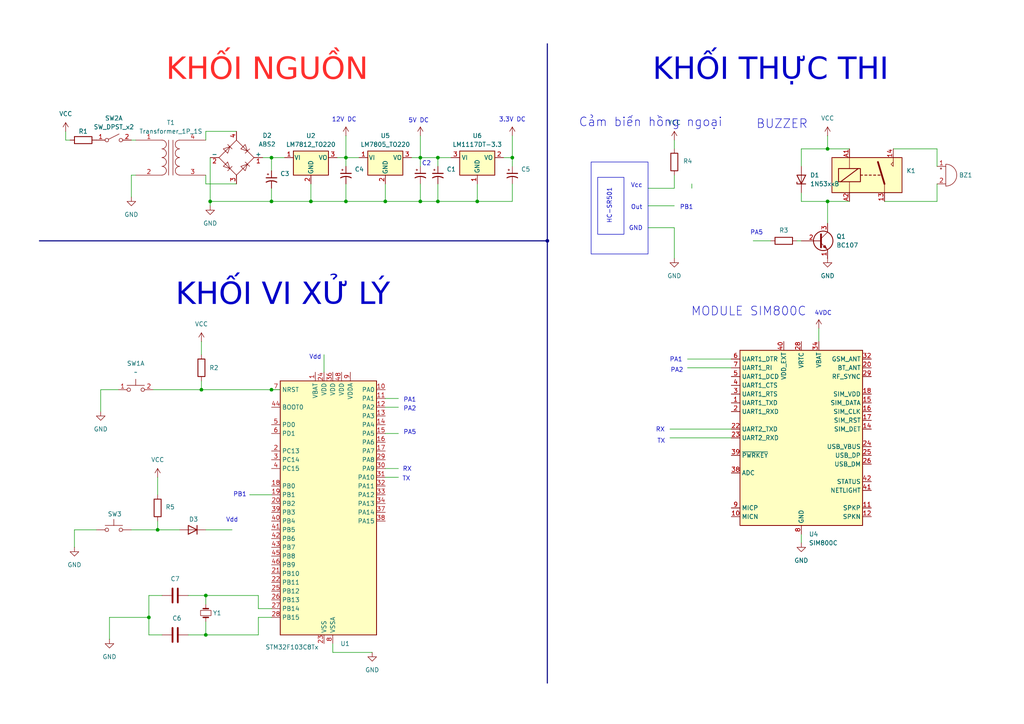
<source format=kicad_sch>
(kicad_sch
	(version 20231120)
	(generator "eeschema")
	(generator_version "8.0")
	(uuid "37f4327a-24c0-448c-b32d-e146b335510a")
	(paper "A4")
	(lib_symbols
		(symbol "Device:Buzzer"
			(pin_names
				(offset 0.0254) hide)
			(exclude_from_sim no)
			(in_bom yes)
			(on_board yes)
			(property "Reference" "BZ"
				(at 3.81 1.27 0)
				(effects
					(font
						(size 1.27 1.27)
					)
					(justify left)
				)
			)
			(property "Value" "Buzzer"
				(at 3.81 -1.27 0)
				(effects
					(font
						(size 1.27 1.27)
					)
					(justify left)
				)
			)
			(property "Footprint" ""
				(at -0.635 2.54 90)
				(effects
					(font
						(size 1.27 1.27)
					)
					(hide yes)
				)
			)
			(property "Datasheet" "~"
				(at -0.635 2.54 90)
				(effects
					(font
						(size 1.27 1.27)
					)
					(hide yes)
				)
			)
			(property "Description" "Buzzer, polarized"
				(at 0 0 0)
				(effects
					(font
						(size 1.27 1.27)
					)
					(hide yes)
				)
			)
			(property "ki_keywords" "quartz resonator ceramic"
				(at 0 0 0)
				(effects
					(font
						(size 1.27 1.27)
					)
					(hide yes)
				)
			)
			(property "ki_fp_filters" "*Buzzer*"
				(at 0 0 0)
				(effects
					(font
						(size 1.27 1.27)
					)
					(hide yes)
				)
			)
			(symbol "Buzzer_0_1"
				(arc
					(start 0 -3.175)
					(mid 3.1612 0)
					(end 0 3.175)
					(stroke
						(width 0)
						(type default)
					)
					(fill
						(type none)
					)
				)
				(polyline
					(pts
						(xy -1.651 1.905) (xy -1.143 1.905)
					)
					(stroke
						(width 0)
						(type default)
					)
					(fill
						(type none)
					)
				)
				(polyline
					(pts
						(xy -1.397 2.159) (xy -1.397 1.651)
					)
					(stroke
						(width 0)
						(type default)
					)
					(fill
						(type none)
					)
				)
				(polyline
					(pts
						(xy 0 3.175) (xy 0 -3.175)
					)
					(stroke
						(width 0)
						(type default)
					)
					(fill
						(type none)
					)
				)
			)
			(symbol "Buzzer_1_1"
				(pin passive line
					(at -2.54 2.54 0)
					(length 2.54)
					(name "+"
						(effects
							(font
								(size 1.27 1.27)
							)
						)
					)
					(number "1"
						(effects
							(font
								(size 1.27 1.27)
							)
						)
					)
				)
				(pin passive line
					(at -2.54 -2.54 0)
					(length 2.54)
					(name "-"
						(effects
							(font
								(size 1.27 1.27)
							)
						)
					)
					(number "2"
						(effects
							(font
								(size 1.27 1.27)
							)
						)
					)
				)
			)
		)
		(symbol "Device:C"
			(pin_numbers hide)
			(pin_names
				(offset 0.254)
			)
			(exclude_from_sim no)
			(in_bom yes)
			(on_board yes)
			(property "Reference" "C"
				(at 0.635 2.54 0)
				(effects
					(font
						(size 1.27 1.27)
					)
					(justify left)
				)
			)
			(property "Value" "C"
				(at 0.635 -2.54 0)
				(effects
					(font
						(size 1.27 1.27)
					)
					(justify left)
				)
			)
			(property "Footprint" ""
				(at 0.9652 -3.81 0)
				(effects
					(font
						(size 1.27 1.27)
					)
					(hide yes)
				)
			)
			(property "Datasheet" "~"
				(at 0 0 0)
				(effects
					(font
						(size 1.27 1.27)
					)
					(hide yes)
				)
			)
			(property "Description" "Unpolarized capacitor"
				(at 0 0 0)
				(effects
					(font
						(size 1.27 1.27)
					)
					(hide yes)
				)
			)
			(property "ki_keywords" "cap capacitor"
				(at 0 0 0)
				(effects
					(font
						(size 1.27 1.27)
					)
					(hide yes)
				)
			)
			(property "ki_fp_filters" "C_*"
				(at 0 0 0)
				(effects
					(font
						(size 1.27 1.27)
					)
					(hide yes)
				)
			)
			(symbol "C_0_1"
				(polyline
					(pts
						(xy -2.032 -0.762) (xy 2.032 -0.762)
					)
					(stroke
						(width 0.508)
						(type default)
					)
					(fill
						(type none)
					)
				)
				(polyline
					(pts
						(xy -2.032 0.762) (xy 2.032 0.762)
					)
					(stroke
						(width 0.508)
						(type default)
					)
					(fill
						(type none)
					)
				)
			)
			(symbol "C_1_1"
				(pin passive line
					(at 0 3.81 270)
					(length 2.794)
					(name "~"
						(effects
							(font
								(size 1.27 1.27)
							)
						)
					)
					(number "1"
						(effects
							(font
								(size 1.27 1.27)
							)
						)
					)
				)
				(pin passive line
					(at 0 -3.81 90)
					(length 2.794)
					(name "~"
						(effects
							(font
								(size 1.27 1.27)
							)
						)
					)
					(number "2"
						(effects
							(font
								(size 1.27 1.27)
							)
						)
					)
				)
			)
		)
		(symbol "Device:C_Polarized_Small_US"
			(pin_numbers hide)
			(pin_names
				(offset 0.254) hide)
			(exclude_from_sim no)
			(in_bom yes)
			(on_board yes)
			(property "Reference" "C"
				(at 0.254 1.778 0)
				(effects
					(font
						(size 1.27 1.27)
					)
					(justify left)
				)
			)
			(property "Value" "C_Polarized_Small_US"
				(at 0.254 -2.032 0)
				(effects
					(font
						(size 1.27 1.27)
					)
					(justify left)
				)
			)
			(property "Footprint" ""
				(at 0 0 0)
				(effects
					(font
						(size 1.27 1.27)
					)
					(hide yes)
				)
			)
			(property "Datasheet" "~"
				(at 0 0 0)
				(effects
					(font
						(size 1.27 1.27)
					)
					(hide yes)
				)
			)
			(property "Description" "Polarized capacitor, small US symbol"
				(at 0 0 0)
				(effects
					(font
						(size 1.27 1.27)
					)
					(hide yes)
				)
			)
			(property "ki_keywords" "cap capacitor"
				(at 0 0 0)
				(effects
					(font
						(size 1.27 1.27)
					)
					(hide yes)
				)
			)
			(property "ki_fp_filters" "CP_*"
				(at 0 0 0)
				(effects
					(font
						(size 1.27 1.27)
					)
					(hide yes)
				)
			)
			(symbol "C_Polarized_Small_US_0_1"
				(polyline
					(pts
						(xy -1.524 0.508) (xy 1.524 0.508)
					)
					(stroke
						(width 0.3048)
						(type default)
					)
					(fill
						(type none)
					)
				)
				(polyline
					(pts
						(xy -1.27 1.524) (xy -0.762 1.524)
					)
					(stroke
						(width 0)
						(type default)
					)
					(fill
						(type none)
					)
				)
				(polyline
					(pts
						(xy -1.016 1.27) (xy -1.016 1.778)
					)
					(stroke
						(width 0)
						(type default)
					)
					(fill
						(type none)
					)
				)
				(arc
					(start 1.524 -0.762)
					(mid 0 -0.3734)
					(end -1.524 -0.762)
					(stroke
						(width 0.3048)
						(type default)
					)
					(fill
						(type none)
					)
				)
			)
			(symbol "C_Polarized_Small_US_1_1"
				(pin passive line
					(at 0 2.54 270)
					(length 2.032)
					(name "~"
						(effects
							(font
								(size 1.27 1.27)
							)
						)
					)
					(number "1"
						(effects
							(font
								(size 1.27 1.27)
							)
						)
					)
				)
				(pin passive line
					(at 0 -2.54 90)
					(length 2.032)
					(name "~"
						(effects
							(font
								(size 1.27 1.27)
							)
						)
					)
					(number "2"
						(effects
							(font
								(size 1.27 1.27)
							)
						)
					)
				)
			)
		)
		(symbol "Device:Crystal_Small"
			(pin_numbers hide)
			(pin_names
				(offset 1.016) hide)
			(exclude_from_sim no)
			(in_bom yes)
			(on_board yes)
			(property "Reference" "Y"
				(at 0 2.54 0)
				(effects
					(font
						(size 1.27 1.27)
					)
				)
			)
			(property "Value" "Crystal_Small"
				(at 0 -2.54 0)
				(effects
					(font
						(size 1.27 1.27)
					)
				)
			)
			(property "Footprint" ""
				(at 0 0 0)
				(effects
					(font
						(size 1.27 1.27)
					)
					(hide yes)
				)
			)
			(property "Datasheet" "~"
				(at 0 0 0)
				(effects
					(font
						(size 1.27 1.27)
					)
					(hide yes)
				)
			)
			(property "Description" "Two pin crystal, small symbol"
				(at 0 0 0)
				(effects
					(font
						(size 1.27 1.27)
					)
					(hide yes)
				)
			)
			(property "ki_keywords" "quartz ceramic resonator oscillator"
				(at 0 0 0)
				(effects
					(font
						(size 1.27 1.27)
					)
					(hide yes)
				)
			)
			(property "ki_fp_filters" "Crystal*"
				(at 0 0 0)
				(effects
					(font
						(size 1.27 1.27)
					)
					(hide yes)
				)
			)
			(symbol "Crystal_Small_0_1"
				(rectangle
					(start -0.762 -1.524)
					(end 0.762 1.524)
					(stroke
						(width 0)
						(type default)
					)
					(fill
						(type none)
					)
				)
				(polyline
					(pts
						(xy -1.27 -0.762) (xy -1.27 0.762)
					)
					(stroke
						(width 0.381)
						(type default)
					)
					(fill
						(type none)
					)
				)
				(polyline
					(pts
						(xy 1.27 -0.762) (xy 1.27 0.762)
					)
					(stroke
						(width 0.381)
						(type default)
					)
					(fill
						(type none)
					)
				)
			)
			(symbol "Crystal_Small_1_1"
				(pin passive line
					(at -2.54 0 0)
					(length 1.27)
					(name "1"
						(effects
							(font
								(size 1.27 1.27)
							)
						)
					)
					(number "1"
						(effects
							(font
								(size 1.27 1.27)
							)
						)
					)
				)
				(pin passive line
					(at 2.54 0 180)
					(length 1.27)
					(name "2"
						(effects
							(font
								(size 1.27 1.27)
							)
						)
					)
					(number "2"
						(effects
							(font
								(size 1.27 1.27)
							)
						)
					)
				)
			)
		)
		(symbol "Device:D"
			(pin_numbers hide)
			(pin_names
				(offset 1.016) hide)
			(exclude_from_sim no)
			(in_bom yes)
			(on_board yes)
			(property "Reference" "D"
				(at 0 2.54 0)
				(effects
					(font
						(size 1.27 1.27)
					)
				)
			)
			(property "Value" "D"
				(at 0 -2.54 0)
				(effects
					(font
						(size 1.27 1.27)
					)
				)
			)
			(property "Footprint" ""
				(at 0 0 0)
				(effects
					(font
						(size 1.27 1.27)
					)
					(hide yes)
				)
			)
			(property "Datasheet" "~"
				(at 0 0 0)
				(effects
					(font
						(size 1.27 1.27)
					)
					(hide yes)
				)
			)
			(property "Description" "Diode"
				(at 0 0 0)
				(effects
					(font
						(size 1.27 1.27)
					)
					(hide yes)
				)
			)
			(property "Sim.Device" "D"
				(at 0 0 0)
				(effects
					(font
						(size 1.27 1.27)
					)
					(hide yes)
				)
			)
			(property "Sim.Pins" "1=K 2=A"
				(at 0 0 0)
				(effects
					(font
						(size 1.27 1.27)
					)
					(hide yes)
				)
			)
			(property "ki_keywords" "diode"
				(at 0 0 0)
				(effects
					(font
						(size 1.27 1.27)
					)
					(hide yes)
				)
			)
			(property "ki_fp_filters" "TO-???* *_Diode_* *SingleDiode* D_*"
				(at 0 0 0)
				(effects
					(font
						(size 1.27 1.27)
					)
					(hide yes)
				)
			)
			(symbol "D_0_1"
				(polyline
					(pts
						(xy -1.27 1.27) (xy -1.27 -1.27)
					)
					(stroke
						(width 0.254)
						(type default)
					)
					(fill
						(type none)
					)
				)
				(polyline
					(pts
						(xy 1.27 0) (xy -1.27 0)
					)
					(stroke
						(width 0)
						(type default)
					)
					(fill
						(type none)
					)
				)
				(polyline
					(pts
						(xy 1.27 1.27) (xy 1.27 -1.27) (xy -1.27 0) (xy 1.27 1.27)
					)
					(stroke
						(width 0.254)
						(type default)
					)
					(fill
						(type none)
					)
				)
			)
			(symbol "D_1_1"
				(pin passive line
					(at -3.81 0 0)
					(length 2.54)
					(name "K"
						(effects
							(font
								(size 1.27 1.27)
							)
						)
					)
					(number "1"
						(effects
							(font
								(size 1.27 1.27)
							)
						)
					)
				)
				(pin passive line
					(at 3.81 0 180)
					(length 2.54)
					(name "A"
						(effects
							(font
								(size 1.27 1.27)
							)
						)
					)
					(number "2"
						(effects
							(font
								(size 1.27 1.27)
							)
						)
					)
				)
			)
		)
		(symbol "Device:R"
			(pin_numbers hide)
			(pin_names
				(offset 0)
			)
			(exclude_from_sim no)
			(in_bom yes)
			(on_board yes)
			(property "Reference" "R"
				(at 2.032 0 90)
				(effects
					(font
						(size 1.27 1.27)
					)
				)
			)
			(property "Value" "R"
				(at 0 0 90)
				(effects
					(font
						(size 1.27 1.27)
					)
				)
			)
			(property "Footprint" ""
				(at -1.778 0 90)
				(effects
					(font
						(size 1.27 1.27)
					)
					(hide yes)
				)
			)
			(property "Datasheet" "~"
				(at 0 0 0)
				(effects
					(font
						(size 1.27 1.27)
					)
					(hide yes)
				)
			)
			(property "Description" "Resistor"
				(at 0 0 0)
				(effects
					(font
						(size 1.27 1.27)
					)
					(hide yes)
				)
			)
			(property "ki_keywords" "R res resistor"
				(at 0 0 0)
				(effects
					(font
						(size 1.27 1.27)
					)
					(hide yes)
				)
			)
			(property "ki_fp_filters" "R_*"
				(at 0 0 0)
				(effects
					(font
						(size 1.27 1.27)
					)
					(hide yes)
				)
			)
			(symbol "R_0_1"
				(rectangle
					(start -1.016 -2.54)
					(end 1.016 2.54)
					(stroke
						(width 0.254)
						(type default)
					)
					(fill
						(type none)
					)
				)
			)
			(symbol "R_1_1"
				(pin passive line
					(at 0 3.81 270)
					(length 1.27)
					(name "~"
						(effects
							(font
								(size 1.27 1.27)
							)
						)
					)
					(number "1"
						(effects
							(font
								(size 1.27 1.27)
							)
						)
					)
				)
				(pin passive line
					(at 0 -3.81 90)
					(length 1.27)
					(name "~"
						(effects
							(font
								(size 1.27 1.27)
							)
						)
					)
					(number "2"
						(effects
							(font
								(size 1.27 1.27)
							)
						)
					)
				)
			)
		)
		(symbol "Device:Transformer_1P_1S"
			(pin_names
				(offset 1.016) hide)
			(exclude_from_sim no)
			(in_bom yes)
			(on_board yes)
			(property "Reference" "T"
				(at 0 6.35 0)
				(effects
					(font
						(size 1.27 1.27)
					)
				)
			)
			(property "Value" "Transformer_1P_1S"
				(at 0 -7.62 0)
				(effects
					(font
						(size 1.27 1.27)
					)
				)
			)
			(property "Footprint" ""
				(at 0 0 0)
				(effects
					(font
						(size 1.27 1.27)
					)
					(hide yes)
				)
			)
			(property "Datasheet" "~"
				(at 0 0 0)
				(effects
					(font
						(size 1.27 1.27)
					)
					(hide yes)
				)
			)
			(property "Description" "Transformer, single primary, single secondary"
				(at 0 0 0)
				(effects
					(font
						(size 1.27 1.27)
					)
					(hide yes)
				)
			)
			(property "ki_keywords" "transformer coil magnet"
				(at 0 0 0)
				(effects
					(font
						(size 1.27 1.27)
					)
					(hide yes)
				)
			)
			(symbol "Transformer_1P_1S_0_1"
				(arc
					(start -2.54 -5.0546)
					(mid -1.6599 -4.6901)
					(end -1.27 -3.81)
					(stroke
						(width 0)
						(type default)
					)
					(fill
						(type none)
					)
				)
				(arc
					(start -2.54 -2.5146)
					(mid -1.6599 -2.1501)
					(end -1.27 -1.27)
					(stroke
						(width 0)
						(type default)
					)
					(fill
						(type none)
					)
				)
				(arc
					(start -2.54 0.0254)
					(mid -1.6599 0.3899)
					(end -1.27 1.27)
					(stroke
						(width 0)
						(type default)
					)
					(fill
						(type none)
					)
				)
				(arc
					(start -2.54 2.5654)
					(mid -1.6599 2.9299)
					(end -1.27 3.81)
					(stroke
						(width 0)
						(type default)
					)
					(fill
						(type none)
					)
				)
				(arc
					(start -1.27 -3.81)
					(mid -1.642 -2.912)
					(end -2.54 -2.54)
					(stroke
						(width 0)
						(type default)
					)
					(fill
						(type none)
					)
				)
				(arc
					(start -1.27 -1.27)
					(mid -1.642 -0.372)
					(end -2.54 0)
					(stroke
						(width 0)
						(type default)
					)
					(fill
						(type none)
					)
				)
				(arc
					(start -1.27 1.27)
					(mid -1.642 2.168)
					(end -2.54 2.54)
					(stroke
						(width 0)
						(type default)
					)
					(fill
						(type none)
					)
				)
				(arc
					(start -1.27 3.81)
					(mid -1.642 4.708)
					(end -2.54 5.08)
					(stroke
						(width 0)
						(type default)
					)
					(fill
						(type none)
					)
				)
				(polyline
					(pts
						(xy -0.635 5.08) (xy -0.635 -5.08)
					)
					(stroke
						(width 0)
						(type default)
					)
					(fill
						(type none)
					)
				)
				(polyline
					(pts
						(xy 0.635 -5.08) (xy 0.635 5.08)
					)
					(stroke
						(width 0)
						(type default)
					)
					(fill
						(type none)
					)
				)
				(arc
					(start 1.2954 -1.27)
					(mid 1.6599 -2.1501)
					(end 2.54 -2.5146)
					(stroke
						(width 0)
						(type default)
					)
					(fill
						(type none)
					)
				)
				(arc
					(start 1.2954 1.27)
					(mid 1.6599 0.3899)
					(end 2.54 0.0254)
					(stroke
						(width 0)
						(type default)
					)
					(fill
						(type none)
					)
				)
				(arc
					(start 1.2954 3.81)
					(mid 1.6599 2.9299)
					(end 2.54 2.5654)
					(stroke
						(width 0)
						(type default)
					)
					(fill
						(type none)
					)
				)
				(arc
					(start 1.3208 -3.81)
					(mid 1.6853 -4.6901)
					(end 2.5654 -5.0546)
					(stroke
						(width 0)
						(type default)
					)
					(fill
						(type none)
					)
				)
				(arc
					(start 2.54 0)
					(mid 1.642 -0.372)
					(end 1.2954 -1.27)
					(stroke
						(width 0)
						(type default)
					)
					(fill
						(type none)
					)
				)
				(arc
					(start 2.54 2.54)
					(mid 1.642 2.168)
					(end 1.2954 1.27)
					(stroke
						(width 0)
						(type default)
					)
					(fill
						(type none)
					)
				)
				(arc
					(start 2.54 5.08)
					(mid 1.642 4.708)
					(end 1.2954 3.81)
					(stroke
						(width 0)
						(type default)
					)
					(fill
						(type none)
					)
				)
				(arc
					(start 2.5654 -2.54)
					(mid 1.6674 -2.912)
					(end 1.3208 -3.81)
					(stroke
						(width 0)
						(type default)
					)
					(fill
						(type none)
					)
				)
			)
			(symbol "Transformer_1P_1S_1_1"
				(pin passive line
					(at -10.16 5.08 0)
					(length 7.62)
					(name "AA"
						(effects
							(font
								(size 1.27 1.27)
							)
						)
					)
					(number "1"
						(effects
							(font
								(size 1.27 1.27)
							)
						)
					)
				)
				(pin passive line
					(at -10.16 -5.08 0)
					(length 7.62)
					(name "AB"
						(effects
							(font
								(size 1.27 1.27)
							)
						)
					)
					(number "2"
						(effects
							(font
								(size 1.27 1.27)
							)
						)
					)
				)
				(pin passive line
					(at 10.16 -5.08 180)
					(length 7.62)
					(name "SA"
						(effects
							(font
								(size 1.27 1.27)
							)
						)
					)
					(number "3"
						(effects
							(font
								(size 1.27 1.27)
							)
						)
					)
				)
				(pin passive line
					(at 10.16 5.08 180)
					(length 7.62)
					(name "SB"
						(effects
							(font
								(size 1.27 1.27)
							)
						)
					)
					(number "4"
						(effects
							(font
								(size 1.27 1.27)
							)
						)
					)
				)
			)
		)
		(symbol "Diode:1N53xxB"
			(pin_numbers hide)
			(pin_names hide)
			(exclude_from_sim no)
			(in_bom yes)
			(on_board yes)
			(property "Reference" "D"
				(at 0 2.54 0)
				(effects
					(font
						(size 1.27 1.27)
					)
				)
			)
			(property "Value" "1N53xxB"
				(at 0 -2.54 0)
				(effects
					(font
						(size 1.27 1.27)
					)
				)
			)
			(property "Footprint" "Diode_THT:D_DO-201_P15.24mm_Horizontal"
				(at 0 -4.445 0)
				(effects
					(font
						(size 1.27 1.27)
					)
					(hide yes)
				)
			)
			(property "Datasheet" "https://diotec.com/tl_files/diotec/files/pdf/datasheets/1n5345b.pdf"
				(at 0 0 0)
				(effects
					(font
						(size 1.27 1.27)
					)
					(hide yes)
				)
			)
			(property "Description" "5000mW Zener Diode, DO-201"
				(at 0 0 0)
				(effects
					(font
						(size 1.27 1.27)
					)
					(hide yes)
				)
			)
			(property "ki_keywords" "zener diode"
				(at 0 0 0)
				(effects
					(font
						(size 1.27 1.27)
					)
					(hide yes)
				)
			)
			(property "ki_fp_filters" "D*DO?201*"
				(at 0 0 0)
				(effects
					(font
						(size 1.27 1.27)
					)
					(hide yes)
				)
			)
			(symbol "1N53xxB_0_1"
				(polyline
					(pts
						(xy 1.27 0) (xy -1.27 0)
					)
					(stroke
						(width 0)
						(type default)
					)
					(fill
						(type none)
					)
				)
				(polyline
					(pts
						(xy -1.27 -1.27) (xy -1.27 1.27) (xy -0.762 1.27)
					)
					(stroke
						(width 0.254)
						(type default)
					)
					(fill
						(type none)
					)
				)
				(polyline
					(pts
						(xy 1.27 -1.27) (xy 1.27 1.27) (xy -1.27 0) (xy 1.27 -1.27)
					)
					(stroke
						(width 0.254)
						(type default)
					)
					(fill
						(type none)
					)
				)
			)
			(symbol "1N53xxB_1_1"
				(pin passive line
					(at -3.81 0 0)
					(length 2.54)
					(name "K"
						(effects
							(font
								(size 1.27 1.27)
							)
						)
					)
					(number "1"
						(effects
							(font
								(size 1.27 1.27)
							)
						)
					)
				)
				(pin passive line
					(at 3.81 0 180)
					(length 2.54)
					(name "A"
						(effects
							(font
								(size 1.27 1.27)
							)
						)
					)
					(number "2"
						(effects
							(font
								(size 1.27 1.27)
							)
						)
					)
				)
			)
		)
		(symbol "Diode_Bridge:ABS2"
			(pin_names
				(offset 0)
			)
			(exclude_from_sim no)
			(in_bom yes)
			(on_board yes)
			(property "Reference" "D"
				(at 2.54 6.985 0)
				(effects
					(font
						(size 1.27 1.27)
					)
					(justify left)
				)
			)
			(property "Value" "ABS2"
				(at 2.54 5.08 0)
				(effects
					(font
						(size 1.27 1.27)
					)
					(justify left)
				)
			)
			(property "Footprint" "Diode_SMD:Diode_Bridge_Diotec_ABS"
				(at 3.81 3.175 0)
				(effects
					(font
						(size 1.27 1.27)
					)
					(justify left)
					(hide yes)
				)
			)
			(property "Datasheet" "https://diotec.com/tl_files/diotec/files/pdf/datasheets/abs2.pdf"
				(at 0 0 0)
				(effects
					(font
						(size 1.27 1.27)
					)
					(hide yes)
				)
			)
			(property "Description" "Miniature Glass Passivated Single-Phase Surface Mount Bridge Rectifiers, 140V Vrms, 0.8A If, ABS SMD package"
				(at 0 0 0)
				(effects
					(font
						(size 1.27 1.27)
					)
					(hide yes)
				)
			)
			(property "ki_keywords" "rectifier acdc"
				(at 0 0 0)
				(effects
					(font
						(size 1.27 1.27)
					)
					(hide yes)
				)
			)
			(property "ki_fp_filters" "Diode*Bridge*Diotec*ABS*"
				(at 0 0 0)
				(effects
					(font
						(size 1.27 1.27)
					)
					(hide yes)
				)
			)
			(symbol "ABS2_0_1"
				(polyline
					(pts
						(xy -2.54 3.81) (xy -1.27 2.54)
					)
					(stroke
						(width 0)
						(type default)
					)
					(fill
						(type none)
					)
				)
				(polyline
					(pts
						(xy -1.27 -2.54) (xy -2.54 -3.81)
					)
					(stroke
						(width 0)
						(type default)
					)
					(fill
						(type none)
					)
				)
				(polyline
					(pts
						(xy 2.54 -1.27) (xy 3.81 -2.54)
					)
					(stroke
						(width 0)
						(type default)
					)
					(fill
						(type none)
					)
				)
				(polyline
					(pts
						(xy 2.54 1.27) (xy 3.81 2.54)
					)
					(stroke
						(width 0)
						(type default)
					)
					(fill
						(type none)
					)
				)
				(polyline
					(pts
						(xy -3.81 2.54) (xy -2.54 1.27) (xy -1.905 3.175) (xy -3.81 2.54)
					)
					(stroke
						(width 0)
						(type default)
					)
					(fill
						(type none)
					)
				)
				(polyline
					(pts
						(xy -2.54 -1.27) (xy -3.81 -2.54) (xy -1.905 -3.175) (xy -2.54 -1.27)
					)
					(stroke
						(width 0)
						(type default)
					)
					(fill
						(type none)
					)
				)
				(polyline
					(pts
						(xy 1.27 2.54) (xy 2.54 3.81) (xy 3.175 1.905) (xy 1.27 2.54)
					)
					(stroke
						(width 0)
						(type default)
					)
					(fill
						(type none)
					)
				)
				(polyline
					(pts
						(xy 3.175 -1.905) (xy 1.27 -2.54) (xy 2.54 -3.81) (xy 3.175 -1.905)
					)
					(stroke
						(width 0)
						(type default)
					)
					(fill
						(type none)
					)
				)
				(polyline
					(pts
						(xy -5.08 0) (xy 0 -5.08) (xy 5.08 0) (xy 0 5.08) (xy -5.08 0)
					)
					(stroke
						(width 0)
						(type default)
					)
					(fill
						(type none)
					)
				)
			)
			(symbol "ABS2_1_1"
				(pin passive line
					(at 7.62 0 180)
					(length 2.54)
					(name "+"
						(effects
							(font
								(size 1.27 1.27)
							)
						)
					)
					(number "1"
						(effects
							(font
								(size 1.27 1.27)
							)
						)
					)
				)
				(pin passive line
					(at -7.62 0 0)
					(length 2.54)
					(name "-"
						(effects
							(font
								(size 1.27 1.27)
							)
						)
					)
					(number "2"
						(effects
							(font
								(size 1.27 1.27)
							)
						)
					)
				)
				(pin passive line
					(at 0 -7.62 90)
					(length 2.54)
					(name "~"
						(effects
							(font
								(size 1.27 1.27)
							)
						)
					)
					(number "3"
						(effects
							(font
								(size 1.27 1.27)
							)
						)
					)
				)
				(pin passive line
					(at 0 7.62 270)
					(length 2.54)
					(name "~"
						(effects
							(font
								(size 1.27 1.27)
							)
						)
					)
					(number "4"
						(effects
							(font
								(size 1.27 1.27)
							)
						)
					)
				)
			)
		)
		(symbol "MCU_ST_STM32F1:STM32F103C8Tx"
			(exclude_from_sim no)
			(in_bom yes)
			(on_board yes)
			(property "Reference" "U"
				(at -12.7 39.37 0)
				(effects
					(font
						(size 1.27 1.27)
					)
					(justify left)
				)
			)
			(property "Value" "STM32F103C8Tx"
				(at 10.16 39.37 0)
				(effects
					(font
						(size 1.27 1.27)
					)
					(justify left)
				)
			)
			(property "Footprint" "Package_QFP:LQFP-48_7x7mm_P0.5mm"
				(at -12.7 -35.56 0)
				(effects
					(font
						(size 1.27 1.27)
					)
					(justify right)
					(hide yes)
				)
			)
			(property "Datasheet" "https://www.st.com/resource/en/datasheet/stm32f103c8.pdf"
				(at 0 0 0)
				(effects
					(font
						(size 1.27 1.27)
					)
					(hide yes)
				)
			)
			(property "Description" "STMicroelectronics Arm Cortex-M3 MCU, 64KB flash, 20KB RAM, 72 MHz, 2.0-3.6V, 37 GPIO, LQFP48"
				(at 0 0 0)
				(effects
					(font
						(size 1.27 1.27)
					)
					(hide yes)
				)
			)
			(property "ki_locked" ""
				(at 0 0 0)
				(effects
					(font
						(size 1.27 1.27)
					)
				)
			)
			(property "ki_keywords" "Arm Cortex-M3 STM32F1 STM32F103"
				(at 0 0 0)
				(effects
					(font
						(size 1.27 1.27)
					)
					(hide yes)
				)
			)
			(property "ki_fp_filters" "LQFP*7x7mm*P0.5mm*"
				(at 0 0 0)
				(effects
					(font
						(size 1.27 1.27)
					)
					(hide yes)
				)
			)
			(symbol "STM32F103C8Tx_0_1"
				(rectangle
					(start -12.7 -35.56)
					(end 15.24 38.1)
					(stroke
						(width 0.254)
						(type default)
					)
					(fill
						(type background)
					)
				)
			)
			(symbol "STM32F103C8Tx_1_1"
				(pin power_in line
					(at -2.54 40.64 270)
					(length 2.54)
					(name "VBAT"
						(effects
							(font
								(size 1.27 1.27)
							)
						)
					)
					(number "1"
						(effects
							(font
								(size 1.27 1.27)
							)
						)
					)
				)
				(pin bidirectional line
					(at 17.78 35.56 180)
					(length 2.54)
					(name "PA0"
						(effects
							(font
								(size 1.27 1.27)
							)
						)
					)
					(number "10"
						(effects
							(font
								(size 1.27 1.27)
							)
						)
					)
					(alternate "ADC1_IN0" bidirectional line)
					(alternate "ADC2_IN0" bidirectional line)
					(alternate "SYS_WKUP" bidirectional line)
					(alternate "TIM2_CH1" bidirectional line)
					(alternate "TIM2_ETR" bidirectional line)
					(alternate "USART2_CTS" bidirectional line)
				)
				(pin bidirectional line
					(at 17.78 33.02 180)
					(length 2.54)
					(name "PA1"
						(effects
							(font
								(size 1.27 1.27)
							)
						)
					)
					(number "11"
						(effects
							(font
								(size 1.27 1.27)
							)
						)
					)
					(alternate "ADC1_IN1" bidirectional line)
					(alternate "ADC2_IN1" bidirectional line)
					(alternate "TIM2_CH2" bidirectional line)
					(alternate "USART2_RTS" bidirectional line)
				)
				(pin bidirectional line
					(at 17.78 30.48 180)
					(length 2.54)
					(name "PA2"
						(effects
							(font
								(size 1.27 1.27)
							)
						)
					)
					(number "12"
						(effects
							(font
								(size 1.27 1.27)
							)
						)
					)
					(alternate "ADC1_IN2" bidirectional line)
					(alternate "ADC2_IN2" bidirectional line)
					(alternate "TIM2_CH3" bidirectional line)
					(alternate "USART2_TX" bidirectional line)
				)
				(pin bidirectional line
					(at 17.78 27.94 180)
					(length 2.54)
					(name "PA3"
						(effects
							(font
								(size 1.27 1.27)
							)
						)
					)
					(number "13"
						(effects
							(font
								(size 1.27 1.27)
							)
						)
					)
					(alternate "ADC1_IN3" bidirectional line)
					(alternate "ADC2_IN3" bidirectional line)
					(alternate "TIM2_CH4" bidirectional line)
					(alternate "USART2_RX" bidirectional line)
				)
				(pin bidirectional line
					(at 17.78 25.4 180)
					(length 2.54)
					(name "PA4"
						(effects
							(font
								(size 1.27 1.27)
							)
						)
					)
					(number "14"
						(effects
							(font
								(size 1.27 1.27)
							)
						)
					)
					(alternate "ADC1_IN4" bidirectional line)
					(alternate "ADC2_IN4" bidirectional line)
					(alternate "SPI1_NSS" bidirectional line)
					(alternate "USART2_CK" bidirectional line)
				)
				(pin bidirectional line
					(at 17.78 22.86 180)
					(length 2.54)
					(name "PA5"
						(effects
							(font
								(size 1.27 1.27)
							)
						)
					)
					(number "15"
						(effects
							(font
								(size 1.27 1.27)
							)
						)
					)
					(alternate "ADC1_IN5" bidirectional line)
					(alternate "ADC2_IN5" bidirectional line)
					(alternate "SPI1_SCK" bidirectional line)
				)
				(pin bidirectional line
					(at 17.78 20.32 180)
					(length 2.54)
					(name "PA6"
						(effects
							(font
								(size 1.27 1.27)
							)
						)
					)
					(number "16"
						(effects
							(font
								(size 1.27 1.27)
							)
						)
					)
					(alternate "ADC1_IN6" bidirectional line)
					(alternate "ADC2_IN6" bidirectional line)
					(alternate "SPI1_MISO" bidirectional line)
					(alternate "TIM1_BKIN" bidirectional line)
					(alternate "TIM3_CH1" bidirectional line)
				)
				(pin bidirectional line
					(at 17.78 17.78 180)
					(length 2.54)
					(name "PA7"
						(effects
							(font
								(size 1.27 1.27)
							)
						)
					)
					(number "17"
						(effects
							(font
								(size 1.27 1.27)
							)
						)
					)
					(alternate "ADC1_IN7" bidirectional line)
					(alternate "ADC2_IN7" bidirectional line)
					(alternate "SPI1_MOSI" bidirectional line)
					(alternate "TIM1_CH1N" bidirectional line)
					(alternate "TIM3_CH2" bidirectional line)
				)
				(pin bidirectional line
					(at -15.24 7.62 0)
					(length 2.54)
					(name "PB0"
						(effects
							(font
								(size 1.27 1.27)
							)
						)
					)
					(number "18"
						(effects
							(font
								(size 1.27 1.27)
							)
						)
					)
					(alternate "ADC1_IN8" bidirectional line)
					(alternate "ADC2_IN8" bidirectional line)
					(alternate "TIM1_CH2N" bidirectional line)
					(alternate "TIM3_CH3" bidirectional line)
				)
				(pin bidirectional line
					(at -15.24 5.08 0)
					(length 2.54)
					(name "PB1"
						(effects
							(font
								(size 1.27 1.27)
							)
						)
					)
					(number "19"
						(effects
							(font
								(size 1.27 1.27)
							)
						)
					)
					(alternate "ADC1_IN9" bidirectional line)
					(alternate "ADC2_IN9" bidirectional line)
					(alternate "TIM1_CH3N" bidirectional line)
					(alternate "TIM3_CH4" bidirectional line)
				)
				(pin bidirectional line
					(at -15.24 17.78 0)
					(length 2.54)
					(name "PC13"
						(effects
							(font
								(size 1.27 1.27)
							)
						)
					)
					(number "2"
						(effects
							(font
								(size 1.27 1.27)
							)
						)
					)
					(alternate "RTC_OUT" bidirectional line)
					(alternate "RTC_TAMPER" bidirectional line)
				)
				(pin bidirectional line
					(at -15.24 2.54 0)
					(length 2.54)
					(name "PB2"
						(effects
							(font
								(size 1.27 1.27)
							)
						)
					)
					(number "20"
						(effects
							(font
								(size 1.27 1.27)
							)
						)
					)
				)
				(pin bidirectional line
					(at -15.24 -17.78 0)
					(length 2.54)
					(name "PB10"
						(effects
							(font
								(size 1.27 1.27)
							)
						)
					)
					(number "21"
						(effects
							(font
								(size 1.27 1.27)
							)
						)
					)
					(alternate "I2C2_SCL" bidirectional line)
					(alternate "TIM2_CH3" bidirectional line)
					(alternate "USART3_TX" bidirectional line)
				)
				(pin bidirectional line
					(at -15.24 -20.32 0)
					(length 2.54)
					(name "PB11"
						(effects
							(font
								(size 1.27 1.27)
							)
						)
					)
					(number "22"
						(effects
							(font
								(size 1.27 1.27)
							)
						)
					)
					(alternate "ADC1_EXTI11" bidirectional line)
					(alternate "ADC2_EXTI11" bidirectional line)
					(alternate "I2C2_SDA" bidirectional line)
					(alternate "TIM2_CH4" bidirectional line)
					(alternate "USART3_RX" bidirectional line)
				)
				(pin power_in line
					(at 0 -38.1 90)
					(length 2.54)
					(name "VSS"
						(effects
							(font
								(size 1.27 1.27)
							)
						)
					)
					(number "23"
						(effects
							(font
								(size 1.27 1.27)
							)
						)
					)
				)
				(pin power_in line
					(at 0 40.64 270)
					(length 2.54)
					(name "VDD"
						(effects
							(font
								(size 1.27 1.27)
							)
						)
					)
					(number "24"
						(effects
							(font
								(size 1.27 1.27)
							)
						)
					)
				)
				(pin bidirectional line
					(at -15.24 -22.86 0)
					(length 2.54)
					(name "PB12"
						(effects
							(font
								(size 1.27 1.27)
							)
						)
					)
					(number "25"
						(effects
							(font
								(size 1.27 1.27)
							)
						)
					)
					(alternate "I2C2_SMBA" bidirectional line)
					(alternate "SPI2_NSS" bidirectional line)
					(alternate "TIM1_BKIN" bidirectional line)
					(alternate "USART3_CK" bidirectional line)
				)
				(pin bidirectional line
					(at -15.24 -25.4 0)
					(length 2.54)
					(name "PB13"
						(effects
							(font
								(size 1.27 1.27)
							)
						)
					)
					(number "26"
						(effects
							(font
								(size 1.27 1.27)
							)
						)
					)
					(alternate "SPI2_SCK" bidirectional line)
					(alternate "TIM1_CH1N" bidirectional line)
					(alternate "USART3_CTS" bidirectional line)
				)
				(pin bidirectional line
					(at -15.24 -27.94 0)
					(length 2.54)
					(name "PB14"
						(effects
							(font
								(size 1.27 1.27)
							)
						)
					)
					(number "27"
						(effects
							(font
								(size 1.27 1.27)
							)
						)
					)
					(alternate "SPI2_MISO" bidirectional line)
					(alternate "TIM1_CH2N" bidirectional line)
					(alternate "USART3_RTS" bidirectional line)
				)
				(pin bidirectional line
					(at -15.24 -30.48 0)
					(length 2.54)
					(name "PB15"
						(effects
							(font
								(size 1.27 1.27)
							)
						)
					)
					(number "28"
						(effects
							(font
								(size 1.27 1.27)
							)
						)
					)
					(alternate "ADC1_EXTI15" bidirectional line)
					(alternate "ADC2_EXTI15" bidirectional line)
					(alternate "SPI2_MOSI" bidirectional line)
					(alternate "TIM1_CH3N" bidirectional line)
				)
				(pin bidirectional line
					(at 17.78 15.24 180)
					(length 2.54)
					(name "PA8"
						(effects
							(font
								(size 1.27 1.27)
							)
						)
					)
					(number "29"
						(effects
							(font
								(size 1.27 1.27)
							)
						)
					)
					(alternate "RCC_MCO" bidirectional line)
					(alternate "TIM1_CH1" bidirectional line)
					(alternate "USART1_CK" bidirectional line)
				)
				(pin bidirectional line
					(at -15.24 15.24 0)
					(length 2.54)
					(name "PC14"
						(effects
							(font
								(size 1.27 1.27)
							)
						)
					)
					(number "3"
						(effects
							(font
								(size 1.27 1.27)
							)
						)
					)
					(alternate "RCC_OSC32_IN" bidirectional line)
				)
				(pin bidirectional line
					(at 17.78 12.7 180)
					(length 2.54)
					(name "PA9"
						(effects
							(font
								(size 1.27 1.27)
							)
						)
					)
					(number "30"
						(effects
							(font
								(size 1.27 1.27)
							)
						)
					)
					(alternate "TIM1_CH2" bidirectional line)
					(alternate "USART1_TX" bidirectional line)
				)
				(pin bidirectional line
					(at 17.78 10.16 180)
					(length 2.54)
					(name "PA10"
						(effects
							(font
								(size 1.27 1.27)
							)
						)
					)
					(number "31"
						(effects
							(font
								(size 1.27 1.27)
							)
						)
					)
					(alternate "TIM1_CH3" bidirectional line)
					(alternate "USART1_RX" bidirectional line)
				)
				(pin bidirectional line
					(at 17.78 7.62 180)
					(length 2.54)
					(name "PA11"
						(effects
							(font
								(size 1.27 1.27)
							)
						)
					)
					(number "32"
						(effects
							(font
								(size 1.27 1.27)
							)
						)
					)
					(alternate "ADC1_EXTI11" bidirectional line)
					(alternate "ADC2_EXTI11" bidirectional line)
					(alternate "CAN_RX" bidirectional line)
					(alternate "TIM1_CH4" bidirectional line)
					(alternate "USART1_CTS" bidirectional line)
					(alternate "USB_DM" bidirectional line)
				)
				(pin bidirectional line
					(at 17.78 5.08 180)
					(length 2.54)
					(name "PA12"
						(effects
							(font
								(size 1.27 1.27)
							)
						)
					)
					(number "33"
						(effects
							(font
								(size 1.27 1.27)
							)
						)
					)
					(alternate "CAN_TX" bidirectional line)
					(alternate "TIM1_ETR" bidirectional line)
					(alternate "USART1_RTS" bidirectional line)
					(alternate "USB_DP" bidirectional line)
				)
				(pin bidirectional line
					(at 17.78 2.54 180)
					(length 2.54)
					(name "PA13"
						(effects
							(font
								(size 1.27 1.27)
							)
						)
					)
					(number "34"
						(effects
							(font
								(size 1.27 1.27)
							)
						)
					)
					(alternate "SYS_JTMS-SWDIO" bidirectional line)
				)
				(pin passive line
					(at 0 -38.1 90)
					(length 2.54) hide
					(name "VSS"
						(effects
							(font
								(size 1.27 1.27)
							)
						)
					)
					(number "35"
						(effects
							(font
								(size 1.27 1.27)
							)
						)
					)
				)
				(pin power_in line
					(at 2.54 40.64 270)
					(length 2.54)
					(name "VDD"
						(effects
							(font
								(size 1.27 1.27)
							)
						)
					)
					(number "36"
						(effects
							(font
								(size 1.27 1.27)
							)
						)
					)
				)
				(pin bidirectional line
					(at 17.78 0 180)
					(length 2.54)
					(name "PA14"
						(effects
							(font
								(size 1.27 1.27)
							)
						)
					)
					(number "37"
						(effects
							(font
								(size 1.27 1.27)
							)
						)
					)
					(alternate "SYS_JTCK-SWCLK" bidirectional line)
				)
				(pin bidirectional line
					(at 17.78 -2.54 180)
					(length 2.54)
					(name "PA15"
						(effects
							(font
								(size 1.27 1.27)
							)
						)
					)
					(number "38"
						(effects
							(font
								(size 1.27 1.27)
							)
						)
					)
					(alternate "ADC1_EXTI15" bidirectional line)
					(alternate "ADC2_EXTI15" bidirectional line)
					(alternate "SPI1_NSS" bidirectional line)
					(alternate "SYS_JTDI" bidirectional line)
					(alternate "TIM2_CH1" bidirectional line)
					(alternate "TIM2_ETR" bidirectional line)
				)
				(pin bidirectional line
					(at -15.24 0 0)
					(length 2.54)
					(name "PB3"
						(effects
							(font
								(size 1.27 1.27)
							)
						)
					)
					(number "39"
						(effects
							(font
								(size 1.27 1.27)
							)
						)
					)
					(alternate "SPI1_SCK" bidirectional line)
					(alternate "SYS_JTDO-TRACESWO" bidirectional line)
					(alternate "TIM2_CH2" bidirectional line)
				)
				(pin bidirectional line
					(at -15.24 12.7 0)
					(length 2.54)
					(name "PC15"
						(effects
							(font
								(size 1.27 1.27)
							)
						)
					)
					(number "4"
						(effects
							(font
								(size 1.27 1.27)
							)
						)
					)
					(alternate "ADC1_EXTI15" bidirectional line)
					(alternate "ADC2_EXTI15" bidirectional line)
					(alternate "RCC_OSC32_OUT" bidirectional line)
				)
				(pin bidirectional line
					(at -15.24 -2.54 0)
					(length 2.54)
					(name "PB4"
						(effects
							(font
								(size 1.27 1.27)
							)
						)
					)
					(number "40"
						(effects
							(font
								(size 1.27 1.27)
							)
						)
					)
					(alternate "SPI1_MISO" bidirectional line)
					(alternate "SYS_NJTRST" bidirectional line)
					(alternate "TIM3_CH1" bidirectional line)
				)
				(pin bidirectional line
					(at -15.24 -5.08 0)
					(length 2.54)
					(name "PB5"
						(effects
							(font
								(size 1.27 1.27)
							)
						)
					)
					(number "41"
						(effects
							(font
								(size 1.27 1.27)
							)
						)
					)
					(alternate "I2C1_SMBA" bidirectional line)
					(alternate "SPI1_MOSI" bidirectional line)
					(alternate "TIM3_CH2" bidirectional line)
				)
				(pin bidirectional line
					(at -15.24 -7.62 0)
					(length 2.54)
					(name "PB6"
						(effects
							(font
								(size 1.27 1.27)
							)
						)
					)
					(number "42"
						(effects
							(font
								(size 1.27 1.27)
							)
						)
					)
					(alternate "I2C1_SCL" bidirectional line)
					(alternate "TIM4_CH1" bidirectional line)
					(alternate "USART1_TX" bidirectional line)
				)
				(pin bidirectional line
					(at -15.24 -10.16 0)
					(length 2.54)
					(name "PB7"
						(effects
							(font
								(size 1.27 1.27)
							)
						)
					)
					(number "43"
						(effects
							(font
								(size 1.27 1.27)
							)
						)
					)
					(alternate "I2C1_SDA" bidirectional line)
					(alternate "TIM4_CH2" bidirectional line)
					(alternate "USART1_RX" bidirectional line)
				)
				(pin input line
					(at -15.24 30.48 0)
					(length 2.54)
					(name "BOOT0"
						(effects
							(font
								(size 1.27 1.27)
							)
						)
					)
					(number "44"
						(effects
							(font
								(size 1.27 1.27)
							)
						)
					)
				)
				(pin bidirectional line
					(at -15.24 -12.7 0)
					(length 2.54)
					(name "PB8"
						(effects
							(font
								(size 1.27 1.27)
							)
						)
					)
					(number "45"
						(effects
							(font
								(size 1.27 1.27)
							)
						)
					)
					(alternate "CAN_RX" bidirectional line)
					(alternate "I2C1_SCL" bidirectional line)
					(alternate "TIM4_CH3" bidirectional line)
				)
				(pin bidirectional line
					(at -15.24 -15.24 0)
					(length 2.54)
					(name "PB9"
						(effects
							(font
								(size 1.27 1.27)
							)
						)
					)
					(number "46"
						(effects
							(font
								(size 1.27 1.27)
							)
						)
					)
					(alternate "CAN_TX" bidirectional line)
					(alternate "I2C1_SDA" bidirectional line)
					(alternate "TIM4_CH4" bidirectional line)
				)
				(pin passive line
					(at 0 -38.1 90)
					(length 2.54) hide
					(name "VSS"
						(effects
							(font
								(size 1.27 1.27)
							)
						)
					)
					(number "47"
						(effects
							(font
								(size 1.27 1.27)
							)
						)
					)
				)
				(pin power_in line
					(at 5.08 40.64 270)
					(length 2.54)
					(name "VDD"
						(effects
							(font
								(size 1.27 1.27)
							)
						)
					)
					(number "48"
						(effects
							(font
								(size 1.27 1.27)
							)
						)
					)
				)
				(pin bidirectional line
					(at -15.24 25.4 0)
					(length 2.54)
					(name "PD0"
						(effects
							(font
								(size 1.27 1.27)
							)
						)
					)
					(number "5"
						(effects
							(font
								(size 1.27 1.27)
							)
						)
					)
					(alternate "RCC_OSC_IN" bidirectional line)
				)
				(pin bidirectional line
					(at -15.24 22.86 0)
					(length 2.54)
					(name "PD1"
						(effects
							(font
								(size 1.27 1.27)
							)
						)
					)
					(number "6"
						(effects
							(font
								(size 1.27 1.27)
							)
						)
					)
					(alternate "RCC_OSC_OUT" bidirectional line)
				)
				(pin input line
					(at -15.24 35.56 0)
					(length 2.54)
					(name "NRST"
						(effects
							(font
								(size 1.27 1.27)
							)
						)
					)
					(number "7"
						(effects
							(font
								(size 1.27 1.27)
							)
						)
					)
				)
				(pin power_in line
					(at 2.54 -38.1 90)
					(length 2.54)
					(name "VSSA"
						(effects
							(font
								(size 1.27 1.27)
							)
						)
					)
					(number "8"
						(effects
							(font
								(size 1.27 1.27)
							)
						)
					)
				)
				(pin power_in line
					(at 7.62 40.64 270)
					(length 2.54)
					(name "VDDA"
						(effects
							(font
								(size 1.27 1.27)
							)
						)
					)
					(number "9"
						(effects
							(font
								(size 1.27 1.27)
							)
						)
					)
				)
			)
		)
		(symbol "RF_GSM:SIM800C"
			(exclude_from_sim no)
			(in_bom yes)
			(on_board yes)
			(property "Reference" "U"
				(at -15.24 26.67 0)
				(effects
					(font
						(size 1.27 1.27)
					)
				)
			)
			(property "Value" "SIM800C"
				(at 12.7 26.67 0)
				(effects
					(font
						(size 1.27 1.27)
					)
				)
			)
			(property "Footprint" "RF_GSM:SIMCom_SIM800C"
				(at 13.97 -26.67 0)
				(effects
					(font
						(size 1.27 1.27)
					)
					(hide yes)
				)
			)
			(property "Datasheet" "http://simcom.ee/documents/SIM800C/SIM800C_Hardware_Design_V1.05.pdf"
				(at -118.11 -59.69 0)
				(effects
					(font
						(size 1.27 1.27)
					)
					(hide yes)
				)
			)
			(property "Description" "GSM Quad-Band Communication Module, GPRS, Audio Engine, AT Command Set, Bluetooth is Optional"
				(at 0 0 0)
				(effects
					(font
						(size 1.27 1.27)
					)
					(hide yes)
				)
			)
			(property "ki_keywords" "GSM GPRS Quad-Band SMS"
				(at 0 0 0)
				(effects
					(font
						(size 1.27 1.27)
					)
					(hide yes)
				)
			)
			(property "ki_fp_filters" "SIMCom*SIM800C*"
				(at 0 0 0)
				(effects
					(font
						(size 1.27 1.27)
					)
					(hide yes)
				)
			)
			(symbol "SIM800C_0_1"
				(rectangle
					(start -17.78 25.4)
					(end 17.78 -25.4)
					(stroke
						(width 0.254)
						(type default)
					)
					(fill
						(type background)
					)
				)
			)
			(symbol "SIM800C_1_1"
				(pin output line
					(at -20.32 10.16 0)
					(length 2.54)
					(name "UART1_TXD"
						(effects
							(font
								(size 1.27 1.27)
							)
						)
					)
					(number "1"
						(effects
							(font
								(size 1.27 1.27)
							)
						)
					)
				)
				(pin input line
					(at -20.32 -22.86 0)
					(length 2.54)
					(name "MICN"
						(effects
							(font
								(size 1.27 1.27)
							)
						)
					)
					(number "10"
						(effects
							(font
								(size 1.27 1.27)
							)
						)
					)
				)
				(pin output line
					(at 20.32 -20.32 180)
					(length 2.54)
					(name "SPKP"
						(effects
							(font
								(size 1.27 1.27)
							)
						)
					)
					(number "11"
						(effects
							(font
								(size 1.27 1.27)
							)
						)
					)
				)
				(pin output line
					(at 20.32 -22.86 180)
					(length 2.54)
					(name "SPKN"
						(effects
							(font
								(size 1.27 1.27)
							)
						)
					)
					(number "12"
						(effects
							(font
								(size 1.27 1.27)
							)
						)
					)
				)
				(pin passive line
					(at 0 -27.94 90)
					(length 2.54) hide
					(name "GND"
						(effects
							(font
								(size 1.27 1.27)
							)
						)
					)
					(number "13"
						(effects
							(font
								(size 1.27 1.27)
							)
						)
					)
				)
				(pin input line
					(at 20.32 2.54 180)
					(length 2.54)
					(name "SIM_DET"
						(effects
							(font
								(size 1.27 1.27)
							)
						)
					)
					(number "14"
						(effects
							(font
								(size 1.27 1.27)
							)
						)
					)
				)
				(pin bidirectional line
					(at 20.32 10.16 180)
					(length 2.54)
					(name "SIM_DATA"
						(effects
							(font
								(size 1.27 1.27)
							)
						)
					)
					(number "15"
						(effects
							(font
								(size 1.27 1.27)
							)
						)
					)
				)
				(pin output line
					(at 20.32 7.62 180)
					(length 2.54)
					(name "SIM_CLK"
						(effects
							(font
								(size 1.27 1.27)
							)
						)
					)
					(number "16"
						(effects
							(font
								(size 1.27 1.27)
							)
						)
					)
				)
				(pin output line
					(at 20.32 5.08 180)
					(length 2.54)
					(name "SIM_RST"
						(effects
							(font
								(size 1.27 1.27)
							)
						)
					)
					(number "17"
						(effects
							(font
								(size 1.27 1.27)
							)
						)
					)
				)
				(pin power_out line
					(at 20.32 12.7 180)
					(length 2.54)
					(name "SIM_VDD"
						(effects
							(font
								(size 1.27 1.27)
							)
						)
					)
					(number "18"
						(effects
							(font
								(size 1.27 1.27)
							)
						)
					)
				)
				(pin passive line
					(at 0 -27.94 90)
					(length 2.54) hide
					(name "GND"
						(effects
							(font
								(size 1.27 1.27)
							)
						)
					)
					(number "19"
						(effects
							(font
								(size 1.27 1.27)
							)
						)
					)
				)
				(pin input line
					(at -20.32 7.62 0)
					(length 2.54)
					(name "UART1_RXD"
						(effects
							(font
								(size 1.27 1.27)
							)
						)
					)
					(number "2"
						(effects
							(font
								(size 1.27 1.27)
							)
						)
					)
				)
				(pin passive line
					(at 20.32 20.32 180)
					(length 2.54)
					(name "BT_ANT"
						(effects
							(font
								(size 1.27 1.27)
							)
						)
					)
					(number "20"
						(effects
							(font
								(size 1.27 1.27)
							)
						)
					)
				)
				(pin passive line
					(at 0 -27.94 90)
					(length 2.54) hide
					(name "GND"
						(effects
							(font
								(size 1.27 1.27)
							)
						)
					)
					(number "21"
						(effects
							(font
								(size 1.27 1.27)
							)
						)
					)
				)
				(pin output line
					(at -20.32 2.54 0)
					(length 2.54)
					(name "UART2_TXD"
						(effects
							(font
								(size 1.27 1.27)
							)
						)
					)
					(number "22"
						(effects
							(font
								(size 1.27 1.27)
							)
						)
					)
				)
				(pin input line
					(at -20.32 0 0)
					(length 2.54)
					(name "UART2_RXD"
						(effects
							(font
								(size 1.27 1.27)
							)
						)
					)
					(number "23"
						(effects
							(font
								(size 1.27 1.27)
							)
						)
					)
				)
				(pin input line
					(at 20.32 -2.54 180)
					(length 2.54)
					(name "USB_VBUS"
						(effects
							(font
								(size 1.27 1.27)
							)
						)
					)
					(number "24"
						(effects
							(font
								(size 1.27 1.27)
							)
						)
					)
				)
				(pin bidirectional line
					(at 20.32 -5.08 180)
					(length 2.54)
					(name "USB_DP"
						(effects
							(font
								(size 1.27 1.27)
							)
						)
					)
					(number "25"
						(effects
							(font
								(size 1.27 1.27)
							)
						)
					)
				)
				(pin bidirectional line
					(at 20.32 -7.62 180)
					(length 2.54)
					(name "USB_DM"
						(effects
							(font
								(size 1.27 1.27)
							)
						)
					)
					(number "26"
						(effects
							(font
								(size 1.27 1.27)
							)
						)
					)
				)
				(pin passive line
					(at 0 -27.94 90)
					(length 2.54) hide
					(name "GND"
						(effects
							(font
								(size 1.27 1.27)
							)
						)
					)
					(number "27"
						(effects
							(font
								(size 1.27 1.27)
							)
						)
					)
				)
				(pin power_in line
					(at 0 27.94 270)
					(length 2.54)
					(name "VRTC"
						(effects
							(font
								(size 1.27 1.27)
							)
						)
					)
					(number "28"
						(effects
							(font
								(size 1.27 1.27)
							)
						)
					)
				)
				(pin output line
					(at 20.32 17.78 180)
					(length 2.54)
					(name "RF_SYNC"
						(effects
							(font
								(size 1.27 1.27)
							)
						)
					)
					(number "29"
						(effects
							(font
								(size 1.27 1.27)
							)
						)
					)
				)
				(pin input line
					(at -20.32 12.7 0)
					(length 2.54)
					(name "UART1_RTS"
						(effects
							(font
								(size 1.27 1.27)
							)
						)
					)
					(number "3"
						(effects
							(font
								(size 1.27 1.27)
							)
						)
					)
				)
				(pin passive line
					(at 0 -27.94 90)
					(length 2.54) hide
					(name "GND"
						(effects
							(font
								(size 1.27 1.27)
							)
						)
					)
					(number "30"
						(effects
							(font
								(size 1.27 1.27)
							)
						)
					)
				)
				(pin passive line
					(at 0 -27.94 90)
					(length 2.54) hide
					(name "GND"
						(effects
							(font
								(size 1.27 1.27)
							)
						)
					)
					(number "31"
						(effects
							(font
								(size 1.27 1.27)
							)
						)
					)
				)
				(pin passive line
					(at 20.32 22.86 180)
					(length 2.54)
					(name "GSM_ANT"
						(effects
							(font
								(size 1.27 1.27)
							)
						)
					)
					(number "32"
						(effects
							(font
								(size 1.27 1.27)
							)
						)
					)
				)
				(pin passive line
					(at 0 -27.94 90)
					(length 2.54) hide
					(name "GND"
						(effects
							(font
								(size 1.27 1.27)
							)
						)
					)
					(number "33"
						(effects
							(font
								(size 1.27 1.27)
							)
						)
					)
				)
				(pin power_in line
					(at 5.08 27.94 270)
					(length 2.54)
					(name "VBAT"
						(effects
							(font
								(size 1.27 1.27)
							)
						)
					)
					(number "34"
						(effects
							(font
								(size 1.27 1.27)
							)
						)
					)
				)
				(pin passive line
					(at 5.08 27.94 270)
					(length 2.54) hide
					(name "VBAT"
						(effects
							(font
								(size 1.27 1.27)
							)
						)
					)
					(number "35"
						(effects
							(font
								(size 1.27 1.27)
							)
						)
					)
				)
				(pin passive line
					(at 0 -27.94 90)
					(length 2.54) hide
					(name "GND"
						(effects
							(font
								(size 1.27 1.27)
							)
						)
					)
					(number "36"
						(effects
							(font
								(size 1.27 1.27)
							)
						)
					)
				)
				(pin passive line
					(at 0 -27.94 90)
					(length 2.54) hide
					(name "GND"
						(effects
							(font
								(size 1.27 1.27)
							)
						)
					)
					(number "37"
						(effects
							(font
								(size 1.27 1.27)
							)
						)
					)
				)
				(pin input line
					(at -20.32 -10.16 0)
					(length 2.54)
					(name "ADC"
						(effects
							(font
								(size 1.27 1.27)
							)
						)
					)
					(number "38"
						(effects
							(font
								(size 1.27 1.27)
							)
						)
					)
				)
				(pin input line
					(at -20.32 -5.08 0)
					(length 2.54)
					(name "~{PWRKEY}"
						(effects
							(font
								(size 1.27 1.27)
							)
						)
					)
					(number "39"
						(effects
							(font
								(size 1.27 1.27)
							)
						)
					)
				)
				(pin output line
					(at -20.32 15.24 0)
					(length 2.54)
					(name "UART1_CTS"
						(effects
							(font
								(size 1.27 1.27)
							)
						)
					)
					(number "4"
						(effects
							(font
								(size 1.27 1.27)
							)
						)
					)
				)
				(pin power_out line
					(at -5.08 27.94 270)
					(length 2.54)
					(name "VDD_EXT"
						(effects
							(font
								(size 1.27 1.27)
							)
						)
					)
					(number "40"
						(effects
							(font
								(size 1.27 1.27)
							)
						)
					)
				)
				(pin output line
					(at 20.32 -15.24 180)
					(length 2.54)
					(name "NETLIGHT"
						(effects
							(font
								(size 1.27 1.27)
							)
						)
					)
					(number "41"
						(effects
							(font
								(size 1.27 1.27)
							)
						)
					)
				)
				(pin output line
					(at 20.32 -12.7 180)
					(length 2.54)
					(name "STATUS"
						(effects
							(font
								(size 1.27 1.27)
							)
						)
					)
					(number "42"
						(effects
							(font
								(size 1.27 1.27)
							)
						)
					)
				)
				(pin output line
					(at -20.32 17.78 0)
					(length 2.54)
					(name "UART1_DCD"
						(effects
							(font
								(size 1.27 1.27)
							)
						)
					)
					(number "5"
						(effects
							(font
								(size 1.27 1.27)
							)
						)
					)
				)
				(pin input line
					(at -20.32 22.86 0)
					(length 2.54)
					(name "UART1_DTR"
						(effects
							(font
								(size 1.27 1.27)
							)
						)
					)
					(number "6"
						(effects
							(font
								(size 1.27 1.27)
							)
						)
					)
				)
				(pin output line
					(at -20.32 20.32 0)
					(length 2.54)
					(name "UART1_RI"
						(effects
							(font
								(size 1.27 1.27)
							)
						)
					)
					(number "7"
						(effects
							(font
								(size 1.27 1.27)
							)
						)
					)
				)
				(pin power_in line
					(at 0 -27.94 90)
					(length 2.54)
					(name "GND"
						(effects
							(font
								(size 1.27 1.27)
							)
						)
					)
					(number "8"
						(effects
							(font
								(size 1.27 1.27)
							)
						)
					)
				)
				(pin input line
					(at -20.32 -20.32 0)
					(length 2.54)
					(name "MICP"
						(effects
							(font
								(size 1.27 1.27)
							)
						)
					)
					(number "9"
						(effects
							(font
								(size 1.27 1.27)
							)
						)
					)
				)
			)
		)
		(symbol "Regulator_Linear:LM1117DT-3.3"
			(exclude_from_sim no)
			(in_bom yes)
			(on_board yes)
			(property "Reference" "U"
				(at -3.81 3.175 0)
				(effects
					(font
						(size 1.27 1.27)
					)
				)
			)
			(property "Value" "LM1117DT-3.3"
				(at 0 3.175 0)
				(effects
					(font
						(size 1.27 1.27)
					)
					(justify left)
				)
			)
			(property "Footprint" "Package_TO_SOT_SMD:TO-252-3_TabPin2"
				(at 0 0 0)
				(effects
					(font
						(size 1.27 1.27)
					)
					(hide yes)
				)
			)
			(property "Datasheet" "http://www.ti.com/lit/ds/symlink/lm1117.pdf"
				(at 0 0 0)
				(effects
					(font
						(size 1.27 1.27)
					)
					(hide yes)
				)
			)
			(property "Description" "800mA Low-Dropout Linear Regulator, 3.3V fixed output, TO-252"
				(at 0 0 0)
				(effects
					(font
						(size 1.27 1.27)
					)
					(hide yes)
				)
			)
			(property "ki_keywords" "linear regulator ldo fixed positive"
				(at 0 0 0)
				(effects
					(font
						(size 1.27 1.27)
					)
					(hide yes)
				)
			)
			(property "ki_fp_filters" "TO?252*"
				(at 0 0 0)
				(effects
					(font
						(size 1.27 1.27)
					)
					(hide yes)
				)
			)
			(symbol "LM1117DT-3.3_0_1"
				(rectangle
					(start -5.08 -5.08)
					(end 5.08 1.905)
					(stroke
						(width 0.254)
						(type default)
					)
					(fill
						(type background)
					)
				)
			)
			(symbol "LM1117DT-3.3_1_1"
				(pin power_in line
					(at 0 -7.62 90)
					(length 2.54)
					(name "GND"
						(effects
							(font
								(size 1.27 1.27)
							)
						)
					)
					(number "1"
						(effects
							(font
								(size 1.27 1.27)
							)
						)
					)
				)
				(pin power_out line
					(at 7.62 0 180)
					(length 2.54)
					(name "VO"
						(effects
							(font
								(size 1.27 1.27)
							)
						)
					)
					(number "2"
						(effects
							(font
								(size 1.27 1.27)
							)
						)
					)
				)
				(pin power_in line
					(at -7.62 0 0)
					(length 2.54)
					(name "VI"
						(effects
							(font
								(size 1.27 1.27)
							)
						)
					)
					(number "3"
						(effects
							(font
								(size 1.27 1.27)
							)
						)
					)
				)
			)
		)
		(symbol "Regulator_Linear:LM7805_TO220"
			(pin_names
				(offset 0.254)
			)
			(exclude_from_sim no)
			(in_bom yes)
			(on_board yes)
			(property "Reference" "U"
				(at -3.81 3.175 0)
				(effects
					(font
						(size 1.27 1.27)
					)
				)
			)
			(property "Value" "LM7805_TO220"
				(at 0 3.175 0)
				(effects
					(font
						(size 1.27 1.27)
					)
					(justify left)
				)
			)
			(property "Footprint" "Package_TO_SOT_THT:TO-220-3_Vertical"
				(at 0 5.715 0)
				(effects
					(font
						(size 1.27 1.27)
						(italic yes)
					)
					(hide yes)
				)
			)
			(property "Datasheet" "https://www.onsemi.cn/PowerSolutions/document/MC7800-D.PDF"
				(at 0 -1.27 0)
				(effects
					(font
						(size 1.27 1.27)
					)
					(hide yes)
				)
			)
			(property "Description" "Positive 1A 35V Linear Regulator, Fixed Output 5V, TO-220"
				(at 0 0 0)
				(effects
					(font
						(size 1.27 1.27)
					)
					(hide yes)
				)
			)
			(property "ki_keywords" "Voltage Regulator 1A Positive"
				(at 0 0 0)
				(effects
					(font
						(size 1.27 1.27)
					)
					(hide yes)
				)
			)
			(property "ki_fp_filters" "TO?220*"
				(at 0 0 0)
				(effects
					(font
						(size 1.27 1.27)
					)
					(hide yes)
				)
			)
			(symbol "LM7805_TO220_0_1"
				(rectangle
					(start -5.08 1.905)
					(end 5.08 -5.08)
					(stroke
						(width 0.254)
						(type default)
					)
					(fill
						(type background)
					)
				)
			)
			(symbol "LM7805_TO220_1_1"
				(pin power_in line
					(at -7.62 0 0)
					(length 2.54)
					(name "VI"
						(effects
							(font
								(size 1.27 1.27)
							)
						)
					)
					(number "1"
						(effects
							(font
								(size 1.27 1.27)
							)
						)
					)
				)
				(pin power_in line
					(at 0 -7.62 90)
					(length 2.54)
					(name "GND"
						(effects
							(font
								(size 1.27 1.27)
							)
						)
					)
					(number "2"
						(effects
							(font
								(size 1.27 1.27)
							)
						)
					)
				)
				(pin power_out line
					(at 7.62 0 180)
					(length 2.54)
					(name "VO"
						(effects
							(font
								(size 1.27 1.27)
							)
						)
					)
					(number "3"
						(effects
							(font
								(size 1.27 1.27)
							)
						)
					)
				)
			)
		)
		(symbol "Regulator_Linear:LM7812_TO220"
			(pin_names
				(offset 0.254)
			)
			(exclude_from_sim no)
			(in_bom yes)
			(on_board yes)
			(property "Reference" "U"
				(at -3.81 3.175 0)
				(effects
					(font
						(size 1.27 1.27)
					)
				)
			)
			(property "Value" "LM7812_TO220"
				(at 0 3.175 0)
				(effects
					(font
						(size 1.27 1.27)
					)
					(justify left)
				)
			)
			(property "Footprint" "Package_TO_SOT_THT:TO-220-3_Vertical"
				(at 0 5.715 0)
				(effects
					(font
						(size 1.27 1.27)
						(italic yes)
					)
					(hide yes)
				)
			)
			(property "Datasheet" "https://www.onsemi.cn/PowerSolutions/document/MC7800-D.PDF"
				(at 0 -1.27 0)
				(effects
					(font
						(size 1.27 1.27)
					)
					(hide yes)
				)
			)
			(property "Description" "Positive 1A 35V Linear Regulator, Fixed Output 12V, TO-220"
				(at 0 0 0)
				(effects
					(font
						(size 1.27 1.27)
					)
					(hide yes)
				)
			)
			(property "ki_keywords" "Voltage Regulator 1A Positive"
				(at 0 0 0)
				(effects
					(font
						(size 1.27 1.27)
					)
					(hide yes)
				)
			)
			(property "ki_fp_filters" "TO?220*"
				(at 0 0 0)
				(effects
					(font
						(size 1.27 1.27)
					)
					(hide yes)
				)
			)
			(symbol "LM7812_TO220_0_1"
				(rectangle
					(start -5.08 1.905)
					(end 5.08 -5.08)
					(stroke
						(width 0.254)
						(type default)
					)
					(fill
						(type background)
					)
				)
			)
			(symbol "LM7812_TO220_1_1"
				(pin power_in line
					(at -7.62 0 0)
					(length 2.54)
					(name "VI"
						(effects
							(font
								(size 1.27 1.27)
							)
						)
					)
					(number "1"
						(effects
							(font
								(size 1.27 1.27)
							)
						)
					)
				)
				(pin power_in line
					(at 0 -7.62 90)
					(length 2.54)
					(name "GND"
						(effects
							(font
								(size 1.27 1.27)
							)
						)
					)
					(number "2"
						(effects
							(font
								(size 1.27 1.27)
							)
						)
					)
				)
				(pin power_out line
					(at 7.62 0 180)
					(length 2.54)
					(name "VO"
						(effects
							(font
								(size 1.27 1.27)
							)
						)
					)
					(number "3"
						(effects
							(font
								(size 1.27 1.27)
							)
						)
					)
				)
			)
		)
		(symbol "Relay:Fujitsu_FTR-LYAA005x"
			(exclude_from_sim no)
			(in_bom yes)
			(on_board yes)
			(property "Reference" "K"
				(at 11.43 3.81 0)
				(effects
					(font
						(size 1.27 1.27)
					)
					(justify left)
				)
			)
			(property "Value" "Fujitsu_FTR-LYAA005x"
				(at 11.43 1.27 0)
				(effects
					(font
						(size 1.27 1.27)
					)
					(justify left)
				)
			)
			(property "Footprint" "Relay_THT:Relay_SPST-NO_Fujitsu_FTR-LYAA005x_FormA_Vertical"
				(at 11.43 -1.27 0)
				(effects
					(font
						(size 1.27 1.27)
					)
					(justify left)
					(hide yes)
				)
			)
			(property "Datasheet" "https://www.fujitsu.com/sg/imagesgig5/ftr-ly.pdf"
				(at 17.78 -3.81 0)
				(effects
					(font
						(size 1.27 1.27)
					)
					(justify left)
					(hide yes)
				)
			)
			(property "Description" "Relay, SPST Form A, vertical mount, 5-60V coil, 6A, 250VAC, 28 x 5 x 15mm"
				(at 0 0 0)
				(effects
					(font
						(size 1.27 1.27)
					)
					(hide yes)
				)
			)
			(property "ki_keywords" "6A SPST-NO Relay"
				(at 0 0 0)
				(effects
					(font
						(size 1.27 1.27)
					)
					(hide yes)
				)
			)
			(property "ki_fp_filters" "Relay*Fujitsu*FTR?LYA*"
				(at 0 0 0)
				(effects
					(font
						(size 1.27 1.27)
					)
					(hide yes)
				)
			)
			(symbol "Fujitsu_FTR-LYAA005x_0_0"
				(polyline
					(pts
						(xy 7.62 5.08) (xy 7.62 2.54) (xy 6.985 3.175) (xy 7.62 3.81)
					)
					(stroke
						(width 0)
						(type default)
					)
					(fill
						(type none)
					)
				)
			)
			(symbol "Fujitsu_FTR-LYAA005x_0_1"
				(rectangle
					(start -10.16 5.08)
					(end 10.16 -5.08)
					(stroke
						(width 0.254)
						(type default)
					)
					(fill
						(type background)
					)
				)
				(rectangle
					(start -8.255 1.905)
					(end -1.905 -1.905)
					(stroke
						(width 0.254)
						(type default)
					)
					(fill
						(type none)
					)
				)
				(polyline
					(pts
						(xy -7.62 -1.905) (xy -2.54 1.905)
					)
					(stroke
						(width 0.254)
						(type default)
					)
					(fill
						(type none)
					)
				)
				(polyline
					(pts
						(xy -5.08 -5.08) (xy -5.08 -1.905)
					)
					(stroke
						(width 0)
						(type default)
					)
					(fill
						(type none)
					)
				)
				(polyline
					(pts
						(xy -5.08 5.08) (xy -5.08 1.905)
					)
					(stroke
						(width 0)
						(type default)
					)
					(fill
						(type none)
					)
				)
				(polyline
					(pts
						(xy -1.905 0) (xy -1.27 0)
					)
					(stroke
						(width 0.254)
						(type default)
					)
					(fill
						(type none)
					)
				)
				(polyline
					(pts
						(xy -0.635 0) (xy 0 0)
					)
					(stroke
						(width 0.254)
						(type default)
					)
					(fill
						(type none)
					)
				)
				(polyline
					(pts
						(xy 0.635 0) (xy 1.27 0)
					)
					(stroke
						(width 0.254)
						(type default)
					)
					(fill
						(type none)
					)
				)
				(polyline
					(pts
						(xy 1.905 0) (xy 2.54 0)
					)
					(stroke
						(width 0.254)
						(type default)
					)
					(fill
						(type none)
					)
				)
				(polyline
					(pts
						(xy 3.175 0) (xy 3.81 0)
					)
					(stroke
						(width 0.254)
						(type default)
					)
					(fill
						(type none)
					)
				)
				(polyline
					(pts
						(xy 5.08 -2.54) (xy 3.175 3.81)
					)
					(stroke
						(width 0.508)
						(type default)
					)
					(fill
						(type none)
					)
				)
				(polyline
					(pts
						(xy 5.08 -2.54) (xy 5.08 -5.08)
					)
					(stroke
						(width 0)
						(type default)
					)
					(fill
						(type none)
					)
				)
			)
			(symbol "Fujitsu_FTR-LYAA005x_1_1"
				(pin passive line
					(at 5.08 -7.62 90)
					(length 2.54)
					(name "~"
						(effects
							(font
								(size 1.27 1.27)
							)
						)
					)
					(number "13"
						(effects
							(font
								(size 1.27 1.27)
							)
						)
					)
				)
				(pin passive line
					(at 7.62 7.62 270)
					(length 2.54)
					(name "~"
						(effects
							(font
								(size 1.27 1.27)
							)
						)
					)
					(number "14"
						(effects
							(font
								(size 1.27 1.27)
							)
						)
					)
				)
				(pin passive line
					(at -5.08 7.62 270)
					(length 2.54)
					(name "~"
						(effects
							(font
								(size 1.27 1.27)
							)
						)
					)
					(number "A1"
						(effects
							(font
								(size 1.27 1.27)
							)
						)
					)
				)
				(pin passive line
					(at -5.08 -7.62 90)
					(length 2.54)
					(name "~"
						(effects
							(font
								(size 1.27 1.27)
							)
						)
					)
					(number "A2"
						(effects
							(font
								(size 1.27 1.27)
							)
						)
					)
				)
			)
		)
		(symbol "Switch:SW_DPST_x2"
			(pin_names
				(offset 0) hide)
			(exclude_from_sim no)
			(in_bom yes)
			(on_board yes)
			(property "Reference" "SW"
				(at 0 3.175 0)
				(effects
					(font
						(size 1.27 1.27)
					)
				)
			)
			(property "Value" "SW_DPST_x2"
				(at 0 -2.54 0)
				(effects
					(font
						(size 1.27 1.27)
					)
				)
			)
			(property "Footprint" ""
				(at 0 0 0)
				(effects
					(font
						(size 1.27 1.27)
					)
					(hide yes)
				)
			)
			(property "Datasheet" "~"
				(at 0 0 0)
				(effects
					(font
						(size 1.27 1.27)
					)
					(hide yes)
				)
			)
			(property "Description" "Single Pole Single Throw (SPST) switch, separate symbol"
				(at 0 0 0)
				(effects
					(font
						(size 1.27 1.27)
					)
					(hide yes)
				)
			)
			(property "ki_keywords" "switch lever"
				(at 0 0 0)
				(effects
					(font
						(size 1.27 1.27)
					)
					(hide yes)
				)
			)
			(symbol "SW_DPST_x2_0_0"
				(circle
					(center -2.032 0)
					(radius 0.508)
					(stroke
						(width 0)
						(type default)
					)
					(fill
						(type none)
					)
				)
				(polyline
					(pts
						(xy -1.524 0.254) (xy 1.524 1.778)
					)
					(stroke
						(width 0)
						(type default)
					)
					(fill
						(type none)
					)
				)
				(circle
					(center 2.032 0)
					(radius 0.508)
					(stroke
						(width 0)
						(type default)
					)
					(fill
						(type none)
					)
				)
			)
			(symbol "SW_DPST_x2_1_1"
				(pin passive line
					(at -5.08 0 0)
					(length 2.54)
					(name "A"
						(effects
							(font
								(size 1.27 1.27)
							)
						)
					)
					(number "1"
						(effects
							(font
								(size 1.27 1.27)
							)
						)
					)
				)
				(pin passive line
					(at 5.08 0 180)
					(length 2.54)
					(name "B"
						(effects
							(font
								(size 1.27 1.27)
							)
						)
					)
					(number "2"
						(effects
							(font
								(size 1.27 1.27)
							)
						)
					)
				)
			)
			(symbol "SW_DPST_x2_2_1"
				(pin passive line
					(at -5.08 0 0)
					(length 2.54)
					(name "A"
						(effects
							(font
								(size 1.27 1.27)
							)
						)
					)
					(number "3"
						(effects
							(font
								(size 1.27 1.27)
							)
						)
					)
				)
				(pin passive line
					(at 5.08 0 180)
					(length 2.54)
					(name "B"
						(effects
							(font
								(size 1.27 1.27)
							)
						)
					)
					(number "4"
						(effects
							(font
								(size 1.27 1.27)
							)
						)
					)
				)
			)
		)
		(symbol "Switch:SW_Push"
			(pin_numbers hide)
			(pin_names
				(offset 1.016) hide)
			(exclude_from_sim no)
			(in_bom yes)
			(on_board yes)
			(property "Reference" "SW"
				(at 1.27 2.54 0)
				(effects
					(font
						(size 1.27 1.27)
					)
					(justify left)
				)
			)
			(property "Value" "SW_Push"
				(at 0 -1.524 0)
				(effects
					(font
						(size 1.27 1.27)
					)
				)
			)
			(property "Footprint" ""
				(at 0 5.08 0)
				(effects
					(font
						(size 1.27 1.27)
					)
					(hide yes)
				)
			)
			(property "Datasheet" "~"
				(at 0 5.08 0)
				(effects
					(font
						(size 1.27 1.27)
					)
					(hide yes)
				)
			)
			(property "Description" "Push button switch, generic, two pins"
				(at 0 0 0)
				(effects
					(font
						(size 1.27 1.27)
					)
					(hide yes)
				)
			)
			(property "ki_keywords" "switch normally-open pushbutton push-button"
				(at 0 0 0)
				(effects
					(font
						(size 1.27 1.27)
					)
					(hide yes)
				)
			)
			(symbol "SW_Push_0_1"
				(circle
					(center -2.032 0)
					(radius 0.508)
					(stroke
						(width 0)
						(type default)
					)
					(fill
						(type none)
					)
				)
				(polyline
					(pts
						(xy 0 1.27) (xy 0 3.048)
					)
					(stroke
						(width 0)
						(type default)
					)
					(fill
						(type none)
					)
				)
				(polyline
					(pts
						(xy 2.54 1.27) (xy -2.54 1.27)
					)
					(stroke
						(width 0)
						(type default)
					)
					(fill
						(type none)
					)
				)
				(circle
					(center 2.032 0)
					(radius 0.508)
					(stroke
						(width 0)
						(type default)
					)
					(fill
						(type none)
					)
				)
				(pin passive line
					(at -5.08 0 0)
					(length 2.54)
					(name "1"
						(effects
							(font
								(size 1.27 1.27)
							)
						)
					)
					(number "1"
						(effects
							(font
								(size 1.27 1.27)
							)
						)
					)
				)
				(pin passive line
					(at 5.08 0 180)
					(length 2.54)
					(name "2"
						(effects
							(font
								(size 1.27 1.27)
							)
						)
					)
					(number "2"
						(effects
							(font
								(size 1.27 1.27)
							)
						)
					)
				)
			)
		)
		(symbol "Switch:SW_Push_Dual_x2"
			(pin_names
				(offset 1.016) hide)
			(exclude_from_sim no)
			(in_bom yes)
			(on_board yes)
			(property "Reference" "SW"
				(at 1.27 2.54 0)
				(effects
					(font
						(size 1.27 1.27)
					)
					(justify left)
				)
			)
			(property "Value" "SW_Push_Dual_x2"
				(at 0 -1.524 0)
				(effects
					(font
						(size 1.27 1.27)
					)
				)
			)
			(property "Footprint" ""
				(at 0 5.08 0)
				(effects
					(font
						(size 1.27 1.27)
					)
					(hide yes)
				)
			)
			(property "Datasheet" "~"
				(at 0 5.08 0)
				(effects
					(font
						(size 1.27 1.27)
					)
					(hide yes)
				)
			)
			(property "Description" "Push button switch, generic, separate symbols, four pins"
				(at 0 0 0)
				(effects
					(font
						(size 1.27 1.27)
					)
					(hide yes)
				)
			)
			(property "ki_keywords" "switch normally-open pushbutton push-button"
				(at 0 0 0)
				(effects
					(font
						(size 1.27 1.27)
					)
					(hide yes)
				)
			)
			(symbol "SW_Push_Dual_x2_0_1"
				(circle
					(center -2.032 0)
					(radius 0.508)
					(stroke
						(width 0)
						(type default)
					)
					(fill
						(type none)
					)
				)
				(polyline
					(pts
						(xy 0 1.27) (xy 0 3.048)
					)
					(stroke
						(width 0)
						(type default)
					)
					(fill
						(type none)
					)
				)
				(polyline
					(pts
						(xy 2.54 1.27) (xy -2.54 1.27)
					)
					(stroke
						(width 0)
						(type default)
					)
					(fill
						(type none)
					)
				)
				(circle
					(center 2.032 0)
					(radius 0.508)
					(stroke
						(width 0)
						(type default)
					)
					(fill
						(type none)
					)
				)
			)
			(symbol "SW_Push_Dual_x2_1_1"
				(pin passive line
					(at -5.08 0 0)
					(length 2.54)
					(name "C"
						(effects
							(font
								(size 1.27 1.27)
							)
						)
					)
					(number "1"
						(effects
							(font
								(size 1.27 1.27)
							)
						)
					)
				)
				(pin passive line
					(at 5.08 0 180)
					(length 2.54)
					(name "D"
						(effects
							(font
								(size 1.27 1.27)
							)
						)
					)
					(number "2"
						(effects
							(font
								(size 1.27 1.27)
							)
						)
					)
				)
			)
			(symbol "SW_Push_Dual_x2_2_1"
				(pin passive line
					(at -5.08 0 0)
					(length 2.54)
					(name "C"
						(effects
							(font
								(size 1.27 1.27)
							)
						)
					)
					(number "3"
						(effects
							(font
								(size 1.27 1.27)
							)
						)
					)
				)
				(pin passive line
					(at 5.08 0 180)
					(length 2.54)
					(name "D"
						(effects
							(font
								(size 1.27 1.27)
							)
						)
					)
					(number "4"
						(effects
							(font
								(size 1.27 1.27)
							)
						)
					)
				)
			)
		)
		(symbol "Transistor_BJT:BC107"
			(pin_names
				(offset 0) hide)
			(exclude_from_sim no)
			(in_bom yes)
			(on_board yes)
			(property "Reference" "Q"
				(at 5.08 1.905 0)
				(effects
					(font
						(size 1.27 1.27)
					)
					(justify left)
				)
			)
			(property "Value" "BC107"
				(at 5.08 0 0)
				(effects
					(font
						(size 1.27 1.27)
					)
					(justify left)
				)
			)
			(property "Footprint" "Package_TO_SOT_THT:TO-18-3"
				(at 5.08 -1.905 0)
				(effects
					(font
						(size 1.27 1.27)
						(italic yes)
					)
					(justify left)
					(hide yes)
				)
			)
			(property "Datasheet" "http://www.b-kainka.de/Daten/Transistor/BC108.pdf"
				(at 0 0 0)
				(effects
					(font
						(size 1.27 1.27)
					)
					(justify left)
					(hide yes)
				)
			)
			(property "Description" "0.1A Ic, 50V Vce, Low Noise General Purpose NPN Transistor, TO-18"
				(at 0 0 0)
				(effects
					(font
						(size 1.27 1.27)
					)
					(hide yes)
				)
			)
			(property "ki_keywords" "NPN low noise transistor"
				(at 0 0 0)
				(effects
					(font
						(size 1.27 1.27)
					)
					(hide yes)
				)
			)
			(property "ki_fp_filters" "TO?18*"
				(at 0 0 0)
				(effects
					(font
						(size 1.27 1.27)
					)
					(hide yes)
				)
			)
			(symbol "BC107_0_1"
				(polyline
					(pts
						(xy 0.635 0.635) (xy 2.54 2.54)
					)
					(stroke
						(width 0)
						(type default)
					)
					(fill
						(type none)
					)
				)
				(polyline
					(pts
						(xy 0.635 -0.635) (xy 2.54 -2.54) (xy 2.54 -2.54)
					)
					(stroke
						(width 0)
						(type default)
					)
					(fill
						(type none)
					)
				)
				(polyline
					(pts
						(xy 0.635 1.905) (xy 0.635 -1.905) (xy 0.635 -1.905)
					)
					(stroke
						(width 0.508)
						(type default)
					)
					(fill
						(type none)
					)
				)
				(polyline
					(pts
						(xy 1.27 -1.778) (xy 1.778 -1.27) (xy 2.286 -2.286) (xy 1.27 -1.778) (xy 1.27 -1.778)
					)
					(stroke
						(width 0)
						(type default)
					)
					(fill
						(type outline)
					)
				)
				(circle
					(center 1.27 0)
					(radius 2.8194)
					(stroke
						(width 0.254)
						(type default)
					)
					(fill
						(type none)
					)
				)
			)
			(symbol "BC107_1_1"
				(pin passive line
					(at 2.54 -5.08 90)
					(length 2.54)
					(name "E"
						(effects
							(font
								(size 1.27 1.27)
							)
						)
					)
					(number "1"
						(effects
							(font
								(size 1.27 1.27)
							)
						)
					)
				)
				(pin input line
					(at -5.08 0 0)
					(length 5.715)
					(name "B"
						(effects
							(font
								(size 1.27 1.27)
							)
						)
					)
					(number "2"
						(effects
							(font
								(size 1.27 1.27)
							)
						)
					)
				)
				(pin passive line
					(at 2.54 5.08 270)
					(length 2.54)
					(name "C"
						(effects
							(font
								(size 1.27 1.27)
							)
						)
					)
					(number "3"
						(effects
							(font
								(size 1.27 1.27)
							)
						)
					)
				)
			)
		)
		(symbol "power:GND"
			(power)
			(pin_numbers hide)
			(pin_names
				(offset 0) hide)
			(exclude_from_sim no)
			(in_bom yes)
			(on_board yes)
			(property "Reference" "#PWR"
				(at 0 -6.35 0)
				(effects
					(font
						(size 1.27 1.27)
					)
					(hide yes)
				)
			)
			(property "Value" "GND"
				(at 0 -3.81 0)
				(effects
					(font
						(size 1.27 1.27)
					)
				)
			)
			(property "Footprint" ""
				(at 0 0 0)
				(effects
					(font
						(size 1.27 1.27)
					)
					(hide yes)
				)
			)
			(property "Datasheet" ""
				(at 0 0 0)
				(effects
					(font
						(size 1.27 1.27)
					)
					(hide yes)
				)
			)
			(property "Description" "Power symbol creates a global label with name \"GND\" , ground"
				(at 0 0 0)
				(effects
					(font
						(size 1.27 1.27)
					)
					(hide yes)
				)
			)
			(property "ki_keywords" "global power"
				(at 0 0 0)
				(effects
					(font
						(size 1.27 1.27)
					)
					(hide yes)
				)
			)
			(symbol "GND_0_1"
				(polyline
					(pts
						(xy 0 0) (xy 0 -1.27) (xy 1.27 -1.27) (xy 0 -2.54) (xy -1.27 -1.27) (xy 0 -1.27)
					)
					(stroke
						(width 0)
						(type default)
					)
					(fill
						(type none)
					)
				)
			)
			(symbol "GND_1_1"
				(pin power_in line
					(at 0 0 270)
					(length 0)
					(name "~"
						(effects
							(font
								(size 1.27 1.27)
							)
						)
					)
					(number "1"
						(effects
							(font
								(size 1.27 1.27)
							)
						)
					)
				)
			)
		)
		(symbol "power:VCC"
			(power)
			(pin_numbers hide)
			(pin_names
				(offset 0) hide)
			(exclude_from_sim no)
			(in_bom yes)
			(on_board yes)
			(property "Reference" "#PWR"
				(at 0 -3.81 0)
				(effects
					(font
						(size 1.27 1.27)
					)
					(hide yes)
				)
			)
			(property "Value" "VCC"
				(at 0 3.556 0)
				(effects
					(font
						(size 1.27 1.27)
					)
				)
			)
			(property "Footprint" ""
				(at 0 0 0)
				(effects
					(font
						(size 1.27 1.27)
					)
					(hide yes)
				)
			)
			(property "Datasheet" ""
				(at 0 0 0)
				(effects
					(font
						(size 1.27 1.27)
					)
					(hide yes)
				)
			)
			(property "Description" "Power symbol creates a global label with name \"VCC\""
				(at 0 0 0)
				(effects
					(font
						(size 1.27 1.27)
					)
					(hide yes)
				)
			)
			(property "ki_keywords" "global power"
				(at 0 0 0)
				(effects
					(font
						(size 1.27 1.27)
					)
					(hide yes)
				)
			)
			(symbol "VCC_0_1"
				(polyline
					(pts
						(xy -0.762 1.27) (xy 0 2.54)
					)
					(stroke
						(width 0)
						(type default)
					)
					(fill
						(type none)
					)
				)
				(polyline
					(pts
						(xy 0 0) (xy 0 2.54)
					)
					(stroke
						(width 0)
						(type default)
					)
					(fill
						(type none)
					)
				)
				(polyline
					(pts
						(xy 0 2.54) (xy 0.762 1.27)
					)
					(stroke
						(width 0)
						(type default)
					)
					(fill
						(type none)
					)
				)
			)
			(symbol "VCC_1_1"
				(pin power_in line
					(at 0 0 90)
					(length 0)
					(name "~"
						(effects
							(font
								(size 1.27 1.27)
							)
						)
					)
					(number "1"
						(effects
							(font
								(size 1.27 1.27)
							)
						)
					)
				)
			)
		)
	)
	(junction
		(at 43.18 179.07)
		(diameter 0)
		(color 0 0 0 0)
		(uuid "070762e1-3108-4223-9cb0-70dfb7b37a6b")
	)
	(junction
		(at 45.72 153.67)
		(diameter 0)
		(color 0 0 0 0)
		(uuid "15189200-4c40-484d-b37c-bb2d0b2579dc")
	)
	(junction
		(at 127 45.72)
		(diameter 0)
		(color 0 0 0 0)
		(uuid "1beaa033-b4ec-4625-b9a1-6597e2442756")
	)
	(junction
		(at 240.03 58.42)
		(diameter 0)
		(color 0 0 0 0)
		(uuid "22a00132-9c38-4dad-8a47-1be027bc361c")
	)
	(junction
		(at 158.75 69.85)
		(diameter 0)
		(color 0 0 0 0)
		(uuid "268917b9-4dfd-4ffc-aa24-f0d6715c83dd")
	)
	(junction
		(at 78.74 45.72)
		(diameter 0)
		(color 0 0 0 0)
		(uuid "354dd91f-d18f-4ead-a745-2dd2b5b4ac9b")
	)
	(junction
		(at 138.43 58.42)
		(diameter 0)
		(color 0 0 0 0)
		(uuid "41624749-cde3-4f87-b23f-56b3ff910b33")
	)
	(junction
		(at 59.69 184.15)
		(diameter 0)
		(color 0 0 0 0)
		(uuid "4955fbf5-9040-4c34-ba40-d4e8fcd346dd")
	)
	(junction
		(at 121.92 58.42)
		(diameter 0)
		(color 0 0 0 0)
		(uuid "6813ec81-7373-4c79-85a0-c8c14c7f650f")
	)
	(junction
		(at 100.33 45.72)
		(diameter 0)
		(color 0 0 0 0)
		(uuid "7007b758-6d3b-47dc-b58b-43fb8b49d498")
	)
	(junction
		(at 58.42 113.03)
		(diameter 0)
		(color 0 0 0 0)
		(uuid "7810c3a2-9166-4dcd-ad8c-9acdd0e9e1fe")
	)
	(junction
		(at 100.33 58.42)
		(diameter 0)
		(color 0 0 0 0)
		(uuid "7bba346e-3f9c-484a-978f-f5533581cca7")
	)
	(junction
		(at 121.92 45.72)
		(diameter 0)
		(color 0 0 0 0)
		(uuid "8f4b32f8-34c5-4383-b60c-37abe272a342")
	)
	(junction
		(at 59.69 172.72)
		(diameter 0)
		(color 0 0 0 0)
		(uuid "af7b7454-f803-4eed-8153-220df3d0c328")
	)
	(junction
		(at 90.17 58.42)
		(diameter 0)
		(color 0 0 0 0)
		(uuid "bfd421f8-e833-445b-9b33-c382c5753bd4")
	)
	(junction
		(at 60.96 58.42)
		(diameter 0)
		(color 0 0 0 0)
		(uuid "c3fefcb8-c599-4e3e-956e-c8daaf9c7f26")
	)
	(junction
		(at 78.74 113.03)
		(diameter 0)
		(color 0 0 0 0)
		(uuid "cc1462ca-d5a7-408c-9739-02078d36f13d")
	)
	(junction
		(at 240.03 43.18)
		(diameter 0)
		(color 0 0 0 0)
		(uuid "d81c4c01-4130-40fe-8560-f77c27c69ab6")
	)
	(junction
		(at 148.59 45.72)
		(diameter 0)
		(color 0 0 0 0)
		(uuid "e04a3ed0-4604-4aea-ac98-1ed5d47ac0f6")
	)
	(junction
		(at 111.76 58.42)
		(diameter 0)
		(color 0 0 0 0)
		(uuid "f0cc9c87-cf64-45fe-b67b-1759b91a6bcd")
	)
	(junction
		(at 127 58.42)
		(diameter 0)
		(color 0 0 0 0)
		(uuid "f0d61290-f9a1-46f6-9f4b-cd8c0c05c711")
	)
	(junction
		(at 78.74 58.42)
		(diameter 0)
		(color 0 0 0 0)
		(uuid "fd22e956-c651-4422-8139-437437cc52cc")
	)
	(wire
		(pts
			(xy 100.33 39.37) (xy 100.33 45.72)
		)
		(stroke
			(width 0)
			(type default)
		)
		(uuid "00f3bfad-4cbb-4b4d-9128-7f851b5b707b")
	)
	(wire
		(pts
			(xy 148.59 45.72) (xy 148.59 48.26)
		)
		(stroke
			(width 0)
			(type default)
		)
		(uuid "02045b88-c3c1-419b-a9be-386592facdd7")
	)
	(wire
		(pts
			(xy 72.39 143.51) (xy 78.74 143.51)
		)
		(stroke
			(width 0)
			(type default)
		)
		(uuid "0663ccea-a6dc-4634-9358-fa2845e30555")
	)
	(wire
		(pts
			(xy 127 58.42) (xy 138.43 58.42)
		)
		(stroke
			(width 0)
			(type default)
		)
		(uuid "084c4c68-90da-4556-acd7-de9082843d7d")
	)
	(wire
		(pts
			(xy 121.92 39.37) (xy 121.92 45.72)
		)
		(stroke
			(width 0)
			(type default)
		)
		(uuid "0b49f67f-77a8-4655-82cf-f9f777d26659")
	)
	(wire
		(pts
			(xy 121.92 45.72) (xy 121.92 48.26)
		)
		(stroke
			(width 0)
			(type default)
		)
		(uuid "12b718d0-02d2-40f4-b012-f59f7f9614ba")
	)
	(wire
		(pts
			(xy 43.18 172.72) (xy 46.99 172.72)
		)
		(stroke
			(width 0)
			(type default)
		)
		(uuid "12e4c8d5-c499-4670-9a09-5030def8ba2c")
	)
	(wire
		(pts
			(xy 148.59 39.37) (xy 148.59 45.72)
		)
		(stroke
			(width 0)
			(type default)
		)
		(uuid "1460beb2-c79b-43bc-8d74-955b1f07f87f")
	)
	(wire
		(pts
			(xy 60.96 58.42) (xy 60.96 59.69)
		)
		(stroke
			(width 0)
			(type default)
		)
		(uuid "158d535f-3201-4e66-b510-2f7302bcdfc5")
	)
	(wire
		(pts
			(xy 29.21 113.03) (xy 29.21 119.38)
		)
		(stroke
			(width 0)
			(type default)
		)
		(uuid "17d2bef4-6137-4fee-a96b-ee1babe4474e")
	)
	(wire
		(pts
			(xy 200.66 54.61) (xy 200.66 53.34)
		)
		(stroke
			(width 0)
			(type default)
		)
		(uuid "2142f6f9-b588-4968-8f86-f44bc294e646")
	)
	(wire
		(pts
			(xy 121.92 45.72) (xy 127 45.72)
		)
		(stroke
			(width 0)
			(type default)
		)
		(uuid "214f8f7a-a03a-470a-9211-c8f8617276a2")
	)
	(wire
		(pts
			(xy 127 45.72) (xy 127 48.26)
		)
		(stroke
			(width 0)
			(type default)
		)
		(uuid "21da9887-f9af-41f3-9082-d530869bea7a")
	)
	(wire
		(pts
			(xy 78.74 45.72) (xy 78.74 49.53)
		)
		(stroke
			(width 0)
			(type default)
		)
		(uuid "22cd0a88-e7ad-4519-ac27-33437df1165c")
	)
	(wire
		(pts
			(xy 21.59 153.67) (xy 27.94 153.67)
		)
		(stroke
			(width 0)
			(type default)
		)
		(uuid "255b2d75-d754-4824-982a-dbfc43e94e43")
	)
	(wire
		(pts
			(xy 121.92 53.34) (xy 121.92 58.42)
		)
		(stroke
			(width 0)
			(type default)
		)
		(uuid "25a7c491-9512-4295-a478-bfab778418e4")
	)
	(wire
		(pts
			(xy 237.49 95.25) (xy 237.49 99.06)
		)
		(stroke
			(width 0)
			(type default)
		)
		(uuid "2af18b7f-a69e-4802-91a4-688e24dc0745")
	)
	(wire
		(pts
			(xy 59.69 53.34) (xy 68.58 53.34)
		)
		(stroke
			(width 0)
			(type default)
		)
		(uuid "2cc4cacf-7231-4c96-8c77-b2177a316d96")
	)
	(wire
		(pts
			(xy 60.96 45.72) (xy 60.96 58.42)
		)
		(stroke
			(width 0)
			(type default)
		)
		(uuid "303c4cd7-59fd-4942-8baa-cc58c883e9e6")
	)
	(wire
		(pts
			(xy 78.74 58.42) (xy 90.17 58.42)
		)
		(stroke
			(width 0)
			(type default)
		)
		(uuid "3173b5e0-58a2-494b-868e-51e2c6a7a901")
	)
	(wire
		(pts
			(xy 19.05 38.1) (xy 19.05 40.64)
		)
		(stroke
			(width 0)
			(type default)
		)
		(uuid "32162c49-8fd7-46af-829a-440cbe9930ef")
	)
	(wire
		(pts
			(xy 232.41 154.94) (xy 232.41 157.48)
		)
		(stroke
			(width 0)
			(type default)
		)
		(uuid "3439278f-6634-4512-806d-3eeaf5676d3f")
	)
	(wire
		(pts
			(xy 31.75 179.07) (xy 43.18 179.07)
		)
		(stroke
			(width 0)
			(type default)
		)
		(uuid "3ff70bf4-0a2f-4356-9865-aed0408ffaf3")
	)
	(wire
		(pts
			(xy 100.33 53.34) (xy 100.33 58.42)
		)
		(stroke
			(width 0)
			(type default)
		)
		(uuid "412c9ebd-b36c-4301-af21-28a51f604362")
	)
	(wire
		(pts
			(xy 38.1 50.8) (xy 39.37 50.8)
		)
		(stroke
			(width 0)
			(type default)
		)
		(uuid "41decd7d-c321-4a55-b241-660554db7322")
	)
	(wire
		(pts
			(xy 59.69 172.72) (xy 59.69 175.26)
		)
		(stroke
			(width 0)
			(type default)
		)
		(uuid "42a3fde7-ca6e-47b5-bfc3-58b7b0609fb3")
	)
	(wire
		(pts
			(xy 21.59 153.67) (xy 21.59 158.75)
		)
		(stroke
			(width 0)
			(type default)
		)
		(uuid "438b36b1-f451-4983-8de5-a0854486c4d3")
	)
	(wire
		(pts
			(xy 187.96 59.69) (xy 195.58 59.69)
		)
		(stroke
			(width 0)
			(type default)
		)
		(uuid "48cb3d71-e39e-45b8-8754-a90cfbda0f21")
	)
	(wire
		(pts
			(xy 43.18 172.72) (xy 43.18 179.07)
		)
		(stroke
			(width 0)
			(type default)
		)
		(uuid "52fc7a60-edb8-4c81-84a0-58c1bc87c9d0")
	)
	(wire
		(pts
			(xy 199.39 106.68) (xy 212.09 106.68)
		)
		(stroke
			(width 0)
			(type default)
		)
		(uuid "535a1d64-7c47-4def-9d11-00a9b43c7955")
	)
	(wire
		(pts
			(xy 231.14 69.85) (xy 232.41 69.85)
		)
		(stroke
			(width 0)
			(type default)
		)
		(uuid "54290652-dc87-42ed-ae65-32255548bdc0")
	)
	(wire
		(pts
			(xy 100.33 45.72) (xy 104.14 45.72)
		)
		(stroke
			(width 0)
			(type default)
		)
		(uuid "54d0af67-a5bf-4ddf-b067-f601548ab8ed")
	)
	(wire
		(pts
			(xy 38.1 40.64) (xy 39.37 40.64)
		)
		(stroke
			(width 0)
			(type default)
		)
		(uuid "559f81ed-d0db-4a75-8d13-e652c32cf081")
	)
	(wire
		(pts
			(xy 81.28 113.03) (xy 78.74 113.03)
		)
		(stroke
			(width 0)
			(type default)
		)
		(uuid "55b1803e-a46c-4c7b-a260-83894f8c4f1c")
	)
	(wire
		(pts
			(xy 232.41 58.42) (xy 240.03 58.42)
		)
		(stroke
			(width 0)
			(type default)
		)
		(uuid "55cce313-8a4a-452f-8db0-c22d5afeffa3")
	)
	(wire
		(pts
			(xy 195.58 66.04) (xy 195.58 74.93)
		)
		(stroke
			(width 0)
			(type default)
		)
		(uuid "5b6c307c-b288-4566-9254-7fc7e142e702")
	)
	(wire
		(pts
			(xy 195.58 50.8) (xy 195.58 54.61)
		)
		(stroke
			(width 0)
			(type default)
		)
		(uuid "5d7270c3-1842-4c06-a014-12155356e60b")
	)
	(wire
		(pts
			(xy 31.75 179.07) (xy 31.75 185.42)
		)
		(stroke
			(width 0)
			(type default)
		)
		(uuid "5f29507f-1feb-4cf4-bd84-0419c59ad748")
	)
	(wire
		(pts
			(xy 90.17 53.34) (xy 90.17 58.42)
		)
		(stroke
			(width 0)
			(type default)
		)
		(uuid "5f6b7645-e6af-47c2-9ef0-5b6d1d21b429")
	)
	(wire
		(pts
			(xy 218.44 69.85) (xy 223.52 69.85)
		)
		(stroke
			(width 0)
			(type default)
		)
		(uuid "5fcd7c3b-066a-44cd-8e15-1eaff858831a")
	)
	(bus
		(pts
			(xy 11.43 69.85) (xy 158.75 69.85)
		)
		(stroke
			(width 0)
			(type default)
		)
		(uuid "60307db2-9765-4d18-8e04-1896b5a0cc31")
	)
	(wire
		(pts
			(xy 119.38 45.72) (xy 121.92 45.72)
		)
		(stroke
			(width 0)
			(type default)
		)
		(uuid "629c10bf-834d-42e8-bb60-3d7309752091")
	)
	(wire
		(pts
			(xy 271.78 43.18) (xy 271.78 48.26)
		)
		(stroke
			(width 0)
			(type default)
		)
		(uuid "6430cc2c-3f90-4ccc-9477-6f079f7610f8")
	)
	(wire
		(pts
			(xy 271.78 53.34) (xy 271.78 58.42)
		)
		(stroke
			(width 0)
			(type default)
		)
		(uuid "65833234-a626-4f3d-9f3e-6f0090a1e91b")
	)
	(wire
		(pts
			(xy 111.76 53.34) (xy 111.76 58.42)
		)
		(stroke
			(width 0)
			(type default)
		)
		(uuid "66037f62-c110-4236-9a1a-f0ddd8d3a14c")
	)
	(wire
		(pts
			(xy 74.93 179.07) (xy 78.74 179.07)
		)
		(stroke
			(width 0)
			(type default)
		)
		(uuid "6a117610-0056-4e6b-9da4-8df033ad2ff1")
	)
	(wire
		(pts
			(xy 60.96 58.42) (xy 78.74 58.42)
		)
		(stroke
			(width 0)
			(type default)
		)
		(uuid "6bf90897-dbbb-430a-828a-f5dc30f0e7ef")
	)
	(bus
		(pts
			(xy 158.75 69.85) (xy 158.75 198.12)
		)
		(stroke
			(width 0)
			(type default)
		)
		(uuid "6d0d328e-f223-4949-b6e3-62725e61a3e8")
	)
	(wire
		(pts
			(xy 187.96 66.04) (xy 195.58 66.04)
		)
		(stroke
			(width 0)
			(type default)
		)
		(uuid "6eca1d7d-0990-4eac-a1ab-7849f2e0532e")
	)
	(wire
		(pts
			(xy 74.93 179.07) (xy 74.93 184.15)
		)
		(stroke
			(width 0)
			(type default)
		)
		(uuid "71a857ff-7a14-48c6-a7dc-cfa374316b26")
	)
	(wire
		(pts
			(xy 127 45.72) (xy 130.81 45.72)
		)
		(stroke
			(width 0)
			(type default)
		)
		(uuid "71c34d19-eecb-405d-8226-f957ddea71fd")
	)
	(wire
		(pts
			(xy 29.21 113.03) (xy 34.29 113.03)
		)
		(stroke
			(width 0)
			(type default)
		)
		(uuid "72015abc-4783-4f36-9137-f7d3339f2aaf")
	)
	(wire
		(pts
			(xy 232.41 55.88) (xy 232.41 58.42)
		)
		(stroke
			(width 0)
			(type default)
		)
		(uuid "73310885-e0a1-4e3b-826b-a7fca4a1095f")
	)
	(wire
		(pts
			(xy 45.72 153.67) (xy 52.07 153.67)
		)
		(stroke
			(width 0)
			(type default)
		)
		(uuid "77a3c63c-3b17-4c90-a954-a41b989a1086")
	)
	(wire
		(pts
			(xy 59.69 184.15) (xy 74.93 184.15)
		)
		(stroke
			(width 0)
			(type default)
		)
		(uuid "78d8572e-eebd-45be-b8c6-409628bf0998")
	)
	(wire
		(pts
			(xy 74.93 176.53) (xy 78.74 176.53)
		)
		(stroke
			(width 0)
			(type default)
		)
		(uuid "797a590f-5226-4b54-b6b7-14c512cbddcb")
	)
	(wire
		(pts
			(xy 240.03 58.42) (xy 240.03 64.77)
		)
		(stroke
			(width 0)
			(type default)
		)
		(uuid "7a231483-88dc-460e-9eb3-6a7bb6931f11")
	)
	(wire
		(pts
			(xy 58.42 113.03) (xy 78.74 113.03)
		)
		(stroke
			(width 0)
			(type default)
		)
		(uuid "7a737566-57d4-420d-b387-781606e946ee")
	)
	(wire
		(pts
			(xy 111.76 118.11) (xy 115.57 118.11)
		)
		(stroke
			(width 0)
			(type default)
		)
		(uuid "7f864ce5-641e-49b5-b5a8-745e1ba97695")
	)
	(wire
		(pts
			(xy 59.69 172.72) (xy 74.93 172.72)
		)
		(stroke
			(width 0)
			(type default)
		)
		(uuid "7f9653d7-f385-4d1a-bd27-8ef8c66c07cb")
	)
	(wire
		(pts
			(xy 111.76 115.57) (xy 115.57 115.57)
		)
		(stroke
			(width 0)
			(type default)
		)
		(uuid "80e52560-1dba-4a4c-9f3f-e19a59932ccd")
	)
	(wire
		(pts
			(xy 138.43 58.42) (xy 148.59 58.42)
		)
		(stroke
			(width 0)
			(type default)
		)
		(uuid "85a31b9f-0ab7-44fc-8854-31cf29e20492")
	)
	(wire
		(pts
			(xy 19.05 40.64) (xy 20.32 40.64)
		)
		(stroke
			(width 0)
			(type default)
		)
		(uuid "89781dde-dec9-4e5b-bde5-5cd21cbf7b5e")
	)
	(wire
		(pts
			(xy 90.17 58.42) (xy 100.33 58.42)
		)
		(stroke
			(width 0)
			(type default)
		)
		(uuid "8c735807-33dd-4fec-9436-02ac3a623f44")
	)
	(bus
		(pts
			(xy 158.75 12.7) (xy 158.75 69.85)
		)
		(stroke
			(width 0)
			(type default)
		)
		(uuid "8cfd1cce-c209-4852-ba3a-1b53ea26b3e9")
	)
	(wire
		(pts
			(xy 240.03 39.37) (xy 240.03 43.18)
		)
		(stroke
			(width 0)
			(type default)
		)
		(uuid "95675f8e-c4f7-4d67-bb76-7c72c6316632")
	)
	(wire
		(pts
			(xy 259.08 43.18) (xy 271.78 43.18)
		)
		(stroke
			(width 0)
			(type default)
		)
		(uuid "97f28073-33ee-4cad-b57e-8717505be630")
	)
	(wire
		(pts
			(xy 111.76 125.73) (xy 115.57 125.73)
		)
		(stroke
			(width 0)
			(type default)
		)
		(uuid "9896f84c-88f3-48d6-85c4-e4621452dea4")
	)
	(wire
		(pts
			(xy 111.76 135.89) (xy 115.57 135.89)
		)
		(stroke
			(width 0)
			(type default)
		)
		(uuid "98c2b5a6-55cf-4f99-aedb-6f02fd507fbc")
	)
	(wire
		(pts
			(xy 38.1 50.8) (xy 38.1 57.15)
		)
		(stroke
			(width 0)
			(type default)
		)
		(uuid "9aa5fffd-e845-4990-abdc-f5f6d7a4b215")
	)
	(wire
		(pts
			(xy 187.96 54.61) (xy 195.58 54.61)
		)
		(stroke
			(width 0)
			(type default)
		)
		(uuid "9c92a465-a83b-4311-ba16-7e6a5f4018d0")
	)
	(wire
		(pts
			(xy 240.03 58.42) (xy 246.38 58.42)
		)
		(stroke
			(width 0)
			(type default)
		)
		(uuid "9d43142a-d196-43e9-8341-e983eeaf50b1")
	)
	(wire
		(pts
			(xy 195.58 40.64) (xy 195.58 43.18)
		)
		(stroke
			(width 0)
			(type default)
		)
		(uuid "9e5ae683-41cd-4ee8-ad72-07df8ebc7b22")
	)
	(wire
		(pts
			(xy 44.45 113.03) (xy 58.42 113.03)
		)
		(stroke
			(width 0)
			(type default)
		)
		(uuid "a07b373e-812f-4f2f-9f74-4b0108c25f76")
	)
	(wire
		(pts
			(xy 240.03 43.18) (xy 246.38 43.18)
		)
		(stroke
			(width 0)
			(type default)
		)
		(uuid "a331f99c-ec4e-442a-b4c7-2710de81de10")
	)
	(wire
		(pts
			(xy 256.54 58.42) (xy 271.78 58.42)
		)
		(stroke
			(width 0)
			(type default)
		)
		(uuid "a5384c50-1843-4379-8d48-613e370f63b4")
	)
	(wire
		(pts
			(xy 54.61 184.15) (xy 59.69 184.15)
		)
		(stroke
			(width 0)
			(type default)
		)
		(uuid "a71c6fbb-f52d-4a0f-be37-d796291afb47")
	)
	(wire
		(pts
			(xy 121.92 58.42) (xy 127 58.42)
		)
		(stroke
			(width 0)
			(type default)
		)
		(uuid "aa70bd4f-a85a-463a-b229-ec851502940f")
	)
	(wire
		(pts
			(xy 232.41 43.18) (xy 232.41 48.26)
		)
		(stroke
			(width 0)
			(type default)
		)
		(uuid "acbc4a40-0e26-459a-a413-f8f4ee1d3aca")
	)
	(wire
		(pts
			(xy 148.59 53.34) (xy 148.59 58.42)
		)
		(stroke
			(width 0)
			(type default)
		)
		(uuid "aee7ba07-3be5-4cb2-8e6c-6ee8c8b3b0c4")
	)
	(wire
		(pts
			(xy 45.72 153.67) (xy 38.1 153.67)
		)
		(stroke
			(width 0)
			(type default)
		)
		(uuid "b00471bd-9f46-44e7-8e92-5fcc52a32d1c")
	)
	(wire
		(pts
			(xy 43.18 184.15) (xy 46.99 184.15)
		)
		(stroke
			(width 0)
			(type default)
		)
		(uuid "b1d70ac5-c02b-4b4b-8c5b-50959fdd6796")
	)
	(wire
		(pts
			(xy 54.61 172.72) (xy 59.69 172.72)
		)
		(stroke
			(width 0)
			(type default)
		)
		(uuid "b40f072f-4f9b-442c-b9ba-33046bdc91af")
	)
	(wire
		(pts
			(xy 78.74 45.72) (xy 82.55 45.72)
		)
		(stroke
			(width 0)
			(type default)
		)
		(uuid "b41550fc-daf4-4619-9aaf-48af292c0846")
	)
	(wire
		(pts
			(xy 58.42 110.49) (xy 58.42 113.03)
		)
		(stroke
			(width 0)
			(type default)
		)
		(uuid "b626009c-e9ca-4ae0-9a1d-d7ce23ff8400")
	)
	(wire
		(pts
			(xy 43.18 179.07) (xy 43.18 184.15)
		)
		(stroke
			(width 0)
			(type default)
		)
		(uuid "b8fdcb5f-999f-4cca-9604-df37c925f7c5")
	)
	(wire
		(pts
			(xy 74.93 172.72) (xy 74.93 176.53)
		)
		(stroke
			(width 0)
			(type default)
		)
		(uuid "ba9fec6b-d047-474c-a844-2151ea2ec40f")
	)
	(wire
		(pts
			(xy 59.69 180.34) (xy 59.69 184.15)
		)
		(stroke
			(width 0)
			(type default)
		)
		(uuid "beaaabcf-adcc-4799-9625-b5401e3793bd")
	)
	(wire
		(pts
			(xy 58.42 99.06) (xy 58.42 102.87)
		)
		(stroke
			(width 0)
			(type default)
		)
		(uuid "c10d16c2-3f74-4277-8b99-a7683d9e2a1c")
	)
	(wire
		(pts
			(xy 45.72 138.43) (xy 45.72 143.51)
		)
		(stroke
			(width 0)
			(type default)
		)
		(uuid "c863a1c3-933f-403a-89c2-3d9efd44907f")
	)
	(wire
		(pts
			(xy 232.41 43.18) (xy 240.03 43.18)
		)
		(stroke
			(width 0)
			(type default)
		)
		(uuid "caf2061b-95da-40d5-80e1-a2b77e92d03a")
	)
	(wire
		(pts
			(xy 76.2 45.72) (xy 78.74 45.72)
		)
		(stroke
			(width 0)
			(type default)
		)
		(uuid "cc06594a-0acc-4646-a83c-bbf6d94a34be")
	)
	(wire
		(pts
			(xy 93.98 102.87) (xy 93.98 107.95)
		)
		(stroke
			(width 0)
			(type default)
		)
		(uuid "cdca6a4b-bf14-4d70-9b66-41179636e498")
	)
	(wire
		(pts
			(xy 100.33 45.72) (xy 100.33 48.26)
		)
		(stroke
			(width 0)
			(type default)
		)
		(uuid "cf4fcf1d-9007-4399-a14a-fb3723a9dac8")
	)
	(wire
		(pts
			(xy 97.79 45.72) (xy 100.33 45.72)
		)
		(stroke
			(width 0)
			(type default)
		)
		(uuid "d076dd49-df6f-4a34-b56b-fa19e7fe49dd")
	)
	(wire
		(pts
			(xy 146.05 45.72) (xy 148.59 45.72)
		)
		(stroke
			(width 0)
			(type default)
		)
		(uuid "d396c097-b4f1-423a-9c2f-826852df6156")
	)
	(wire
		(pts
			(xy 194.31 127) (xy 212.09 127)
		)
		(stroke
			(width 0)
			(type default)
		)
		(uuid "db3b1dff-9879-4782-8d9e-e02f4299e88f")
	)
	(wire
		(pts
			(xy 96.52 186.69) (xy 96.52 189.23)
		)
		(stroke
			(width 0)
			(type default)
		)
		(uuid "dc5cfb45-e573-49ec-97b1-889c8a9b8aea")
	)
	(wire
		(pts
			(xy 194.31 124.46) (xy 212.09 124.46)
		)
		(stroke
			(width 0)
			(type default)
		)
		(uuid "e06b1470-b45f-456b-af4f-c980be8c578a")
	)
	(wire
		(pts
			(xy 127 53.34) (xy 127 58.42)
		)
		(stroke
			(width 0)
			(type default)
		)
		(uuid "e2e2d9d7-daa3-4023-9a0c-b972680301ba")
	)
	(wire
		(pts
			(xy 138.43 53.34) (xy 138.43 58.42)
		)
		(stroke
			(width 0)
			(type default)
		)
		(uuid "e37c26d5-f1f8-4bb1-aaf1-dd994c8278c8")
	)
	(wire
		(pts
			(xy 199.39 104.14) (xy 212.09 104.14)
		)
		(stroke
			(width 0)
			(type default)
		)
		(uuid "e48251e0-96b6-473e-960e-04f50d205049")
	)
	(wire
		(pts
			(xy 111.76 138.43) (xy 115.57 138.43)
		)
		(stroke
			(width 0)
			(type default)
		)
		(uuid "e8fcebe9-998a-46e4-b0e0-9223256beebf")
	)
	(wire
		(pts
			(xy 96.52 189.23) (xy 107.95 189.23)
		)
		(stroke
			(width 0)
			(type default)
		)
		(uuid "e90e36dd-d625-4415-8ee8-445de884de9a")
	)
	(wire
		(pts
			(xy 59.69 153.67) (xy 67.31 153.67)
		)
		(stroke
			(width 0)
			(type default)
		)
		(uuid "ea408e12-c6a8-495b-b6e5-d9f80e4cf656")
	)
	(wire
		(pts
			(xy 78.74 54.61) (xy 78.74 58.42)
		)
		(stroke
			(width 0)
			(type default)
		)
		(uuid "ea75e612-0fd8-4d9e-9373-97db0fd17c52")
	)
	(wire
		(pts
			(xy 59.69 38.1) (xy 68.58 38.1)
		)
		(stroke
			(width 0)
			(type default)
		)
		(uuid "eb7d9dd0-a392-4748-8af7-16b8b3b8f244")
	)
	(wire
		(pts
			(xy 100.33 58.42) (xy 111.76 58.42)
		)
		(stroke
			(width 0)
			(type default)
		)
		(uuid "ec00ee13-b958-414c-8590-1ab0bb67c51c")
	)
	(wire
		(pts
			(xy 59.69 38.1) (xy 59.69 40.64)
		)
		(stroke
			(width 0)
			(type default)
		)
		(uuid "f5fcb2bf-8fee-4ef6-8713-1a657c5ac9db")
	)
	(wire
		(pts
			(xy 45.72 151.13) (xy 45.72 153.67)
		)
		(stroke
			(width 0)
			(type default)
		)
		(uuid "fbfccf59-9380-4e9b-a005-791885d2d978")
	)
	(wire
		(pts
			(xy 111.76 58.42) (xy 121.92 58.42)
		)
		(stroke
			(width 0)
			(type default)
		)
		(uuid "fdb7b38b-8ac5-476b-a992-19893ac049e8")
	)
	(wire
		(pts
			(xy 59.69 50.8) (xy 59.69 53.34)
		)
		(stroke
			(width 0)
			(type default)
		)
		(uuid "ff523c35-0a0a-4510-ac37-41e149c93116")
	)
	(rectangle
		(start 171.45 46.99)
		(end 187.96 73.66)
		(stroke
			(width 0)
			(type default)
		)
		(fill
			(type none)
		)
		(uuid 63d504c1-8ade-4fac-ba1e-60b9b9957b5d)
	)
	(rectangle
		(start 173.355 67.945)
		(end 180.975 51.435)
		(stroke
			(width 0)
			(type default)
		)
		(fill
			(type none)
		)
		(uuid ac914e68-1194-4de6-9215-184a87fc6de8)
	)
	(text "PA2"
		(exclude_from_sim no)
		(at 118.872 118.618 0)
		(effects
			(font
				(size 1.27 1.27)
			)
		)
		(uuid "029d0e68-cbef-4967-bb4d-c9c7afc9c1c1")
	)
	(text "Out"
		(exclude_from_sim no)
		(at 184.658 60.198 0)
		(effects
			(font
				(size 1.27 1.27)
			)
		)
		(uuid "079fff44-fd1a-44ca-ad56-050917b3ceb2")
	)
	(text "RX"
		(exclude_from_sim no)
		(at 118.11 136.144 0)
		(effects
			(font
				(size 1.27 1.27)
			)
		)
		(uuid "07b54eab-3dde-44c2-9875-beb693c04c32")
	)
	(text "PA5"
		(exclude_from_sim no)
		(at 219.456 67.564 0)
		(effects
			(font
				(size 1.27 1.27)
			)
		)
		(uuid "09ec6448-4ca1-41b6-bd44-fbda0ec0a2d4")
	)
	(text "PA1"
		(exclude_from_sim no)
		(at 118.872 116.078 0)
		(effects
			(font
				(size 1.27 1.27)
			)
		)
		(uuid "15d93a5d-0619-493e-b16c-d7be93586285")
	)
	(text "5V DC"
		(exclude_from_sim no)
		(at 121.412 35.052 0)
		(effects
			(font
				(size 1.27 1.27)
			)
		)
		(uuid "1a10ea72-0a25-4411-9e4c-3b24b698e2aa")
	)
	(text "PB1"
		(exclude_from_sim no)
		(at 199.136 60.198 0)
		(effects
			(font
				(size 1.27 1.27)
			)
		)
		(uuid "2b2be85c-60e9-4277-99a2-a6382f62b8b5")
	)
	(text "PA1"
		(exclude_from_sim no)
		(at 196.088 104.394 0)
		(effects
			(font
				(size 1.27 1.27)
			)
		)
		(uuid "30748142-ef50-4932-85a4-09779198b93c")
	)
	(text "RX"
		(exclude_from_sim no)
		(at 191.516 124.714 0)
		(effects
			(font
				(size 1.27 1.27)
			)
		)
		(uuid "3fd4cfcf-86da-46ad-8d6a-3b1306ec2b90")
	)
	(text "HC-SR501"
		(exclude_from_sim no)
		(at 176.784 59.69 90)
		(effects
			(font
				(size 1.27 1.27)
			)
		)
		(uuid "421391f8-4d11-46f5-8708-41a1af8cc80c")
	)
	(text "Vcc"
		(exclude_from_sim no)
		(at 184.658 53.848 0)
		(effects
			(font
				(size 1.27 1.27)
			)
		)
		(uuid "4c2792dd-d9c6-48a0-8db7-17e176ce9ec8")
	)
	(text "KHỐI VI XỬ LÝ"
		(exclude_from_sim no)
		(at 82.042 87.376 0)
		(effects
			(font
				(face "Arial")
				(size 6.35 6.35)
			)
		)
		(uuid "51957261-39ff-43c8-8cc0-2edc47b6a579")
	)
	(text "KHỐI THỰC THI"
		(exclude_from_sim no)
		(at 223.52 22.098 0)
		(effects
			(font
				(face "Arial")
				(size 6.35 6.35)
			)
		)
		(uuid "634ea264-6a49-4ac8-8991-f0f0cee0392c")
	)
	(text "GND"
		(exclude_from_sim no)
		(at 184.404 66.294 0)
		(effects
			(font
				(size 1.27 1.27)
			)
		)
		(uuid "6dfb7cbe-7dd7-4144-8de1-930ecbbf53ef")
	)
	(text "BUZZER"
		(exclude_from_sim no)
		(at 226.822 36.068 0)
		(effects
			(font
				(size 2.54 2.54)
			)
		)
		(uuid "7507406a-9ca2-4892-8105-c8c8d01a0da6")
	)
	(text "PA2"
		(exclude_from_sim no)
		(at 196.342 107.442 0)
		(effects
			(font
				(size 1.27 1.27)
			)
		)
		(uuid "88478310-816d-4c21-885f-3b7ec96ac3ab")
	)
	(text "Cảm biến hồng ngoại"
		(exclude_from_sim no)
		(at 188.722 35.56 0)
		(effects
			(font
				(size 2.54 2.54)
			)
		)
		(uuid "95a809d3-b1b3-4b4f-8a0a-b4d5268acd19")
	)
	(text "PA5"
		(exclude_from_sim no)
		(at 118.872 125.476 0)
		(effects
			(font
				(size 1.27 1.27)
			)
		)
		(uuid "98ea7492-1d6b-49ac-b630-bfa8e4d899ae")
	)
	(text "PB1\n"
		(exclude_from_sim no)
		(at 69.596 143.51 0)
		(effects
			(font
				(size 1.27 1.27)
			)
		)
		(uuid "b2843fc7-250e-4b2f-93e4-29ebbe86d3e2")
	)
	(text "4VDC"
		(exclude_from_sim no)
		(at 238.76 90.932 0)
		(effects
			(font
				(size 1.27 1.27)
			)
		)
		(uuid "cac80c21-4a7a-4ed8-8c47-7c9293650f4e")
	)
	(text "12V DC"
		(exclude_from_sim no)
		(at 99.822 34.798 0)
		(effects
			(font
				(size 1.27 1.27)
			)
		)
		(uuid "cb939c6a-09ca-4168-a283-b678668212e9")
	)
	(text "C2"
		(exclude_from_sim no)
		(at 123.698 47.498 0)
		(effects
			(font
				(size 1.27 1.27)
			)
		)
		(uuid "d590973a-f408-4c36-871a-6a2ad45cd7fe")
	)
	(text "TX"
		(exclude_from_sim no)
		(at 117.856 138.938 0)
		(effects
			(font
				(size 1.27 1.27)
			)
		)
		(uuid "d5e2713d-4374-4b21-94e9-4a64c3851ebe")
	)
	(text "KHỐI NGUỒN"
		(exclude_from_sim no)
		(at 77.47 22.098 0)
		(effects
			(font
				(face "Arial")
				(size 6.35 6.35)
				(color 255 40 38 1)
			)
		)
		(uuid "d92f0258-1196-466a-ac6c-10e02e4dc640")
	)
	(text "Vdd"
		(exclude_from_sim no)
		(at 91.44 103.632 0)
		(effects
			(font
				(size 1.27 1.27)
			)
		)
		(uuid "e095d58f-d9cf-4f58-b79a-0ae0a1971764")
	)
	(text "TX"
		(exclude_from_sim no)
		(at 191.77 128.016 0)
		(effects
			(font
				(size 1.27 1.27)
			)
		)
		(uuid "ebecf2fc-aecb-463d-ba02-a67762d4a961")
	)
	(text "MODULE SIM800C"
		(exclude_from_sim no)
		(at 217.17 90.424 0)
		(effects
			(font
				(size 2.54 2.54)
			)
		)
		(uuid "ed813e41-dd6d-438a-91ee-89aa642ea71d")
	)
	(text "Vdd"
		(exclude_from_sim no)
		(at 67.31 150.876 0)
		(effects
			(font
				(size 1.27 1.27)
			)
		)
		(uuid "ed81f4f5-2d9f-41cb-a5fa-de469100d2c7")
	)
	(text "3.3V DC"
		(exclude_from_sim no)
		(at 148.59 34.798 0)
		(effects
			(font
				(size 1.27 1.27)
			)
		)
		(uuid "fbe1806b-b3f6-4769-aa94-62e60aeb94ee")
	)
	(symbol
		(lib_id "Device:C_Polarized_Small_US")
		(at 78.74 52.07 0)
		(unit 1)
		(exclude_from_sim no)
		(in_bom yes)
		(on_board yes)
		(dnp no)
		(fields_autoplaced yes)
		(uuid "02d5d26c-5f59-4ed9-98a3-a384015237da")
		(property "Reference" "C3"
			(at 81.28 50.3681 0)
			(effects
				(font
					(size 1.27 1.27)
				)
				(justify left)
			)
		)
		(property "Value" "C_Polarized_Small_US"
			(at 81.28 52.9081 0)
			(effects
				(font
					(size 1.27 1.27)
				)
				(justify left)
				(hide yes)
			)
		)
		(property "Footprint" ""
			(at 78.74 52.07 0)
			(effects
				(font
					(size 1.27 1.27)
				)
				(hide yes)
			)
		)
		(property "Datasheet" "~"
			(at 78.74 52.07 0)
			(effects
				(font
					(size 1.27 1.27)
				)
				(hide yes)
			)
		)
		(property "Description" "Polarized capacitor, small US symbol"
			(at 78.74 52.07 0)
			(effects
				(font
					(size 1.27 1.27)
				)
				(hide yes)
			)
		)
		(pin "2"
			(uuid "d62c2675-92ab-4479-9882-9ba9d0fe5750")
		)
		(pin "1"
			(uuid "64358483-09f7-43d7-bd53-1298a51df647")
		)
		(instances
			(project ""
				(path "/37f4327a-24c0-448c-b32d-e146b335510a"
					(reference "C3")
					(unit 1)
				)
			)
		)
	)
	(symbol
		(lib_id "Device:C_Polarized_Small_US")
		(at 127 50.8 0)
		(unit 1)
		(exclude_from_sim no)
		(in_bom yes)
		(on_board yes)
		(dnp no)
		(fields_autoplaced yes)
		(uuid "17527c81-eb45-4348-92b1-acf07f1734a3")
		(property "Reference" "C1"
			(at 129.54 49.0981 0)
			(effects
				(font
					(size 1.27 1.27)
				)
				(justify left)
			)
		)
		(property "Value" "C_Polarized_Small_US"
			(at 129.54 51.6381 0)
			(effects
				(font
					(size 1.27 1.27)
				)
				(justify left)
				(hide yes)
			)
		)
		(property "Footprint" ""
			(at 127 50.8 0)
			(effects
				(font
					(size 1.27 1.27)
				)
				(hide yes)
			)
		)
		(property "Datasheet" "~"
			(at 127 50.8 0)
			(effects
				(font
					(size 1.27 1.27)
				)
				(hide yes)
			)
		)
		(property "Description" "Polarized capacitor, small US symbol"
			(at 127 50.8 0)
			(effects
				(font
					(size 1.27 1.27)
				)
				(hide yes)
			)
		)
		(pin "1"
			(uuid "2feb67a9-ee6d-413d-a7ed-e836fc801a56")
		)
		(pin "2"
			(uuid "ca201fca-3e1c-4c6d-a57f-dfa3a819f7fb")
		)
		(instances
			(project ""
				(path "/37f4327a-24c0-448c-b32d-e146b335510a"
					(reference "C1")
					(unit 1)
				)
			)
		)
	)
	(symbol
		(lib_id "power:VCC")
		(at 237.49 95.25 0)
		(unit 1)
		(exclude_from_sim no)
		(in_bom yes)
		(on_board yes)
		(dnp no)
		(fields_autoplaced yes)
		(uuid "1c871772-dcc7-4e7e-8fc7-89869bd96843")
		(property "Reference" "#PWR016"
			(at 237.49 99.06 0)
			(effects
				(font
					(size 1.27 1.27)
				)
				(hide yes)
			)
		)
		(property "Value" "VCC"
			(at 237.49 90.17 0)
			(effects
				(font
					(size 1.27 1.27)
				)
				(hide yes)
			)
		)
		(property "Footprint" ""
			(at 237.49 95.25 0)
			(effects
				(font
					(size 1.27 1.27)
				)
				(hide yes)
			)
		)
		(property "Datasheet" ""
			(at 237.49 95.25 0)
			(effects
				(font
					(size 1.27 1.27)
				)
				(hide yes)
			)
		)
		(property "Description" "Power symbol creates a global label with name \"VCC\""
			(at 237.49 95.25 0)
			(effects
				(font
					(size 1.27 1.27)
				)
				(hide yes)
			)
		)
		(pin "1"
			(uuid "92e78cc9-9094-401e-95e2-214804a7c369")
		)
		(instances
			(project "firstproject"
				(path "/37f4327a-24c0-448c-b32d-e146b335510a"
					(reference "#PWR016")
					(unit 1)
				)
			)
		)
	)
	(symbol
		(lib_id "Device:Buzzer")
		(at 274.32 50.8 0)
		(unit 1)
		(exclude_from_sim no)
		(in_bom yes)
		(on_board yes)
		(dnp no)
		(uuid "238b3a62-6c89-4611-ad65-ecd2eecc5ab2")
		(property "Reference" "BZ1"
			(at 278.13 50.8 0)
			(effects
				(font
					(size 1.27 1.27)
				)
				(justify left)
			)
		)
		(property "Value" "Buzzer"
			(at 278.13 52.0699 0)
			(effects
				(font
					(size 1.27 1.27)
				)
				(justify left)
				(hide yes)
			)
		)
		(property "Footprint" ""
			(at 273.685 48.26 90)
			(effects
				(font
					(size 1.27 1.27)
				)
				(hide yes)
			)
		)
		(property "Datasheet" "~"
			(at 273.685 48.26 90)
			(effects
				(font
					(size 1.27 1.27)
				)
				(hide yes)
			)
		)
		(property "Description" "Buzzer, polarized"
			(at 274.32 50.8 0)
			(effects
				(font
					(size 1.27 1.27)
				)
				(hide yes)
			)
		)
		(pin "2"
			(uuid "8b634675-0a39-46f6-a460-e744a9d6014b")
		)
		(pin "1"
			(uuid "3d89d092-20c0-4989-94cb-8de08d43b125")
		)
		(instances
			(project ""
				(path "/37f4327a-24c0-448c-b32d-e146b335510a"
					(reference "BZ1")
					(unit 1)
				)
			)
		)
	)
	(symbol
		(lib_id "Device:R")
		(at 45.72 147.32 0)
		(unit 1)
		(exclude_from_sim no)
		(in_bom yes)
		(on_board yes)
		(dnp no)
		(uuid "2a1210f0-f976-49dc-9bf6-f0f6787be9b8")
		(property "Reference" "R5"
			(at 48.006 147.066 0)
			(effects
				(font
					(size 1.27 1.27)
				)
				(justify left)
			)
		)
		(property "Value" "R"
			(at 48.26 148.5899 0)
			(effects
				(font
					(size 1.27 1.27)
				)
				(justify left)
				(hide yes)
			)
		)
		(property "Footprint" ""
			(at 43.942 147.32 90)
			(effects
				(font
					(size 1.27 1.27)
				)
				(hide yes)
			)
		)
		(property "Datasheet" "~"
			(at 45.72 147.32 0)
			(effects
				(font
					(size 1.27 1.27)
				)
				(hide yes)
			)
		)
		(property "Description" "Resistor"
			(at 45.72 147.32 0)
			(effects
				(font
					(size 1.27 1.27)
				)
				(hide yes)
			)
		)
		(pin "2"
			(uuid "b367014a-4aa2-4f31-848e-a304d373216b")
		)
		(pin "1"
			(uuid "fc5b34a4-7c27-4a77-9518-248dac1723be")
		)
		(instances
			(project ""
				(path "/37f4327a-24c0-448c-b32d-e146b335510a"
					(reference "R5")
					(unit 1)
				)
			)
		)
	)
	(symbol
		(lib_id "power:VCC")
		(at 19.05 38.1 0)
		(unit 1)
		(exclude_from_sim no)
		(in_bom yes)
		(on_board yes)
		(dnp no)
		(fields_autoplaced yes)
		(uuid "331896f2-d046-483b-a3e9-792e50b64cf8")
		(property "Reference" "#PWR01"
			(at 19.05 41.91 0)
			(effects
				(font
					(size 1.27 1.27)
				)
				(hide yes)
			)
		)
		(property "Value" "VCC"
			(at 19.05 33.02 0)
			(effects
				(font
					(size 1.27 1.27)
				)
			)
		)
		(property "Footprint" ""
			(at 19.05 38.1 0)
			(effects
				(font
					(size 1.27 1.27)
				)
				(hide yes)
			)
		)
		(property "Datasheet" ""
			(at 19.05 38.1 0)
			(effects
				(font
					(size 1.27 1.27)
				)
				(hide yes)
			)
		)
		(property "Description" "Power symbol creates a global label with name \"VCC\""
			(at 19.05 38.1 0)
			(effects
				(font
					(size 1.27 1.27)
				)
				(hide yes)
			)
		)
		(pin "1"
			(uuid "8a9215f6-dcd1-4830-8ff3-9fac1edfdcf4")
		)
		(instances
			(project ""
				(path "/37f4327a-24c0-448c-b32d-e146b335510a"
					(reference "#PWR01")
					(unit 1)
				)
			)
		)
	)
	(symbol
		(lib_id "Device:C")
		(at 50.8 172.72 90)
		(unit 1)
		(exclude_from_sim no)
		(in_bom yes)
		(on_board yes)
		(dnp no)
		(uuid "39af57e3-8e64-4d59-beaf-d6cdad7f9a05")
		(property "Reference" "C7"
			(at 50.8 167.894 90)
			(effects
				(font
					(size 1.27 1.27)
				)
			)
		)
		(property "Value" "C"
			(at 50.8 167.64 90)
			(effects
				(font
					(size 1.27 1.27)
				)
				(hide yes)
			)
		)
		(property "Footprint" ""
			(at 54.61 171.7548 0)
			(effects
				(font
					(size 1.27 1.27)
				)
				(hide yes)
			)
		)
		(property "Datasheet" "~"
			(at 50.8 172.72 0)
			(effects
				(font
					(size 1.27 1.27)
				)
				(hide yes)
			)
		)
		(property "Description" "Unpolarized capacitor"
			(at 50.8 172.72 0)
			(effects
				(font
					(size 1.27 1.27)
				)
				(hide yes)
			)
		)
		(pin "2"
			(uuid "87bb06d6-8c7d-40e6-b374-791f4e2f864c")
		)
		(pin "1"
			(uuid "2ece8ecc-ec07-42bf-960e-199bc6dd3e6d")
		)
		(instances
			(project ""
				(path "/37f4327a-24c0-448c-b32d-e146b335510a"
					(reference "C7")
					(unit 1)
				)
			)
		)
	)
	(symbol
		(lib_id "power:GND")
		(at 31.75 185.42 0)
		(unit 1)
		(exclude_from_sim no)
		(in_bom yes)
		(on_board yes)
		(dnp no)
		(fields_autoplaced yes)
		(uuid "3c622fd3-cbeb-4dbe-9579-9db12d197b1f")
		(property "Reference" "#PWR012"
			(at 31.75 191.77 0)
			(effects
				(font
					(size 1.27 1.27)
				)
				(hide yes)
			)
		)
		(property "Value" "GND"
			(at 31.75 190.5 0)
			(effects
				(font
					(size 1.27 1.27)
				)
			)
		)
		(property "Footprint" ""
			(at 31.75 185.42 0)
			(effects
				(font
					(size 1.27 1.27)
				)
				(hide yes)
			)
		)
		(property "Datasheet" ""
			(at 31.75 185.42 0)
			(effects
				(font
					(size 1.27 1.27)
				)
				(hide yes)
			)
		)
		(property "Description" "Power symbol creates a global label with name \"GND\" , ground"
			(at 31.75 185.42 0)
			(effects
				(font
					(size 1.27 1.27)
				)
				(hide yes)
			)
		)
		(pin "1"
			(uuid "e42edf8d-69ea-4b1c-b9b5-37f5ff01d446")
		)
		(instances
			(project ""
				(path "/37f4327a-24c0-448c-b32d-e146b335510a"
					(reference "#PWR012")
					(unit 1)
				)
			)
		)
	)
	(symbol
		(lib_id "power:VCC")
		(at 58.42 99.06 0)
		(unit 1)
		(exclude_from_sim no)
		(in_bom yes)
		(on_board yes)
		(dnp no)
		(fields_autoplaced yes)
		(uuid "410e3958-ef0e-407d-a4ca-3b1cf4e88edc")
		(property "Reference" "#PWR014"
			(at 58.42 102.87 0)
			(effects
				(font
					(size 1.27 1.27)
				)
				(hide yes)
			)
		)
		(property "Value" "VCC"
			(at 58.42 93.98 0)
			(effects
				(font
					(size 1.27 1.27)
				)
			)
		)
		(property "Footprint" ""
			(at 58.42 99.06 0)
			(effects
				(font
					(size 1.27 1.27)
				)
				(hide yes)
			)
		)
		(property "Datasheet" ""
			(at 58.42 99.06 0)
			(effects
				(font
					(size 1.27 1.27)
				)
				(hide yes)
			)
		)
		(property "Description" "Power symbol creates a global label with name \"VCC\""
			(at 58.42 99.06 0)
			(effects
				(font
					(size 1.27 1.27)
				)
				(hide yes)
			)
		)
		(pin "1"
			(uuid "66feba47-d72b-4cb4-b785-d405a5f8ccf1")
		)
		(instances
			(project ""
				(path "/37f4327a-24c0-448c-b32d-e146b335510a"
					(reference "#PWR014")
					(unit 1)
				)
			)
		)
	)
	(symbol
		(lib_id "Device:C_Polarized_Small_US")
		(at 121.92 50.8 0)
		(unit 1)
		(exclude_from_sim no)
		(in_bom yes)
		(on_board yes)
		(dnp no)
		(fields_autoplaced yes)
		(uuid "4a2377d2-0137-4d24-9041-bffef4acb5f2")
		(property "Reference" "C2"
			(at 124.46 49.0981 0)
			(effects
				(font
					(size 1.27 1.27)
				)
				(justify left)
				(hide yes)
			)
		)
		(property "Value" "C_Polarized_Small_US"
			(at 124.46 51.6381 0)
			(effects
				(font
					(size 1.27 1.27)
				)
				(justify left)
				(hide yes)
			)
		)
		(property "Footprint" ""
			(at 121.92 50.8 0)
			(effects
				(font
					(size 1.27 1.27)
				)
				(hide yes)
			)
		)
		(property "Datasheet" "~"
			(at 121.92 50.8 0)
			(effects
				(font
					(size 1.27 1.27)
				)
				(hide yes)
			)
		)
		(property "Description" "Polarized capacitor, small US symbol"
			(at 121.92 50.8 0)
			(effects
				(font
					(size 1.27 1.27)
				)
				(hide yes)
			)
		)
		(pin "1"
			(uuid "69ad138b-e33c-4900-baae-8282916d67b5")
		)
		(pin "2"
			(uuid "ac9049f5-1174-44f0-ae56-7eb60c7f2f0a")
		)
		(instances
			(project "firstproject"
				(path "/37f4327a-24c0-448c-b32d-e146b335510a"
					(reference "C2")
					(unit 1)
				)
			)
		)
	)
	(symbol
		(lib_id "power:GND")
		(at 240.03 74.93 0)
		(unit 1)
		(exclude_from_sim no)
		(in_bom yes)
		(on_board yes)
		(dnp no)
		(fields_autoplaced yes)
		(uuid "4b1fb207-2fa4-4b68-9695-d53386ee5d79")
		(property "Reference" "#PWR07"
			(at 240.03 81.28 0)
			(effects
				(font
					(size 1.27 1.27)
				)
				(hide yes)
			)
		)
		(property "Value" "GND"
			(at 240.03 80.01 0)
			(effects
				(font
					(size 1.27 1.27)
				)
			)
		)
		(property "Footprint" ""
			(at 240.03 74.93 0)
			(effects
				(font
					(size 1.27 1.27)
				)
				(hide yes)
			)
		)
		(property "Datasheet" ""
			(at 240.03 74.93 0)
			(effects
				(font
					(size 1.27 1.27)
				)
				(hide yes)
			)
		)
		(property "Description" "Power symbol creates a global label with name \"GND\" , ground"
			(at 240.03 74.93 0)
			(effects
				(font
					(size 1.27 1.27)
				)
				(hide yes)
			)
		)
		(pin "1"
			(uuid "8532b9a4-94da-4d15-9c98-705c892b89bf")
		)
		(instances
			(project ""
				(path "/37f4327a-24c0-448c-b32d-e146b335510a"
					(reference "#PWR07")
					(unit 1)
				)
			)
		)
	)
	(symbol
		(lib_id "power:VCC")
		(at 240.03 39.37 0)
		(unit 1)
		(exclude_from_sim no)
		(in_bom yes)
		(on_board yes)
		(dnp no)
		(uuid "4dea33d6-cda4-4f2f-9f44-7b0e2eb3979a")
		(property "Reference" "#PWR08"
			(at 240.03 43.18 0)
			(effects
				(font
					(size 1.27 1.27)
				)
				(hide yes)
			)
		)
		(property "Value" "VCC"
			(at 240.03 34.29 0)
			(effects
				(font
					(size 1.27 1.27)
				)
			)
		)
		(property "Footprint" ""
			(at 240.03 39.37 0)
			(effects
				(font
					(size 1.27 1.27)
				)
				(hide yes)
			)
		)
		(property "Datasheet" ""
			(at 240.03 39.37 0)
			(effects
				(font
					(size 1.27 1.27)
				)
				(hide yes)
			)
		)
		(property "Description" "Power symbol creates a global label with name \"VCC\""
			(at 240.03 39.37 0)
			(effects
				(font
					(size 1.27 1.27)
				)
				(hide yes)
			)
		)
		(pin "1"
			(uuid "4a197047-63fa-414a-94e1-792fb90997a7")
		)
		(instances
			(project ""
				(path "/37f4327a-24c0-448c-b32d-e146b335510a"
					(reference "#PWR08")
					(unit 1)
				)
			)
		)
	)
	(symbol
		(lib_id "Relay:Fujitsu_FTR-LYAA005x")
		(at 251.46 50.8 0)
		(unit 1)
		(exclude_from_sim no)
		(in_bom yes)
		(on_board yes)
		(dnp no)
		(fields_autoplaced yes)
		(uuid "54eaeda0-21f1-45b9-8e84-9a8d42a3a1ff")
		(property "Reference" "K1"
			(at 262.89 49.5299 0)
			(effects
				(font
					(size 1.27 1.27)
				)
				(justify left)
			)
		)
		(property "Value" "Fujitsu_FTR-LYAA005x"
			(at 262.89 52.0699 0)
			(effects
				(font
					(size 1.27 1.27)
				)
				(justify left)
				(hide yes)
			)
		)
		(property "Footprint" "Relay_THT:Relay_SPST-NO_Fujitsu_FTR-LYAA005x_FormA_Vertical"
			(at 262.89 52.07 0)
			(effects
				(font
					(size 1.27 1.27)
				)
				(justify left)
				(hide yes)
			)
		)
		(property "Datasheet" "https://www.fujitsu.com/sg/imagesgig5/ftr-ly.pdf"
			(at 269.24 54.61 0)
			(effects
				(font
					(size 1.27 1.27)
				)
				(justify left)
				(hide yes)
			)
		)
		(property "Description" "Relay, SPST Form A, vertical mount, 5-60V coil, 6A, 250VAC, 28 x 5 x 15mm"
			(at 251.46 50.8 0)
			(effects
				(font
					(size 1.27 1.27)
				)
				(hide yes)
			)
		)
		(pin "14"
			(uuid "f04c533a-5f30-44cf-ad56-95704fcb6759")
		)
		(pin "13"
			(uuid "2f5a79bf-f260-4b1b-aa46-5688d5596704")
		)
		(pin "A1"
			(uuid "4fe5027e-5439-4273-8cb1-ad43785812a7")
		)
		(pin "A2"
			(uuid "d077ba66-e0ae-456b-b226-d59841e20210")
		)
		(instances
			(project ""
				(path "/37f4327a-24c0-448c-b32d-e146b335510a"
					(reference "K1")
					(unit 1)
				)
			)
		)
	)
	(symbol
		(lib_id "Regulator_Linear:LM7812_TO220")
		(at 90.17 45.72 0)
		(unit 1)
		(exclude_from_sim no)
		(in_bom yes)
		(on_board yes)
		(dnp no)
		(fields_autoplaced yes)
		(uuid "57da7e51-b936-4d99-8ab6-e4865c228c95")
		(property "Reference" "U2"
			(at 90.17 39.37 0)
			(effects
				(font
					(size 1.27 1.27)
				)
			)
		)
		(property "Value" "LM7812_TO220"
			(at 90.17 41.91 0)
			(effects
				(font
					(size 1.27 1.27)
				)
			)
		)
		(property "Footprint" "Package_TO_SOT_THT:TO-220-3_Vertical"
			(at 90.17 40.005 0)
			(effects
				(font
					(size 1.27 1.27)
					(italic yes)
				)
				(hide yes)
			)
		)
		(property "Datasheet" "https://www.onsemi.cn/PowerSolutions/document/MC7800-D.PDF"
			(at 90.17 46.99 0)
			(effects
				(font
					(size 1.27 1.27)
				)
				(hide yes)
			)
		)
		(property "Description" "Positive 1A 35V Linear Regulator, Fixed Output 12V, TO-220"
			(at 90.17 45.72 0)
			(effects
				(font
					(size 1.27 1.27)
				)
				(hide yes)
			)
		)
		(pin "3"
			(uuid "24ff7433-ae11-4415-9fd3-c887e8faea51")
		)
		(pin "1"
			(uuid "5d57f36b-eada-43ca-a894-2148a20616c4")
		)
		(pin "2"
			(uuid "1f44c2c6-0684-46d3-ae93-a84c54d7b51b")
		)
		(instances
			(project ""
				(path "/37f4327a-24c0-448c-b32d-e146b335510a"
					(reference "U2")
					(unit 1)
				)
			)
		)
	)
	(symbol
		(lib_id "Device:R")
		(at 24.13 40.64 90)
		(unit 1)
		(exclude_from_sim no)
		(in_bom yes)
		(on_board yes)
		(dnp no)
		(uuid "5822c745-f175-4201-a0b1-88486a0dc1cc")
		(property "Reference" "R1"
			(at 24.13 38.1 90)
			(effects
				(font
					(size 1.27 1.27)
				)
			)
		)
		(property "Value" "R"
			(at 24.13 36.83 90)
			(effects
				(font
					(size 1.27 1.27)
				)
				(hide yes)
			)
		)
		(property "Footprint" ""
			(at 24.13 42.418 90)
			(effects
				(font
					(size 1.27 1.27)
				)
				(hide yes)
			)
		)
		(property "Datasheet" "~"
			(at 24.13 40.64 0)
			(effects
				(font
					(size 1.27 1.27)
				)
				(hide yes)
			)
		)
		(property "Description" "Resistor"
			(at 24.13 40.64 0)
			(effects
				(font
					(size 1.27 1.27)
				)
				(hide yes)
			)
		)
		(pin "2"
			(uuid "896d1864-b24b-44e7-bdf4-e9fe224ca57e")
		)
		(pin "1"
			(uuid "2fae89ce-f7b3-425b-8404-09cd8f94b0b9")
		)
		(instances
			(project ""
				(path "/37f4327a-24c0-448c-b32d-e146b335510a"
					(reference "R1")
					(unit 1)
				)
			)
		)
	)
	(symbol
		(lib_id "Device:R")
		(at 58.42 106.68 0)
		(unit 1)
		(exclude_from_sim no)
		(in_bom yes)
		(on_board yes)
		(dnp no)
		(uuid "5c0d7569-b214-4bd5-bad1-eae74c3881fe")
		(property "Reference" "R2"
			(at 60.706 106.68 0)
			(effects
				(font
					(size 1.27 1.27)
				)
				(justify left)
			)
		)
		(property "Value" "R"
			(at 60.96 107.9499 0)
			(effects
				(font
					(size 1.27 1.27)
				)
				(justify left)
				(hide yes)
			)
		)
		(property "Footprint" ""
			(at 56.642 106.68 90)
			(effects
				(font
					(size 1.27 1.27)
				)
				(hide yes)
			)
		)
		(property "Datasheet" "~"
			(at 58.42 106.68 0)
			(effects
				(font
					(size 1.27 1.27)
				)
				(hide yes)
			)
		)
		(property "Description" "Resistor"
			(at 58.42 106.68 0)
			(effects
				(font
					(size 1.27 1.27)
				)
				(hide yes)
			)
		)
		(pin "2"
			(uuid "9a0d0fb8-3f7f-4971-8053-3996ca101e51")
		)
		(pin "1"
			(uuid "6a7f67d9-d97e-4a8f-a2d7-0a8b05d0e12a")
		)
		(instances
			(project ""
				(path "/37f4327a-24c0-448c-b32d-e146b335510a"
					(reference "R2")
					(unit 1)
				)
			)
		)
	)
	(symbol
		(lib_id "MCU_ST_STM32F1:STM32F103C8Tx")
		(at 93.98 148.59 0)
		(unit 1)
		(exclude_from_sim no)
		(in_bom yes)
		(on_board yes)
		(dnp no)
		(uuid "5ffbccfe-a781-43f9-a5d2-382241e71a6d")
		(property "Reference" "U1"
			(at 98.7141 186.69 0)
			(effects
				(font
					(size 1.27 1.27)
				)
				(justify left)
			)
		)
		(property "Value" "STM32F103C8Tx"
			(at 76.962 187.706 0)
			(effects
				(font
					(size 1.27 1.27)
				)
				(justify left)
			)
		)
		(property "Footprint" "Package_QFP:LQFP-48_7x7mm_P0.5mm"
			(at 81.28 184.15 0)
			(effects
				(font
					(size 1.27 1.27)
				)
				(justify right)
				(hide yes)
			)
		)
		(property "Datasheet" "https://www.st.com/resource/en/datasheet/stm32f103c8.pdf"
			(at 93.98 148.59 0)
			(effects
				(font
					(size 1.27 1.27)
				)
				(hide yes)
			)
		)
		(property "Description" "STMicroelectronics Arm Cortex-M3 MCU, 64KB flash, 20KB RAM, 72 MHz, 2.0-3.6V, 37 GPIO, LQFP48"
			(at 93.98 148.59 0)
			(effects
				(font
					(size 1.27 1.27)
				)
				(hide yes)
			)
		)
		(pin "17"
			(uuid "1f09763d-d7e8-4664-88e4-440ee9f64a03")
		)
		(pin "13"
			(uuid "9f94f77f-f4e4-49bb-8afb-e6b3ef2c6fd0")
		)
		(pin "14"
			(uuid "c5bc7958-d59d-43d5-9afc-0ade2abfd801")
		)
		(pin "45"
			(uuid "74273325-fef6-4e03-b4d6-d4ff2d0360d0")
		)
		(pin "12"
			(uuid "98d34965-aa64-41fe-8192-c9390215ad0a")
		)
		(pin "43"
			(uuid "6213aaad-7e73-4092-ac9e-fac311021c20")
		)
		(pin "5"
			(uuid "be967090-5146-4570-b705-c783c10e4d7c")
		)
		(pin "6"
			(uuid "98e56297-6ea1-43e3-a465-3f3afa846e68")
		)
		(pin "46"
			(uuid "4063ed8b-6bd6-4cec-a8d7-e68716744d5d")
		)
		(pin "26"
			(uuid "c0629bda-8b0c-4857-8bf1-f73e29b95a70")
		)
		(pin "16"
			(uuid "c50b6389-4c89-41ae-992c-b21b62a54a68")
		)
		(pin "27"
			(uuid "3057c14f-c161-46d1-ad0f-d7514881ac19")
		)
		(pin "3"
			(uuid "7df564cf-4332-4ccb-bfc6-01441fc278a3")
		)
		(pin "23"
			(uuid "e47612e8-b10b-4c7e-af8a-4e199b120497")
		)
		(pin "48"
			(uuid "95e62d8c-8892-4a1b-89bb-560e2dd27bdf")
		)
		(pin "47"
			(uuid "4b19a913-1905-43ab-a4e5-3e89dc3bde97")
		)
		(pin "8"
			(uuid "4c00b8f2-4e36-46fb-8a77-eaa23006f210")
		)
		(pin "38"
			(uuid "baaa5f11-25b8-43e0-b523-b8680e023cdd")
		)
		(pin "11"
			(uuid "ce36a8c9-09f3-4d97-a972-ac16fe415d66")
		)
		(pin "22"
			(uuid "5fdcde3d-f916-4daf-af01-4d6dab8a96f0")
		)
		(pin "1"
			(uuid "b4381e8c-a677-484b-a720-48c690b2f7ad")
		)
		(pin "28"
			(uuid "dc8ec9e4-605d-4234-9471-5148a48381ac")
		)
		(pin "29"
			(uuid "7d3ac687-9d84-437d-8a12-d075041f4ee0")
		)
		(pin "41"
			(uuid "32b3f386-2c30-40c4-a1f6-fd233d61e6a5")
		)
		(pin "10"
			(uuid "51fd7909-5280-4781-8693-44be0efbbc47")
		)
		(pin "15"
			(uuid "96686c56-ef08-4d39-b828-646bd2506220")
		)
		(pin "2"
			(uuid "70c9f5c6-9d09-4522-8b7f-a52d913105d7")
		)
		(pin "24"
			(uuid "7abd87bd-f696-4eef-9fc0-4cdb298d9c3b")
		)
		(pin "30"
			(uuid "134fbc1f-b1bd-4938-9e93-f6cef65afebd")
		)
		(pin "18"
			(uuid "41aed84d-5d2d-42fa-8f7b-22e5903c2bc7")
		)
		(pin "31"
			(uuid "4e311da5-d1c4-40d5-9572-9f7c60731588")
		)
		(pin "33"
			(uuid "b650c22c-ad37-4b44-b0dc-1ffc2989620c")
		)
		(pin "34"
			(uuid "103ce9ef-8d06-4d9f-aa30-160e68cc87aa")
		)
		(pin "20"
			(uuid "5b596353-a1ec-4fb5-8e0f-1b5ea24f4cff")
		)
		(pin "36"
			(uuid "941f4a08-ca31-4d90-aaa3-0868602e6e8e")
		)
		(pin "44"
			(uuid "714560c2-f376-4262-b275-eab1a11b530b")
		)
		(pin "9"
			(uuid "5c7a42f3-85f2-4952-a0ed-f5f4cd62a8e7")
		)
		(pin "39"
			(uuid "f522519d-4fa9-4da6-bacf-3c05820256fd")
		)
		(pin "35"
			(uuid "7792d849-46b4-4bcf-aec7-b1b7cd3a67ae")
		)
		(pin "19"
			(uuid "b1419998-c646-4968-80b8-b29cb2b43af8")
		)
		(pin "42"
			(uuid "28789538-3b0a-4d0c-82c1-5ed9972dcc31")
		)
		(pin "7"
			(uuid "8987fb32-0b0d-4c2b-b7e9-dad84cb48ace")
		)
		(pin "25"
			(uuid "7f2a81f3-e232-4dbc-ba14-26dd913f41a9")
		)
		(pin "37"
			(uuid "f9bbd906-b1fb-4a1c-9784-ea45dfb1f146")
		)
		(pin "21"
			(uuid "9ed9c6be-5809-4a11-8222-31a089b2ac77")
		)
		(pin "4"
			(uuid "312ac567-9926-42f0-965f-234953cd742f")
		)
		(pin "40"
			(uuid "681fe1e9-cfe8-42c6-aa35-c91b69ccaadd")
		)
		(pin "32"
			(uuid "16143e0b-28e1-462a-9e05-976d76e5820a")
		)
		(instances
			(project ""
				(path "/37f4327a-24c0-448c-b32d-e146b335510a"
					(reference "U1")
					(unit 1)
				)
			)
		)
	)
	(symbol
		(lib_id "power:GND")
		(at 21.59 158.75 0)
		(unit 1)
		(exclude_from_sim no)
		(in_bom yes)
		(on_board yes)
		(dnp no)
		(fields_autoplaced yes)
		(uuid "63940a29-7b6c-4625-be3e-0fa43d3ca10e")
		(property "Reference" "#PWR011"
			(at 21.59 165.1 0)
			(effects
				(font
					(size 1.27 1.27)
				)
				(hide yes)
			)
		)
		(property "Value" "GND"
			(at 21.59 163.83 0)
			(effects
				(font
					(size 1.27 1.27)
				)
			)
		)
		(property "Footprint" ""
			(at 21.59 158.75 0)
			(effects
				(font
					(size 1.27 1.27)
				)
				(hide yes)
			)
		)
		(property "Datasheet" ""
			(at 21.59 158.75 0)
			(effects
				(font
					(size 1.27 1.27)
				)
				(hide yes)
			)
		)
		(property "Description" "Power symbol creates a global label with name \"GND\" , ground"
			(at 21.59 158.75 0)
			(effects
				(font
					(size 1.27 1.27)
				)
				(hide yes)
			)
		)
		(pin "1"
			(uuid "51ac10ff-1f85-45aa-a55f-21771d62a875")
		)
		(instances
			(project ""
				(path "/37f4327a-24c0-448c-b32d-e146b335510a"
					(reference "#PWR011")
					(unit 1)
				)
			)
		)
	)
	(symbol
		(lib_id "power:GND")
		(at 29.21 119.38 0)
		(unit 1)
		(exclude_from_sim no)
		(in_bom yes)
		(on_board yes)
		(dnp no)
		(fields_autoplaced yes)
		(uuid "6ed7570f-3f0e-4959-972c-bc86ff231a21")
		(property "Reference" "#PWR013"
			(at 29.21 125.73 0)
			(effects
				(font
					(size 1.27 1.27)
				)
				(hide yes)
			)
		)
		(property "Value" "GND"
			(at 29.21 124.46 0)
			(effects
				(font
					(size 1.27 1.27)
				)
			)
		)
		(property "Footprint" ""
			(at 29.21 119.38 0)
			(effects
				(font
					(size 1.27 1.27)
				)
				(hide yes)
			)
		)
		(property "Datasheet" ""
			(at 29.21 119.38 0)
			(effects
				(font
					(size 1.27 1.27)
				)
				(hide yes)
			)
		)
		(property "Description" "Power symbol creates a global label with name \"GND\" , ground"
			(at 29.21 119.38 0)
			(effects
				(font
					(size 1.27 1.27)
				)
				(hide yes)
			)
		)
		(pin "1"
			(uuid "9de0c3af-3767-4e32-a12b-bef6966983cc")
		)
		(instances
			(project ""
				(path "/37f4327a-24c0-448c-b32d-e146b335510a"
					(reference "#PWR013")
					(unit 1)
				)
			)
		)
	)
	(symbol
		(lib_id "power:VCC")
		(at 45.72 138.43 0)
		(unit 1)
		(exclude_from_sim no)
		(in_bom yes)
		(on_board yes)
		(dnp no)
		(fields_autoplaced yes)
		(uuid "7bc9c652-eb68-411c-a391-4753ef3b42dd")
		(property "Reference" "#PWR015"
			(at 45.72 142.24 0)
			(effects
				(font
					(size 1.27 1.27)
				)
				(hide yes)
			)
		)
		(property "Value" "VCC"
			(at 45.72 133.35 0)
			(effects
				(font
					(size 1.27 1.27)
				)
			)
		)
		(property "Footprint" ""
			(at 45.72 138.43 0)
			(effects
				(font
					(size 1.27 1.27)
				)
				(hide yes)
			)
		)
		(property "Datasheet" ""
			(at 45.72 138.43 0)
			(effects
				(font
					(size 1.27 1.27)
				)
				(hide yes)
			)
		)
		(property "Description" "Power symbol creates a global label with name \"VCC\""
			(at 45.72 138.43 0)
			(effects
				(font
					(size 1.27 1.27)
				)
				(hide yes)
			)
		)
		(pin "1"
			(uuid "8db5f92b-dc19-4d97-9fc2-d6f5e132bd14")
		)
		(instances
			(project "firstproject"
				(path "/37f4327a-24c0-448c-b32d-e146b335510a"
					(reference "#PWR015")
					(unit 1)
				)
			)
		)
	)
	(symbol
		(lib_id "Device:D")
		(at 55.88 153.67 180)
		(unit 1)
		(exclude_from_sim no)
		(in_bom yes)
		(on_board yes)
		(dnp no)
		(uuid "7cc30085-2d05-4bed-94b4-f0e852bce8a5")
		(property "Reference" "D3"
			(at 56.134 150.622 0)
			(effects
				(font
					(size 1.27 1.27)
				)
			)
		)
		(property "Value" "D"
			(at 55.88 149.86 0)
			(effects
				(font
					(size 1.27 1.27)
				)
				(hide yes)
			)
		)
		(property "Footprint" ""
			(at 55.88 153.67 0)
			(effects
				(font
					(size 1.27 1.27)
				)
				(hide yes)
			)
		)
		(property "Datasheet" "~"
			(at 55.88 153.67 0)
			(effects
				(font
					(size 1.27 1.27)
				)
				(hide yes)
			)
		)
		(property "Description" "Diode"
			(at 55.88 153.67 0)
			(effects
				(font
					(size 1.27 1.27)
				)
				(hide yes)
			)
		)
		(property "Sim.Device" "D"
			(at 55.88 153.67 0)
			(effects
				(font
					(size 1.27 1.27)
				)
				(hide yes)
			)
		)
		(property "Sim.Pins" "1=K 2=A"
			(at 55.88 153.67 0)
			(effects
				(font
					(size 1.27 1.27)
				)
				(hide yes)
			)
		)
		(pin "1"
			(uuid "3ffe44fd-0574-4f7e-bfa5-7d04e1ae4646")
		)
		(pin "2"
			(uuid "39d74798-028a-4f6d-b026-65f1b2f12965")
		)
		(instances
			(project ""
				(path "/37f4327a-24c0-448c-b32d-e146b335510a"
					(reference "D3")
					(unit 1)
				)
			)
		)
	)
	(symbol
		(lib_id "power:GND")
		(at 195.58 74.93 0)
		(unit 1)
		(exclude_from_sim no)
		(in_bom yes)
		(on_board yes)
		(dnp no)
		(fields_autoplaced yes)
		(uuid "83a89fb0-f533-4301-a844-6800809060c4")
		(property "Reference" "#PWR05"
			(at 195.58 81.28 0)
			(effects
				(font
					(size 1.27 1.27)
				)
				(hide yes)
			)
		)
		(property "Value" "GND"
			(at 195.58 80.01 0)
			(effects
				(font
					(size 1.27 1.27)
				)
			)
		)
		(property "Footprint" ""
			(at 195.58 74.93 0)
			(effects
				(font
					(size 1.27 1.27)
				)
				(hide yes)
			)
		)
		(property "Datasheet" ""
			(at 195.58 74.93 0)
			(effects
				(font
					(size 1.27 1.27)
				)
				(hide yes)
			)
		)
		(property "Description" "Power symbol creates a global label with name \"GND\" , ground"
			(at 195.58 74.93 0)
			(effects
				(font
					(size 1.27 1.27)
				)
				(hide yes)
			)
		)
		(pin "1"
			(uuid "cb015003-0043-4666-85b5-604e8bbaa1ed")
		)
		(instances
			(project ""
				(path "/37f4327a-24c0-448c-b32d-e146b335510a"
					(reference "#PWR05")
					(unit 1)
				)
			)
		)
	)
	(symbol
		(lib_id "Device:R")
		(at 227.33 69.85 90)
		(unit 1)
		(exclude_from_sim no)
		(in_bom yes)
		(on_board yes)
		(dnp no)
		(uuid "84a51cb4-8654-4edc-9173-91429e1a0129")
		(property "Reference" "R3"
			(at 227.33 66.802 90)
			(effects
				(font
					(size 1.27 1.27)
				)
			)
		)
		(property "Value" "R"
			(at 227.33 66.04 90)
			(effects
				(font
					(size 1.27 1.27)
				)
				(hide yes)
			)
		)
		(property "Footprint" ""
			(at 227.33 71.628 90)
			(effects
				(font
					(size 1.27 1.27)
				)
				(hide yes)
			)
		)
		(property "Datasheet" "~"
			(at 227.33 69.85 0)
			(effects
				(font
					(size 1.27 1.27)
				)
				(hide yes)
			)
		)
		(property "Description" "Resistor"
			(at 227.33 69.85 0)
			(effects
				(font
					(size 1.27 1.27)
				)
				(hide yes)
			)
		)
		(pin "1"
			(uuid "3fd09c3d-b34a-456b-be6f-37597e3587f8")
		)
		(pin "2"
			(uuid "decbdb52-9d8f-4cac-9bbf-e5cff6e8217d")
		)
		(instances
			(project ""
				(path "/37f4327a-24c0-448c-b32d-e146b335510a"
					(reference "R3")
					(unit 1)
				)
			)
		)
	)
	(symbol
		(lib_id "Diode:1N53xxB")
		(at 232.41 52.07 90)
		(unit 1)
		(exclude_from_sim no)
		(in_bom yes)
		(on_board yes)
		(dnp no)
		(fields_autoplaced yes)
		(uuid "96afa8e8-2f3b-4913-b796-237d6161b2ef")
		(property "Reference" "D1"
			(at 234.95 50.7999 90)
			(effects
				(font
					(size 1.27 1.27)
				)
				(justify right)
			)
		)
		(property "Value" "1N53xxB"
			(at 234.95 53.3399 90)
			(effects
				(font
					(size 1.27 1.27)
				)
				(justify right)
			)
		)
		(property "Footprint" "Diode_THT:D_DO-201_P15.24mm_Horizontal"
			(at 236.855 52.07 0)
			(effects
				(font
					(size 1.27 1.27)
				)
				(hide yes)
			)
		)
		(property "Datasheet" "https://diotec.com/tl_files/diotec/files/pdf/datasheets/1n5345b.pdf"
			(at 232.41 52.07 0)
			(effects
				(font
					(size 1.27 1.27)
				)
				(hide yes)
			)
		)
		(property "Description" "5000mW Zener Diode, DO-201"
			(at 232.41 52.07 0)
			(effects
				(font
					(size 1.27 1.27)
				)
				(hide yes)
			)
		)
		(pin "2"
			(uuid "29ed85c6-3cdc-40a2-a443-d2554e0c6c2e")
		)
		(pin "1"
			(uuid "a92316db-4e66-45b0-b001-26c1935b1b00")
		)
		(instances
			(project ""
				(path "/37f4327a-24c0-448c-b32d-e146b335510a"
					(reference "D1")
					(unit 1)
				)
			)
		)
	)
	(symbol
		(lib_id "power:VCC")
		(at 121.92 39.37 0)
		(unit 1)
		(exclude_from_sim no)
		(in_bom yes)
		(on_board yes)
		(dnp no)
		(fields_autoplaced yes)
		(uuid "9cc5a8b2-c808-404b-979c-a5431c5f3821")
		(property "Reference" "#PWR09"
			(at 121.92 43.18 0)
			(effects
				(font
					(size 1.27 1.27)
				)
				(hide yes)
			)
		)
		(property "Value" "VCC"
			(at 121.92 34.29 0)
			(effects
				(font
					(size 1.27 1.27)
				)
				(hide yes)
			)
		)
		(property "Footprint" ""
			(at 121.92 39.37 0)
			(effects
				(font
					(size 1.27 1.27)
				)
				(hide yes)
			)
		)
		(property "Datasheet" ""
			(at 121.92 39.37 0)
			(effects
				(font
					(size 1.27 1.27)
				)
				(hide yes)
			)
		)
		(property "Description" "Power symbol creates a global label with name \"VCC\""
			(at 121.92 39.37 0)
			(effects
				(font
					(size 1.27 1.27)
				)
				(hide yes)
			)
		)
		(pin "1"
			(uuid "e8952316-08fa-4628-bf43-c611fab80b15")
		)
		(instances
			(project ""
				(path "/37f4327a-24c0-448c-b32d-e146b335510a"
					(reference "#PWR09")
					(unit 1)
				)
			)
		)
	)
	(symbol
		(lib_id "Device:C_Polarized_Small_US")
		(at 100.33 50.8 0)
		(unit 1)
		(exclude_from_sim no)
		(in_bom yes)
		(on_board yes)
		(dnp no)
		(fields_autoplaced yes)
		(uuid "9dbc5792-03fa-40ad-8f38-453e77c86e66")
		(property "Reference" "C4"
			(at 102.87 49.0981 0)
			(effects
				(font
					(size 1.27 1.27)
				)
				(justify left)
			)
		)
		(property "Value" "C_Polarized_Small_US"
			(at 102.87 51.6381 0)
			(effects
				(font
					(size 1.27 1.27)
				)
				(justify left)
				(hide yes)
			)
		)
		(property "Footprint" ""
			(at 100.33 50.8 0)
			(effects
				(font
					(size 1.27 1.27)
				)
				(hide yes)
			)
		)
		(property "Datasheet" "~"
			(at 100.33 50.8 0)
			(effects
				(font
					(size 1.27 1.27)
				)
				(hide yes)
			)
		)
		(property "Description" "Polarized capacitor, small US symbol"
			(at 100.33 50.8 0)
			(effects
				(font
					(size 1.27 1.27)
				)
				(hide yes)
			)
		)
		(pin "1"
			(uuid "08a823ac-13b4-4986-bcfd-2bcdf4f5feda")
		)
		(pin "2"
			(uuid "0b1606d8-9a28-4101-aa3d-9ed1a107a116")
		)
		(instances
			(project ""
				(path "/37f4327a-24c0-448c-b32d-e146b335510a"
					(reference "C4")
					(unit 1)
				)
			)
		)
	)
	(symbol
		(lib_id "Regulator_Linear:LM7805_TO220")
		(at 111.76 45.72 0)
		(unit 1)
		(exclude_from_sim no)
		(in_bom yes)
		(on_board yes)
		(dnp no)
		(fields_autoplaced yes)
		(uuid "9e3d6968-d2ec-4aad-8ce5-d671234c5734")
		(property "Reference" "U5"
			(at 111.76 39.37 0)
			(effects
				(font
					(size 1.27 1.27)
				)
			)
		)
		(property "Value" "LM7805_TO220"
			(at 111.76 41.91 0)
			(effects
				(font
					(size 1.27 1.27)
				)
			)
		)
		(property "Footprint" "Package_TO_SOT_THT:TO-220-3_Vertical"
			(at 111.76 40.005 0)
			(effects
				(font
					(size 1.27 1.27)
					(italic yes)
				)
				(hide yes)
			)
		)
		(property "Datasheet" "https://www.onsemi.cn/PowerSolutions/document/MC7800-D.PDF"
			(at 111.76 46.99 0)
			(effects
				(font
					(size 1.27 1.27)
				)
				(hide yes)
			)
		)
		(property "Description" "Positive 1A 35V Linear Regulator, Fixed Output 5V, TO-220"
			(at 111.76 45.72 0)
			(effects
				(font
					(size 1.27 1.27)
				)
				(hide yes)
			)
		)
		(pin "3"
			(uuid "bb65c0d1-9807-43fa-9d93-039c065ee40c")
		)
		(pin "1"
			(uuid "e52b6b73-4345-4787-9b76-b4b7e3933dc5")
		)
		(pin "2"
			(uuid "c4d60949-b274-4588-8ee7-88eef0489548")
		)
		(instances
			(project ""
				(path "/37f4327a-24c0-448c-b32d-e146b335510a"
					(reference "U5")
					(unit 1)
				)
			)
		)
	)
	(symbol
		(lib_id "Diode_Bridge:ABS2")
		(at 68.58 45.72 0)
		(unit 1)
		(exclude_from_sim no)
		(in_bom yes)
		(on_board yes)
		(dnp no)
		(fields_autoplaced yes)
		(uuid "a10d3071-8e4b-40df-ba50-7ebeecf308f6")
		(property "Reference" "D2"
			(at 77.47 39.2998 0)
			(effects
				(font
					(size 1.27 1.27)
				)
			)
		)
		(property "Value" "ABS2"
			(at 77.47 41.8398 0)
			(effects
				(font
					(size 1.27 1.27)
				)
			)
		)
		(property "Footprint" "Diode_SMD:Diode_Bridge_Diotec_ABS"
			(at 72.39 42.545 0)
			(effects
				(font
					(size 1.27 1.27)
				)
				(justify left)
				(hide yes)
			)
		)
		(property "Datasheet" "https://diotec.com/tl_files/diotec/files/pdf/datasheets/abs2.pdf"
			(at 68.58 45.72 0)
			(effects
				(font
					(size 1.27 1.27)
				)
				(hide yes)
			)
		)
		(property "Description" "Miniature Glass Passivated Single-Phase Surface Mount Bridge Rectifiers, 140V Vrms, 0.8A If, ABS SMD package"
			(at 68.58 45.72 0)
			(effects
				(font
					(size 1.27 1.27)
				)
				(hide yes)
			)
		)
		(pin "2"
			(uuid "81a4f794-7d6d-4355-a711-85ffeaf7ee93")
		)
		(pin "1"
			(uuid "7af4b137-4dbc-4d5c-b685-a2b8be15301d")
		)
		(pin "3"
			(uuid "c4ffd604-4193-4b45-8e0c-334e556bbce8")
		)
		(pin "4"
			(uuid "bc1aca4a-7581-4df2-b8c2-2349befe10a1")
		)
		(instances
			(project ""
				(path "/37f4327a-24c0-448c-b32d-e146b335510a"
					(reference "D2")
					(unit 1)
				)
			)
		)
	)
	(symbol
		(lib_id "Device:C")
		(at 50.8 184.15 90)
		(unit 1)
		(exclude_from_sim no)
		(in_bom yes)
		(on_board yes)
		(dnp no)
		(uuid "a20aa08d-3891-4052-9384-bc92438274fc")
		(property "Reference" "C6"
			(at 51.308 179.324 90)
			(effects
				(font
					(size 1.27 1.27)
				)
			)
		)
		(property "Value" "C"
			(at 50.8 179.07 90)
			(effects
				(font
					(size 1.27 1.27)
				)
				(hide yes)
			)
		)
		(property "Footprint" ""
			(at 54.61 183.1848 0)
			(effects
				(font
					(size 1.27 1.27)
				)
				(hide yes)
			)
		)
		(property "Datasheet" "~"
			(at 50.8 184.15 0)
			(effects
				(font
					(size 1.27 1.27)
				)
				(hide yes)
			)
		)
		(property "Description" "Unpolarized capacitor"
			(at 50.8 184.15 0)
			(effects
				(font
					(size 1.27 1.27)
				)
				(hide yes)
			)
		)
		(pin "2"
			(uuid "daf65d42-214d-425b-8291-0415b0b81ed0")
		)
		(pin "1"
			(uuid "68e6620c-2afb-4e04-aa9e-9cc372e493c1")
		)
		(instances
			(project ""
				(path "/37f4327a-24c0-448c-b32d-e146b335510a"
					(reference "C6")
					(unit 1)
				)
			)
		)
	)
	(symbol
		(lib_id "Device:Transformer_1P_1S")
		(at 49.53 45.72 0)
		(unit 1)
		(exclude_from_sim no)
		(in_bom yes)
		(on_board yes)
		(dnp no)
		(fields_autoplaced yes)
		(uuid "ac0849d6-2d4a-48db-b26e-4e54e4560276")
		(property "Reference" "T1"
			(at 49.5427 35.56 0)
			(effects
				(font
					(size 1.27 1.27)
				)
			)
		)
		(property "Value" "Transformer_1P_1S"
			(at 49.5427 38.1 0)
			(effects
				(font
					(size 1.27 1.27)
				)
			)
		)
		(property "Footprint" ""
			(at 49.53 45.72 0)
			(effects
				(font
					(size 1.27 1.27)
				)
				(hide yes)
			)
		)
		(property "Datasheet" "~"
			(at 49.53 45.72 0)
			(effects
				(font
					(size 1.27 1.27)
				)
				(hide yes)
			)
		)
		(property "Description" "Transformer, single primary, single secondary"
			(at 49.53 45.72 0)
			(effects
				(font
					(size 1.27 1.27)
				)
				(hide yes)
			)
		)
		(pin "2"
			(uuid "6b14e2c9-f1a9-418f-98e0-ef5ac19b0f79")
		)
		(pin "1"
			(uuid "cb699ca8-9bb5-478e-af4b-2cf31a36d6d9")
		)
		(pin "4"
			(uuid "e5a44134-9696-479a-864a-2325ae9e92d9")
		)
		(pin "3"
			(uuid "fd6a7a64-1151-48b7-8cf6-8e7bf359954f")
		)
		(instances
			(project ""
				(path "/37f4327a-24c0-448c-b32d-e146b335510a"
					(reference "T1")
					(unit 1)
				)
			)
		)
	)
	(symbol
		(lib_id "power:GND")
		(at 60.96 59.69 0)
		(unit 1)
		(exclude_from_sim no)
		(in_bom yes)
		(on_board yes)
		(dnp no)
		(fields_autoplaced yes)
		(uuid "acff1cf1-3c58-408c-b724-4f0a9dbdaab5")
		(property "Reference" "#PWR03"
			(at 60.96 66.04 0)
			(effects
				(font
					(size 1.27 1.27)
				)
				(hide yes)
			)
		)
		(property "Value" "GND"
			(at 60.96 64.77 0)
			(effects
				(font
					(size 1.27 1.27)
				)
			)
		)
		(property "Footprint" ""
			(at 60.96 59.69 0)
			(effects
				(font
					(size 1.27 1.27)
				)
				(hide yes)
			)
		)
		(property "Datasheet" ""
			(at 60.96 59.69 0)
			(effects
				(font
					(size 1.27 1.27)
				)
				(hide yes)
			)
		)
		(property "Description" "Power symbol creates a global label with name \"GND\" , ground"
			(at 60.96 59.69 0)
			(effects
				(font
					(size 1.27 1.27)
				)
				(hide yes)
			)
		)
		(pin "1"
			(uuid "d57b45dd-2cb1-4f63-a95f-58208cbeac38")
		)
		(instances
			(project ""
				(path "/37f4327a-24c0-448c-b32d-e146b335510a"
					(reference "#PWR03")
					(unit 1)
				)
			)
		)
	)
	(symbol
		(lib_id "RF_GSM:SIM800C")
		(at 232.41 127 0)
		(unit 1)
		(exclude_from_sim no)
		(in_bom yes)
		(on_board yes)
		(dnp no)
		(fields_autoplaced yes)
		(uuid "afabe849-0761-4a4b-b2c1-ff264d45eaf2")
		(property "Reference" "U4"
			(at 234.6041 154.94 0)
			(effects
				(font
					(size 1.27 1.27)
				)
				(justify left)
			)
		)
		(property "Value" "SIM800C"
			(at 234.6041 157.48 0)
			(effects
				(font
					(size 1.27 1.27)
				)
				(justify left)
			)
		)
		(property "Footprint" "RF_GSM:SIMCom_SIM800C"
			(at 246.38 153.67 0)
			(effects
				(font
					(size 1.27 1.27)
				)
				(hide yes)
			)
		)
		(property "Datasheet" "http://simcom.ee/documents/SIM800C/SIM800C_Hardware_Design_V1.05.pdf"
			(at 114.3 186.69 0)
			(effects
				(font
					(size 1.27 1.27)
				)
				(hide yes)
			)
		)
		(property "Description" "GSM Quad-Band Communication Module, GPRS, Audio Engine, AT Command Set, Bluetooth is Optional"
			(at 232.41 127 0)
			(effects
				(font
					(size 1.27 1.27)
				)
				(hide yes)
			)
		)
		(pin "27"
			(uuid "8600b129-0a23-4ea0-9058-dcdd669f48e1")
		)
		(pin "17"
			(uuid "62b0c10b-eca8-4ff3-b48b-311d753410d8")
		)
		(pin "2"
			(uuid "5863b491-f0be-4815-b77e-ba80c93ffa99")
		)
		(pin "22"
			(uuid "db7eb4bd-c901-4c62-b274-39ec7a3d4828")
		)
		(pin "38"
			(uuid "21d85816-37ad-477c-b3f6-287c7dbebe59")
		)
		(pin "42"
			(uuid "f68cbff1-d9b8-4b11-b6ef-8d14e9c9b736")
		)
		(pin "23"
			(uuid "95aa5822-29b9-4166-8562-ba61d1ed63a4")
		)
		(pin "37"
			(uuid "83d5a119-77b3-4377-a05b-2a5e0068d05b")
		)
		(pin "3"
			(uuid "0b099e25-e000-4bc5-87f2-68cfa75645b5")
		)
		(pin "15"
			(uuid "dce0b615-7111-46c6-9997-636a81163fc4")
		)
		(pin "10"
			(uuid "7c542ffb-ac0f-4142-9193-db701f499c3f")
		)
		(pin "35"
			(uuid "ac34af00-fa18-4007-b84a-0b3141cd0ad7")
		)
		(pin "11"
			(uuid "dffa4e65-7ba9-4474-b36a-199397248c65")
		)
		(pin "12"
			(uuid "8ec90e57-9014-4923-9164-0bc0695323ec")
		)
		(pin "36"
			(uuid "4ca96cc7-2154-489c-af05-76f62f470870")
		)
		(pin "7"
			(uuid "24b812d2-ed88-4541-83c9-ce8e4c728981")
		)
		(pin "8"
			(uuid "e1602404-628f-44f6-ab31-1f20b730ff12")
		)
		(pin "13"
			(uuid "78f98f6d-b87a-430a-9aab-87f4349f2d0b")
		)
		(pin "39"
			(uuid "7e919b80-af0c-4a7f-a143-52d2f3000e8d")
		)
		(pin "32"
			(uuid "fee07ba1-27fc-4311-860e-9fbd631afeb2")
		)
		(pin "1"
			(uuid "1d28acb0-12f7-46f9-a2ab-20abb45a4ce5")
		)
		(pin "14"
			(uuid "6fadc798-cdea-4e88-8cdc-ca62148f54e2")
		)
		(pin "28"
			(uuid "fc674a0c-b353-4f18-8792-b851c5baccb3")
		)
		(pin "20"
			(uuid "960c0ce3-a50f-4afe-a507-a436601070af")
		)
		(pin "33"
			(uuid "cfd05d69-3d5a-4e2d-9723-8158039b517d")
		)
		(pin "4"
			(uuid "887390ab-b16a-4886-b8d0-b7351a7167bd")
		)
		(pin "40"
			(uuid "96a753e1-be36-418c-84fc-c20cf7d53584")
		)
		(pin "34"
			(uuid "13784c3d-437a-4e7a-a2bc-fd5ecc055e56")
		)
		(pin "26"
			(uuid "bac83776-4ff7-4767-85ac-d1a1d02ffbfc")
		)
		(pin "18"
			(uuid "fe6991d7-f441-41d4-a09e-00575a527f57")
		)
		(pin "21"
			(uuid "0cfaaa96-f42a-4bdc-a268-0e233b667334")
		)
		(pin "5"
			(uuid "b1753c83-fbe3-4d0a-8333-ce4cded0985d")
		)
		(pin "30"
			(uuid "531b4527-bfa5-4241-8e12-a6312550dc45")
		)
		(pin "16"
			(uuid "c3b86a52-c87c-4e82-8ca4-1d72c064c432")
		)
		(pin "25"
			(uuid "6c2e8266-23da-4e15-b668-3df47de6ab9e")
		)
		(pin "31"
			(uuid "b2a12ae0-e52f-42ad-9073-dcc36425a20f")
		)
		(pin "9"
			(uuid "61f832ff-f9e1-4e15-be31-ba3aa69891a4")
		)
		(pin "41"
			(uuid "65ee5128-3dab-4038-a281-02179c01207b")
		)
		(pin "29"
			(uuid "bf7a0f26-610f-4099-a7fe-8a8de29fb658")
		)
		(pin "19"
			(uuid "295453b9-3dba-4e98-8e73-836590dba865")
		)
		(pin "24"
			(uuid "1e3da582-1851-4575-b679-66439aae5332")
		)
		(pin "6"
			(uuid "24698d07-e75b-4bcc-971e-04b55899a26a")
		)
		(instances
			(project ""
				(path "/37f4327a-24c0-448c-b32d-e146b335510a"
					(reference "U4")
					(unit 1)
				)
			)
		)
	)
	(symbol
		(lib_id "power:GND")
		(at 232.41 157.48 0)
		(unit 1)
		(exclude_from_sim no)
		(in_bom yes)
		(on_board yes)
		(dnp no)
		(fields_autoplaced yes)
		(uuid "b1461f8a-bf03-4249-9abd-69060564256a")
		(property "Reference" "#PWR018"
			(at 232.41 163.83 0)
			(effects
				(font
					(size 1.27 1.27)
				)
				(hide yes)
			)
		)
		(property "Value" "GND"
			(at 232.41 162.56 0)
			(effects
				(font
					(size 1.27 1.27)
				)
			)
		)
		(property "Footprint" ""
			(at 232.41 157.48 0)
			(effects
				(font
					(size 1.27 1.27)
				)
				(hide yes)
			)
		)
		(property "Datasheet" ""
			(at 232.41 157.48 0)
			(effects
				(font
					(size 1.27 1.27)
				)
				(hide yes)
			)
		)
		(property "Description" "Power symbol creates a global label with name \"GND\" , ground"
			(at 232.41 157.48 0)
			(effects
				(font
					(size 1.27 1.27)
				)
				(hide yes)
			)
		)
		(pin "1"
			(uuid "b0d2641b-91ec-4216-8480-8cc27fa2bc2f")
		)
		(instances
			(project "firstproject"
				(path "/37f4327a-24c0-448c-b32d-e146b335510a"
					(reference "#PWR018")
					(unit 1)
				)
			)
		)
	)
	(symbol
		(lib_id "Switch:SW_DPST_x2")
		(at 33.02 40.64 0)
		(unit 1)
		(exclude_from_sim no)
		(in_bom yes)
		(on_board yes)
		(dnp no)
		(fields_autoplaced yes)
		(uuid "b1b472c4-4adc-41ad-9639-fc1d208e546f")
		(property "Reference" "SW2"
			(at 33.02 34.29 0)
			(effects
				(font
					(size 1.27 1.27)
				)
			)
		)
		(property "Value" "SW_DPST_x2"
			(at 33.02 36.83 0)
			(effects
				(font
					(size 1.27 1.27)
				)
			)
		)
		(property "Footprint" ""
			(at 33.02 40.64 0)
			(effects
				(font
					(size 1.27 1.27)
				)
				(hide yes)
			)
		)
		(property "Datasheet" "~"
			(at 33.02 40.64 0)
			(effects
				(font
					(size 1.27 1.27)
				)
				(hide yes)
			)
		)
		(property "Description" "Single Pole Single Throw (SPST) switch, separate symbol"
			(at 33.02 40.64 0)
			(effects
				(font
					(size 1.27 1.27)
				)
				(hide yes)
			)
		)
		(pin "4"
			(uuid "66311f05-8773-41f9-942d-d2f1e483b7b5")
		)
		(pin "3"
			(uuid "0a25d222-9a20-4236-afc7-b7b92ebd8358")
		)
		(pin "1"
			(uuid "49eb211a-ab64-4c13-b454-40fe5584ffbb")
		)
		(pin "2"
			(uuid "3efd4c87-6431-4b15-9ed6-7fd76f242f03")
		)
		(instances
			(project ""
				(path "/37f4327a-24c0-448c-b32d-e146b335510a"
					(reference "SW2")
					(unit 1)
				)
			)
		)
	)
	(symbol
		(lib_id "Device:C_Polarized_Small_US")
		(at 148.59 50.8 0)
		(unit 1)
		(exclude_from_sim no)
		(in_bom yes)
		(on_board yes)
		(dnp no)
		(fields_autoplaced yes)
		(uuid "bad48396-835f-4ddb-a8ca-f639bde2f2a8")
		(property "Reference" "C5"
			(at 151.13 49.0981 0)
			(effects
				(font
					(size 1.27 1.27)
				)
				(justify left)
			)
		)
		(property "Value" "C_Polarized_Small_US"
			(at 151.13 51.6381 0)
			(effects
				(font
					(size 1.27 1.27)
				)
				(justify left)
				(hide yes)
			)
		)
		(property "Footprint" ""
			(at 148.59 50.8 0)
			(effects
				(font
					(size 1.27 1.27)
				)
				(hide yes)
			)
		)
		(property "Datasheet" "~"
			(at 148.59 50.8 0)
			(effects
				(font
					(size 1.27 1.27)
				)
				(hide yes)
			)
		)
		(property "Description" "Polarized capacitor, small US symbol"
			(at 148.59 50.8 0)
			(effects
				(font
					(size 1.27 1.27)
				)
				(hide yes)
			)
		)
		(pin "1"
			(uuid "c64dc38a-a0f5-433e-b08d-2bc2d35f7b37")
		)
		(pin "2"
			(uuid "ce794415-8e55-48af-8daa-a9b758bdce24")
		)
		(instances
			(project ""
				(path "/37f4327a-24c0-448c-b32d-e146b335510a"
					(reference "C5")
					(unit 1)
				)
			)
		)
	)
	(symbol
		(lib_id "Switch:SW_Push_Dual_x2")
		(at 39.37 113.03 0)
		(unit 1)
		(exclude_from_sim no)
		(in_bom yes)
		(on_board yes)
		(dnp no)
		(fields_autoplaced yes)
		(uuid "bdc76b35-1139-4780-9704-11d7ade16c81")
		(property "Reference" "SW1"
			(at 39.37 105.41 0)
			(effects
				(font
					(size 1.27 1.27)
				)
			)
		)
		(property "Value" "~"
			(at 39.37 107.95 0)
			(effects
				(font
					(size 1.27 1.27)
				)
			)
		)
		(property "Footprint" ""
			(at 39.37 107.95 0)
			(effects
				(font
					(size 1.27 1.27)
				)
				(hide yes)
			)
		)
		(property "Datasheet" "~"
			(at 39.37 107.95 0)
			(effects
				(font
					(size 1.27 1.27)
				)
				(hide yes)
			)
		)
		(property "Description" "Push button switch, generic, separate symbols, four pins"
			(at 39.37 113.03 0)
			(effects
				(font
					(size 1.27 1.27)
				)
				(hide yes)
			)
		)
		(pin "2"
			(uuid "c25b1ebc-ee24-4979-bba0-0d139943a92e")
		)
		(pin "1"
			(uuid "596ceaa1-d416-4673-a4e6-8045b293c1d4")
		)
		(pin "4"
			(uuid "9ce43db4-5421-4c42-acc0-ae93940b2e19")
		)
		(pin "3"
			(uuid "828e3553-2987-4ab0-99a3-a04bcee0f91e")
		)
		(instances
			(project ""
				(path "/37f4327a-24c0-448c-b32d-e146b335510a"
					(reference "SW1")
					(unit 1)
				)
			)
		)
	)
	(symbol
		(lib_id "Device:R")
		(at 195.58 46.99 0)
		(unit 1)
		(exclude_from_sim no)
		(in_bom yes)
		(on_board yes)
		(dnp no)
		(uuid "c5061e18-e85a-49ca-b313-19467b6ce6da")
		(property "Reference" "R4"
			(at 198.12 46.736 0)
			(effects
				(font
					(size 1.27 1.27)
				)
				(justify left)
			)
		)
		(property "Value" "R"
			(at 198.12 48.2599 0)
			(effects
				(font
					(size 1.27 1.27)
				)
				(justify left)
				(hide yes)
			)
		)
		(property "Footprint" ""
			(at 193.802 46.99 90)
			(effects
				(font
					(size 1.27 1.27)
				)
				(hide yes)
			)
		)
		(property "Datasheet" "~"
			(at 195.58 46.99 0)
			(effects
				(font
					(size 1.27 1.27)
				)
				(hide yes)
			)
		)
		(property "Description" "Resistor"
			(at 195.58 46.99 0)
			(effects
				(font
					(size 1.27 1.27)
				)
				(hide yes)
			)
		)
		(pin "1"
			(uuid "96fba0a8-24b1-4b2b-8aa9-721191177772")
		)
		(pin "2"
			(uuid "0e49e31d-a6e3-4a3c-baa0-08f504b5cfc2")
		)
		(instances
			(project ""
				(path "/37f4327a-24c0-448c-b32d-e146b335510a"
					(reference "R4")
					(unit 1)
				)
			)
		)
	)
	(symbol
		(lib_id "power:VCC")
		(at 195.58 40.64 0)
		(unit 1)
		(exclude_from_sim no)
		(in_bom yes)
		(on_board yes)
		(dnp no)
		(fields_autoplaced yes)
		(uuid "c9d2f3ef-bf3d-4eae-a594-b9a71cd6ae4c")
		(property "Reference" "#PWR06"
			(at 195.58 44.45 0)
			(effects
				(font
					(size 1.27 1.27)
				)
				(hide yes)
			)
		)
		(property "Value" "VCC"
			(at 195.58 35.56 0)
			(effects
				(font
					(size 1.27 1.27)
				)
			)
		)
		(property "Footprint" ""
			(at 195.58 40.64 0)
			(effects
				(font
					(size 1.27 1.27)
				)
				(hide yes)
			)
		)
		(property "Datasheet" ""
			(at 195.58 40.64 0)
			(effects
				(font
					(size 1.27 1.27)
				)
				(hide yes)
			)
		)
		(property "Description" "Power symbol creates a global label with name \"VCC\""
			(at 195.58 40.64 0)
			(effects
				(font
					(size 1.27 1.27)
				)
				(hide yes)
			)
		)
		(pin "1"
			(uuid "97f3bfac-eeb4-429e-8208-f88203cedd1c")
		)
		(instances
			(project ""
				(path "/37f4327a-24c0-448c-b32d-e146b335510a"
					(reference "#PWR06")
					(unit 1)
				)
			)
		)
	)
	(symbol
		(lib_id "Switch:SW_Push")
		(at 33.02 153.67 0)
		(unit 1)
		(exclude_from_sim no)
		(in_bom yes)
		(on_board yes)
		(dnp no)
		(uuid "cbde4c1b-9ba3-40c7-a739-2dad19785c6e")
		(property "Reference" "SW3"
			(at 33.274 149.098 0)
			(effects
				(font
					(size 1.27 1.27)
				)
			)
		)
		(property "Value" "SW_Push"
			(at 33.02 148.59 0)
			(effects
				(font
					(size 1.27 1.27)
				)
				(hide yes)
			)
		)
		(property "Footprint" ""
			(at 33.02 148.59 0)
			(effects
				(font
					(size 1.27 1.27)
				)
				(hide yes)
			)
		)
		(property "Datasheet" "~"
			(at 33.02 148.59 0)
			(effects
				(font
					(size 1.27 1.27)
				)
				(hide yes)
			)
		)
		(property "Description" "Push button switch, generic, two pins"
			(at 33.02 153.67 0)
			(effects
				(font
					(size 1.27 1.27)
				)
				(hide yes)
			)
		)
		(pin "2"
			(uuid "5287b30c-6919-4017-a1e3-a04dd3028657")
		)
		(pin "1"
			(uuid "b300e7c1-f16b-4495-a7e2-d9679a0c7949")
		)
		(instances
			(project ""
				(path "/37f4327a-24c0-448c-b32d-e146b335510a"
					(reference "SW3")
					(unit 1)
				)
			)
		)
	)
	(symbol
		(lib_id "power:VCC")
		(at 148.59 39.37 0)
		(unit 1)
		(exclude_from_sim no)
		(in_bom yes)
		(on_board yes)
		(dnp no)
		(fields_autoplaced yes)
		(uuid "ce491982-d86c-48eb-8f91-74d682d56337")
		(property "Reference" "#PWR010"
			(at 148.59 43.18 0)
			(effects
				(font
					(size 1.27 1.27)
				)
				(hide yes)
			)
		)
		(property "Value" "VCC"
			(at 148.59 34.29 0)
			(effects
				(font
					(size 1.27 1.27)
				)
				(hide yes)
			)
		)
		(property "Footprint" ""
			(at 148.59 39.37 0)
			(effects
				(font
					(size 1.27 1.27)
				)
				(hide yes)
			)
		)
		(property "Datasheet" ""
			(at 148.59 39.37 0)
			(effects
				(font
					(size 1.27 1.27)
				)
				(hide yes)
			)
		)
		(property "Description" "Power symbol creates a global label with name \"VCC\""
			(at 148.59 39.37 0)
			(effects
				(font
					(size 1.27 1.27)
				)
				(hide yes)
			)
		)
		(pin "1"
			(uuid "307d4a4b-5cfa-4ba3-947b-256565ada3b5")
		)
		(instances
			(project ""
				(path "/37f4327a-24c0-448c-b32d-e146b335510a"
					(reference "#PWR010")
					(unit 1)
				)
			)
		)
	)
	(symbol
		(lib_id "power:GND")
		(at 38.1 57.15 0)
		(unit 1)
		(exclude_from_sim no)
		(in_bom yes)
		(on_board yes)
		(dnp no)
		(fields_autoplaced yes)
		(uuid "d4654e23-cbb7-4ef8-ac1a-4e81ffd9893c")
		(property "Reference" "#PWR02"
			(at 38.1 63.5 0)
			(effects
				(font
					(size 1.27 1.27)
				)
				(hide yes)
			)
		)
		(property "Value" "GND"
			(at 38.1 62.23 0)
			(effects
				(font
					(size 1.27 1.27)
				)
			)
		)
		(property "Footprint" ""
			(at 38.1 57.15 0)
			(effects
				(font
					(size 1.27 1.27)
				)
				(hide yes)
			)
		)
		(property "Datasheet" ""
			(at 38.1 57.15 0)
			(effects
				(font
					(size 1.27 1.27)
				)
				(hide yes)
			)
		)
		(property "Description" "Power symbol creates a global label with name \"GND\" , ground"
			(at 38.1 57.15 0)
			(effects
				(font
					(size 1.27 1.27)
				)
				(hide yes)
			)
		)
		(pin "1"
			(uuid "c880a19f-73d2-4165-8a68-df00192bc928")
		)
		(instances
			(project ""
				(path "/37f4327a-24c0-448c-b32d-e146b335510a"
					(reference "#PWR02")
					(unit 1)
				)
			)
		)
	)
	(symbol
		(lib_id "Device:Crystal_Small")
		(at 59.69 177.8 90)
		(unit 1)
		(exclude_from_sim no)
		(in_bom yes)
		(on_board yes)
		(dnp no)
		(uuid "dab1f376-e828-44ad-98ce-d4ba0651dfa2")
		(property "Reference" "Y1"
			(at 61.722 177.8 90)
			(effects
				(font
					(size 1.27 1.27)
				)
				(justify right)
			)
		)
		(property "Value" "Crystal_Small"
			(at 62.23 179.0699 90)
			(effects
				(font
					(size 1.27 1.27)
				)
				(justify right)
				(hide yes)
			)
		)
		(property "Footprint" ""
			(at 59.69 177.8 0)
			(effects
				(font
					(size 1.27 1.27)
				)
				(hide yes)
			)
		)
		(property "Datasheet" "~"
			(at 59.69 177.8 0)
			(effects
				(font
					(size 1.27 1.27)
				)
				(hide yes)
			)
		)
		(property "Description" "Two pin crystal, small symbol"
			(at 59.69 177.8 0)
			(effects
				(font
					(size 1.27 1.27)
				)
				(hide yes)
			)
		)
		(pin "2"
			(uuid "cbe0eb73-20f1-4d52-8243-58b604504163")
		)
		(pin "1"
			(uuid "e541ae89-e0d9-4a1e-bb0c-f1ded3b4ccbd")
		)
		(instances
			(project ""
				(path "/37f4327a-24c0-448c-b32d-e146b335510a"
					(reference "Y1")
					(unit 1)
				)
			)
		)
	)
	(symbol
		(lib_id "power:GND")
		(at 107.95 189.23 0)
		(unit 1)
		(exclude_from_sim no)
		(in_bom yes)
		(on_board yes)
		(dnp no)
		(fields_autoplaced yes)
		(uuid "df19ada5-9dfe-433c-aa8f-615092c820d1")
		(property "Reference" "#PWR019"
			(at 107.95 195.58 0)
			(effects
				(font
					(size 1.27 1.27)
				)
				(hide yes)
			)
		)
		(property "Value" "GND"
			(at 107.95 194.31 0)
			(effects
				(font
					(size 1.27 1.27)
				)
			)
		)
		(property "Footprint" ""
			(at 107.95 189.23 0)
			(effects
				(font
					(size 1.27 1.27)
				)
				(hide yes)
			)
		)
		(property "Datasheet" ""
			(at 107.95 189.23 0)
			(effects
				(font
					(size 1.27 1.27)
				)
				(hide yes)
			)
		)
		(property "Description" "Power symbol creates a global label with name \"GND\" , ground"
			(at 107.95 189.23 0)
			(effects
				(font
					(size 1.27 1.27)
				)
				(hide yes)
			)
		)
		(pin "1"
			(uuid "7effa789-e099-41ef-9110-cde377fe583f")
		)
		(instances
			(project "firstproject"
				(path "/37f4327a-24c0-448c-b32d-e146b335510a"
					(reference "#PWR019")
					(unit 1)
				)
			)
		)
	)
	(symbol
		(lib_id "power:VCC")
		(at 100.33 39.37 0)
		(unit 1)
		(exclude_from_sim no)
		(in_bom yes)
		(on_board yes)
		(dnp no)
		(fields_autoplaced yes)
		(uuid "e0ec7f03-9d7e-45df-8847-212bc3a416a0")
		(property "Reference" "#PWR04"
			(at 100.33 43.18 0)
			(effects
				(font
					(size 1.27 1.27)
				)
				(hide yes)
			)
		)
		(property "Value" "VCC"
			(at 100.33 34.29 0)
			(effects
				(font
					(size 1.27 1.27)
				)
				(hide yes)
			)
		)
		(property "Footprint" ""
			(at 100.33 39.37 0)
			(effects
				(font
					(size 1.27 1.27)
				)
				(hide yes)
			)
		)
		(property "Datasheet" ""
			(at 100.33 39.37 0)
			(effects
				(font
					(size 1.27 1.27)
				)
				(hide yes)
			)
		)
		(property "Description" "Power symbol creates a global label with name \"VCC\""
			(at 100.33 39.37 0)
			(effects
				(font
					(size 1.27 1.27)
				)
				(hide yes)
			)
		)
		(pin "1"
			(uuid "8c81b580-e598-40f4-bc3e-624828a99a87")
		)
		(instances
			(project ""
				(path "/37f4327a-24c0-448c-b32d-e146b335510a"
					(reference "#PWR04")
					(unit 1)
				)
			)
		)
	)
	(symbol
		(lib_id "Regulator_Linear:LM1117DT-3.3")
		(at 138.43 45.72 0)
		(unit 1)
		(exclude_from_sim no)
		(in_bom yes)
		(on_board yes)
		(dnp no)
		(fields_autoplaced yes)
		(uuid "e8299e8d-6d93-4fa6-bc1e-a9b9f010f496")
		(property "Reference" "U6"
			(at 138.43 39.37 0)
			(effects
				(font
					(size 1.27 1.27)
				)
			)
		)
		(property "Value" "LM1117DT-3.3"
			(at 138.43 41.91 0)
			(effects
				(font
					(size 1.27 1.27)
				)
			)
		)
		(property "Footprint" "Package_TO_SOT_SMD:TO-252-3_TabPin2"
			(at 138.43 45.72 0)
			(effects
				(font
					(size 1.27 1.27)
				)
				(hide yes)
			)
		)
		(property "Datasheet" "http://www.ti.com/lit/ds/symlink/lm1117.pdf"
			(at 138.43 45.72 0)
			(effects
				(font
					(size 1.27 1.27)
				)
				(hide yes)
			)
		)
		(property "Description" "800mA Low-Dropout Linear Regulator, 3.3V fixed output, TO-252"
			(at 138.43 45.72 0)
			(effects
				(font
					(size 1.27 1.27)
				)
				(hide yes)
			)
		)
		(pin "2"
			(uuid "fc0e0f8f-f417-42b1-a632-eb4f127df8fc")
		)
		(pin "3"
			(uuid "f89dd253-c182-42a9-b22c-5c5473d3f7ce")
		)
		(pin "1"
			(uuid "c06ceb27-14c4-4839-a09b-2294530bde97")
		)
		(instances
			(project ""
				(path "/37f4327a-24c0-448c-b32d-e146b335510a"
					(reference "U6")
					(unit 1)
				)
			)
		)
	)
	(symbol
		(lib_id "Transistor_BJT:BC107")
		(at 237.49 69.85 0)
		(unit 1)
		(exclude_from_sim no)
		(in_bom yes)
		(on_board yes)
		(dnp no)
		(fields_autoplaced yes)
		(uuid "ea0f7385-079e-4ede-914a-c439459c6865")
		(property "Reference" "Q1"
			(at 242.57 68.5799 0)
			(effects
				(font
					(size 1.27 1.27)
				)
				(justify left)
			)
		)
		(property "Value" "BC107"
			(at 242.57 71.1199 0)
			(effects
				(font
					(size 1.27 1.27)
				)
				(justify left)
			)
		)
		(property "Footprint" "Package_TO_SOT_THT:TO-18-3"
			(at 242.57 71.755 0)
			(effects
				(font
					(size 1.27 1.27)
					(italic yes)
				)
				(justify left)
				(hide yes)
			)
		)
		(property "Datasheet" "http://www.b-kainka.de/Daten/Transistor/BC108.pdf"
			(at 237.49 69.85 0)
			(effects
				(font
					(size 1.27 1.27)
				)
				(justify left)
				(hide yes)
			)
		)
		(property "Description" "0.1A Ic, 50V Vce, Low Noise General Purpose NPN Transistor, TO-18"
			(at 237.49 69.85 0)
			(effects
				(font
					(size 1.27 1.27)
				)
				(hide yes)
			)
		)
		(pin "3"
			(uuid "498de89b-f06e-4b82-9e9b-1844202f7a21")
		)
		(pin "2"
			(uuid "a824ba78-0b12-496e-a4fe-1ff1a2879c70")
		)
		(pin "1"
			(uuid "4508db66-8181-4437-87a7-d481f4d7a014")
		)
		(instances
			(project ""
				(path "/37f4327a-24c0-448c-b32d-e146b335510a"
					(reference "Q1")
					(unit 1)
				)
			)
		)
	)
	(sheet_instances
		(path "/"
			(page "1")
		)
	)
)

</source>
